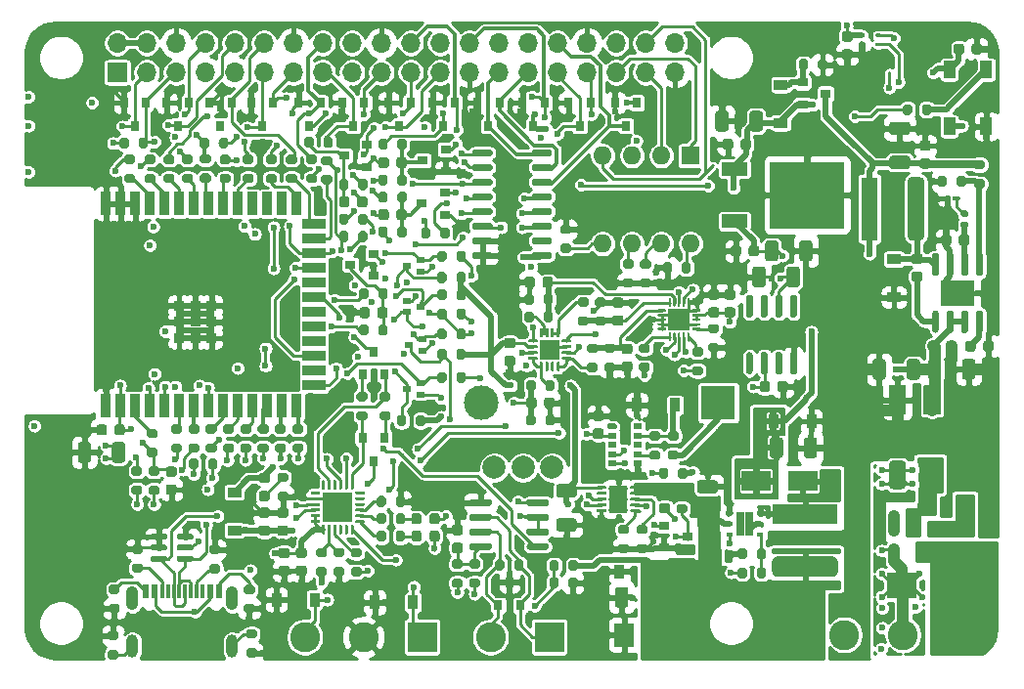
<source format=gbr>
G04 #@! TF.GenerationSoftware,KiCad,Pcbnew,(5.1.9)-1*
G04 #@! TF.CreationDate,2022-02-23T20:10:39+01:00*
G04 #@! TF.ProjectId,AnthC,416e7468-432e-46b6-9963-61645f706362,rev?*
G04 #@! TF.SameCoordinates,Original*
G04 #@! TF.FileFunction,Copper,L1,Top*
G04 #@! TF.FilePolarity,Positive*
%FSLAX46Y46*%
G04 Gerber Fmt 4.6, Leading zero omitted, Abs format (unit mm)*
G04 Created by KiCad (PCBNEW (5.1.9)-1) date 2022-02-23 20:10:39*
%MOMM*%
%LPD*%
G01*
G04 APERTURE LIST*
G04 #@! TA.AperFunction,SMDPad,CuDef*
%ADD10R,1.000000X1.500000*%
G04 #@! TD*
G04 #@! TA.AperFunction,SMDPad,CuDef*
%ADD11R,0.800000X0.900000*%
G04 #@! TD*
G04 #@! TA.AperFunction,ComponentPad*
%ADD12C,0.500000*%
G04 #@! TD*
G04 #@! TA.AperFunction,SMDPad,CuDef*
%ADD13R,1.650000X2.380000*%
G04 #@! TD*
G04 #@! TA.AperFunction,SMDPad,CuDef*
%ADD14R,0.660000X0.500000*%
G04 #@! TD*
G04 #@! TA.AperFunction,SMDPad,CuDef*
%ADD15R,1.850000X1.850000*%
G04 #@! TD*
G04 #@! TA.AperFunction,SMDPad,CuDef*
%ADD16R,0.900000X0.900000*%
G04 #@! TD*
G04 #@! TA.AperFunction,SMDPad,CuDef*
%ADD17R,2.000000X0.900000*%
G04 #@! TD*
G04 #@! TA.AperFunction,SMDPad,CuDef*
%ADD18R,0.900000X2.000000*%
G04 #@! TD*
G04 #@! TA.AperFunction,ComponentPad*
%ADD19R,3.000000X3.000000*%
G04 #@! TD*
G04 #@! TA.AperFunction,ComponentPad*
%ADD20C,3.000000*%
G04 #@! TD*
G04 #@! TA.AperFunction,SMDPad,CuDef*
%ADD21R,6.400000X5.800000*%
G04 #@! TD*
G04 #@! TA.AperFunction,SMDPad,CuDef*
%ADD22R,2.200000X1.200000*%
G04 #@! TD*
G04 #@! TA.AperFunction,SMDPad,CuDef*
%ADD23R,0.900000X0.800000*%
G04 #@! TD*
G04 #@! TA.AperFunction,ComponentPad*
%ADD24C,0.450000*%
G04 #@! TD*
G04 #@! TA.AperFunction,SMDPad,CuDef*
%ADD25R,0.800000X1.050000*%
G04 #@! TD*
G04 #@! TA.AperFunction,SMDPad,CuDef*
%ADD26R,0.630000X0.450000*%
G04 #@! TD*
G04 #@! TA.AperFunction,SMDPad,CuDef*
%ADD27R,2.500000X1.800000*%
G04 #@! TD*
G04 #@! TA.AperFunction,SMDPad,CuDef*
%ADD28R,5.700000X1.800000*%
G04 #@! TD*
G04 #@! TA.AperFunction,ComponentPad*
%ADD29O,1.700000X1.700000*%
G04 #@! TD*
G04 #@! TA.AperFunction,ComponentPad*
%ADD30R,1.700000X1.700000*%
G04 #@! TD*
G04 #@! TA.AperFunction,ComponentPad*
%ADD31C,2.000000*%
G04 #@! TD*
G04 #@! TA.AperFunction,SMDPad,CuDef*
%ADD32R,0.800000X0.500000*%
G04 #@! TD*
G04 #@! TA.AperFunction,SMDPad,CuDef*
%ADD33R,2.600000X2.600000*%
G04 #@! TD*
G04 #@! TA.AperFunction,ComponentPad*
%ADD34C,0.800000*%
G04 #@! TD*
G04 #@! TA.AperFunction,SMDPad,CuDef*
%ADD35R,3.000000X2.290000*%
G04 #@! TD*
G04 #@! TA.AperFunction,ComponentPad*
%ADD36R,2.600000X2.600000*%
G04 #@! TD*
G04 #@! TA.AperFunction,ComponentPad*
%ADD37C,2.600000*%
G04 #@! TD*
G04 #@! TA.AperFunction,ComponentPad*
%ADD38C,0.600000*%
G04 #@! TD*
G04 #@! TA.AperFunction,SMDPad,CuDef*
%ADD39R,1.700000X1.700000*%
G04 #@! TD*
G04 #@! TA.AperFunction,ComponentPad*
%ADD40O,1.600000X1.600000*%
G04 #@! TD*
G04 #@! TA.AperFunction,ComponentPad*
%ADD41R,1.600000X1.600000*%
G04 #@! TD*
G04 #@! TA.AperFunction,SMDPad,CuDef*
%ADD42R,0.900000X1.200000*%
G04 #@! TD*
G04 #@! TA.AperFunction,SMDPad,CuDef*
%ADD43R,1.450000X5.500000*%
G04 #@! TD*
G04 #@! TA.AperFunction,SMDPad,CuDef*
%ADD44R,0.300000X1.150000*%
G04 #@! TD*
G04 #@! TA.AperFunction,SMDPad,CuDef*
%ADD45R,0.600000X1.150000*%
G04 #@! TD*
G04 #@! TA.AperFunction,ComponentPad*
%ADD46O,1.050000X2.100000*%
G04 #@! TD*
G04 #@! TA.AperFunction,ComponentPad*
%ADD47O,1.000000X2.000000*%
G04 #@! TD*
G04 #@! TA.AperFunction,SMDPad,CuDef*
%ADD48R,1.200000X0.900000*%
G04 #@! TD*
G04 #@! TA.AperFunction,SMDPad,CuDef*
%ADD49R,2.500000X2.300000*%
G04 #@! TD*
G04 #@! TA.AperFunction,ComponentPad*
%ADD50R,1.700000X2.000000*%
G04 #@! TD*
G04 #@! TA.AperFunction,ComponentPad*
%ADD51O,1.700000X2.000000*%
G04 #@! TD*
G04 #@! TA.AperFunction,ViaPad*
%ADD52C,0.600000*%
G04 #@! TD*
G04 #@! TA.AperFunction,Conductor*
%ADD53C,0.300000*%
G04 #@! TD*
G04 #@! TA.AperFunction,Conductor*
%ADD54C,1.000000*%
G04 #@! TD*
G04 #@! TA.AperFunction,Conductor*
%ADD55C,0.250000*%
G04 #@! TD*
G04 #@! TA.AperFunction,Conductor*
%ADD56C,0.500000*%
G04 #@! TD*
G04 #@! TA.AperFunction,Conductor*
%ADD57C,0.254000*%
G04 #@! TD*
G04 #@! TA.AperFunction,Conductor*
%ADD58C,0.100000*%
G04 #@! TD*
G04 #@! TA.AperFunction,Conductor*
%ADD59C,0.150000*%
G04 #@! TD*
G04 #@! TA.AperFunction,NonConductor*
%ADD60C,0.254000*%
G04 #@! TD*
G04 #@! TA.AperFunction,NonConductor*
%ADD61C,0.100000*%
G04 #@! TD*
G04 APERTURE END LIST*
D10*
G04 #@! TO.P,D12,3*
G04 #@! TO.N,/RGBLED*
X263600000Y-99550000D03*
G04 #@! TO.P,D12,4*
G04 #@! TO.N,+5V*
X260400000Y-99550000D03*
G04 #@! TO.P,D12,2*
G04 #@! TO.N,GND*
X263600000Y-104450000D03*
G04 #@! TO.P,D12,1*
G04 #@! TO.N,Net-(D12-Pad1)*
X260400000Y-104450000D03*
G04 #@! TD*
D11*
G04 #@! TO.P,D21,1*
G04 #@! TO.N,/MISO*
X213750000Y-102400000D03*
G04 #@! TO.P,D21,2*
G04 #@! TO.N,GND*
X211850000Y-102400000D03*
G04 #@! TO.P,D21,3*
G04 #@! TO.N,/SCK*
X212800000Y-104400000D03*
G04 #@! TD*
G04 #@! TO.P,D32,1*
G04 #@! TO.N,/TXD*
X194550000Y-102400000D03*
G04 #@! TO.P,D32,2*
G04 #@! TO.N,GND*
X192650000Y-102400000D03*
G04 #@! TO.P,D32,3*
G04 #@! TO.N,/RXD*
X193600000Y-104400000D03*
G04 #@! TD*
G04 #@! TO.P,D33,1*
G04 #@! TO.N,/GPIO1*
X198250000Y-102400000D03*
G04 #@! TO.P,D33,2*
G04 #@! TO.N,GND*
X196350000Y-102400000D03*
G04 #@! TO.P,D33,3*
G04 #@! TO.N,Net-(D33-Pad3)*
X197300000Y-104400000D03*
G04 #@! TD*
G04 #@! TO.P,D17,1*
G04 #@! TO.N,/MOSI*
X209750000Y-102400000D03*
G04 #@! TO.P,D17,2*
G04 #@! TO.N,GND*
X207850000Y-102400000D03*
G04 #@! TO.P,D17,3*
G04 #@! TO.N,/DI3*
X208800000Y-104400000D03*
G04 #@! TD*
G04 #@! TO.P,D15,1*
G04 #@! TO.N,/GPIO0*
X201850000Y-102400000D03*
G04 #@! TO.P,D15,2*
G04 #@! TO.N,GND*
X199950000Y-102400000D03*
G04 #@! TO.P,D15,3*
G04 #@! TO.N,/RESET*
X200900000Y-104400000D03*
G04 #@! TD*
G04 #@! TO.P,D30,1*
G04 #@! TO.N,/A*
X221350000Y-145950000D03*
G04 #@! TO.P,D30,2*
G04 #@! TO.N,/B*
X223250000Y-145950000D03*
G04 #@! TO.P,D30,3*
G04 #@! TO.N,GND*
X222300000Y-143950000D03*
G04 #@! TD*
G04 #@! TO.P,D29,1*
G04 #@! TO.N,/O6*
X233350000Y-102400000D03*
G04 #@! TO.P,D29,2*
G04 #@! TO.N,GND*
X231450000Y-102400000D03*
G04 #@! TO.P,D29,3*
G04 #@! TO.N,/O3*
X232400000Y-104400000D03*
G04 #@! TD*
G04 #@! TO.P,D28,1*
G04 #@! TO.N,/CS*
X225350000Y-102400000D03*
G04 #@! TO.P,D28,2*
G04 #@! TO.N,GND*
X223450000Y-102400000D03*
G04 #@! TO.P,D28,3*
G04 #@! TO.N,/COM*
X224400000Y-104400000D03*
G04 #@! TD*
G04 #@! TO.P,D27,1*
G04 #@! TO.N,/DI1*
X217550000Y-102400000D03*
G04 #@! TO.P,D27,2*
G04 #@! TO.N,GND*
X215650000Y-102400000D03*
G04 #@! TO.P,D27,3*
G04 #@! TO.N,/DI2*
X216600000Y-104400000D03*
G04 #@! TD*
G04 #@! TO.P,D26,1*
G04 #@! TO.N,/GPIO2*
X205950000Y-102400000D03*
G04 #@! TO.P,D26,2*
G04 #@! TO.N,GND*
X204050000Y-102400000D03*
G04 #@! TO.P,D26,3*
G04 #@! TO.N,/DI4*
X205000000Y-104400000D03*
G04 #@! TD*
G04 #@! TO.P,D25,1*
G04 #@! TO.N,/O5*
X229350000Y-102400000D03*
G04 #@! TO.P,D25,2*
G04 #@! TO.N,GND*
X227450000Y-102400000D03*
G04 #@! TO.P,D25,3*
G04 #@! TO.N,/O4*
X228400000Y-104400000D03*
G04 #@! TD*
G04 #@! TO.P,D22,1*
G04 #@! TO.N,/O2*
X221450000Y-102400000D03*
G04 #@! TO.P,D22,2*
G04 #@! TO.N,GND*
X219550000Y-102400000D03*
G04 #@! TO.P,D22,3*
G04 #@! TO.N,/O1*
X220500000Y-104400000D03*
G04 #@! TD*
G04 #@! TO.P,D2,1*
G04 #@! TO.N,/SCL*
X190850000Y-102400000D03*
G04 #@! TO.P,D2,2*
G04 #@! TO.N,GND*
X188950000Y-102400000D03*
G04 #@! TO.P,D2,3*
G04 #@! TO.N,/SDA*
X189900000Y-104400000D03*
G04 #@! TD*
D12*
G04 #@! TO.P,U2,11*
G04 #@! TO.N,GND*
X232325000Y-137690000D03*
X231175000Y-137690000D03*
X232325000Y-136750000D03*
X231175000Y-136750000D03*
X232325000Y-135810000D03*
X231175000Y-135810000D03*
D13*
X231750000Y-136750000D03*
G04 #@! TO.P,U2,10*
G04 #@! TO.N,+BATT*
G04 #@! TA.AperFunction,SMDPad,CuDef*
G36*
G01*
X232775000Y-135812500D02*
X232775000Y-135687500D01*
G75*
G02*
X232837500Y-135625000I62500J0D01*
G01*
X233562500Y-135625000D01*
G75*
G02*
X233625000Y-135687500I0J-62500D01*
G01*
X233625000Y-135812500D01*
G75*
G02*
X233562500Y-135875000I-62500J0D01*
G01*
X232837500Y-135875000D01*
G75*
G02*
X232775000Y-135812500I0J62500D01*
G01*
G37*
G04 #@! TD.AperFunction*
G04 #@! TO.P,U2,9*
G04 #@! TA.AperFunction,SMDPad,CuDef*
G36*
G01*
X232775000Y-136312500D02*
X232775000Y-136187500D01*
G75*
G02*
X232837500Y-136125000I62500J0D01*
G01*
X233562500Y-136125000D01*
G75*
G02*
X233625000Y-136187500I0J-62500D01*
G01*
X233625000Y-136312500D01*
G75*
G02*
X233562500Y-136375000I-62500J0D01*
G01*
X232837500Y-136375000D01*
G75*
G02*
X232775000Y-136312500I0J62500D01*
G01*
G37*
G04 #@! TD.AperFunction*
G04 #@! TO.P,U2,8*
G04 #@! TO.N,Net-(TH1-Pad1)*
G04 #@! TA.AperFunction,SMDPad,CuDef*
G36*
G01*
X232775000Y-136812500D02*
X232775000Y-136687500D01*
G75*
G02*
X232837500Y-136625000I62500J0D01*
G01*
X233562500Y-136625000D01*
G75*
G02*
X233625000Y-136687500I0J-62500D01*
G01*
X233625000Y-136812500D01*
G75*
G02*
X233562500Y-136875000I-62500J0D01*
G01*
X232837500Y-136875000D01*
G75*
G02*
X232775000Y-136812500I0J62500D01*
G01*
G37*
G04 #@! TD.AperFunction*
G04 #@! TO.P,U2,7*
G04 #@! TO.N,Net-(TP1-Pad1)*
G04 #@! TA.AperFunction,SMDPad,CuDef*
G36*
G01*
X232775000Y-137312500D02*
X232775000Y-137187500D01*
G75*
G02*
X232837500Y-137125000I62500J0D01*
G01*
X233562500Y-137125000D01*
G75*
G02*
X233625000Y-137187500I0J-62500D01*
G01*
X233625000Y-137312500D01*
G75*
G02*
X233562500Y-137375000I-62500J0D01*
G01*
X232837500Y-137375000D01*
G75*
G02*
X232775000Y-137312500I0J62500D01*
G01*
G37*
G04 #@! TD.AperFunction*
G04 #@! TO.P,U2,6*
G04 #@! TO.N,Net-(R12-Pad1)*
G04 #@! TA.AperFunction,SMDPad,CuDef*
G36*
G01*
X232775000Y-137812500D02*
X232775000Y-137687500D01*
G75*
G02*
X232837500Y-137625000I62500J0D01*
G01*
X233562500Y-137625000D01*
G75*
G02*
X233625000Y-137687500I0J-62500D01*
G01*
X233625000Y-137812500D01*
G75*
G02*
X233562500Y-137875000I-62500J0D01*
G01*
X232837500Y-137875000D01*
G75*
G02*
X232775000Y-137812500I0J62500D01*
G01*
G37*
G04 #@! TD.AperFunction*
G04 #@! TO.P,U2,5*
G04 #@! TO.N,GND*
G04 #@! TA.AperFunction,SMDPad,CuDef*
G36*
G01*
X229875000Y-137812500D02*
X229875000Y-137687500D01*
G75*
G02*
X229937500Y-137625000I62500J0D01*
G01*
X230662500Y-137625000D01*
G75*
G02*
X230725000Y-137687500I0J-62500D01*
G01*
X230725000Y-137812500D01*
G75*
G02*
X230662500Y-137875000I-62500J0D01*
G01*
X229937500Y-137875000D01*
G75*
G02*
X229875000Y-137812500I0J62500D01*
G01*
G37*
G04 #@! TD.AperFunction*
G04 #@! TO.P,U2,4*
G04 #@! TO.N,Net-(TP2-Pad1)*
G04 #@! TA.AperFunction,SMDPad,CuDef*
G36*
G01*
X229875000Y-137312500D02*
X229875000Y-137187500D01*
G75*
G02*
X229937500Y-137125000I62500J0D01*
G01*
X230662500Y-137125000D01*
G75*
G02*
X230725000Y-137187500I0J-62500D01*
G01*
X230725000Y-137312500D01*
G75*
G02*
X230662500Y-137375000I-62500J0D01*
G01*
X229937500Y-137375000D01*
G75*
G02*
X229875000Y-137312500I0J62500D01*
G01*
G37*
G04 #@! TD.AperFunction*
G04 #@! TO.P,U2,3*
G04 #@! TO.N,Net-(TP3-Pad1)*
G04 #@! TA.AperFunction,SMDPad,CuDef*
G36*
G01*
X229875000Y-136812500D02*
X229875000Y-136687500D01*
G75*
G02*
X229937500Y-136625000I62500J0D01*
G01*
X230662500Y-136625000D01*
G75*
G02*
X230725000Y-136687500I0J-62500D01*
G01*
X230725000Y-136812500D01*
G75*
G02*
X230662500Y-136875000I-62500J0D01*
G01*
X229937500Y-136875000D01*
G75*
G02*
X229875000Y-136812500I0J62500D01*
G01*
G37*
G04 #@! TD.AperFunction*
G04 #@! TO.P,U2,2*
G04 #@! TO.N,N/C*
G04 #@! TA.AperFunction,SMDPad,CuDef*
G36*
G01*
X229875000Y-136312500D02*
X229875000Y-136187500D01*
G75*
G02*
X229937500Y-136125000I62500J0D01*
G01*
X230662500Y-136125000D01*
G75*
G02*
X230725000Y-136187500I0J-62500D01*
G01*
X230725000Y-136312500D01*
G75*
G02*
X230662500Y-136375000I-62500J0D01*
G01*
X229937500Y-136375000D01*
G75*
G02*
X229875000Y-136312500I0J62500D01*
G01*
G37*
G04 #@! TD.AperFunction*
G04 #@! TO.P,U2,1*
G04 #@! TO.N,+5V*
G04 #@! TA.AperFunction,SMDPad,CuDef*
G36*
G01*
X229875000Y-135812500D02*
X229875000Y-135687500D01*
G75*
G02*
X229937500Y-135625000I62500J0D01*
G01*
X230662500Y-135625000D01*
G75*
G02*
X230725000Y-135687500I0J-62500D01*
G01*
X230725000Y-135812500D01*
G75*
G02*
X230662500Y-135875000I-62500J0D01*
G01*
X229937500Y-135875000D01*
G75*
G02*
X229875000Y-135812500I0J62500D01*
G01*
G37*
G04 #@! TD.AperFunction*
G04 #@! TD*
D14*
G04 #@! TO.P,Q7,2*
G04 #@! TO.N,/TXD3V3*
X213480000Y-120550000D03*
G04 #@! TO.P,Q7,3*
G04 #@! TO.N,/TXD*
X214620000Y-120050000D03*
G04 #@! TO.P,Q7,1*
G04 #@! TO.N,+3V3*
X213480000Y-119550000D03*
G04 #@! TD*
G04 #@! TO.P,Q5,2*
G04 #@! TO.N,/RXD3V3*
X214620000Y-126700000D03*
G04 #@! TO.P,Q5,3*
G04 #@! TO.N,/RXD*
X213480000Y-127200000D03*
G04 #@! TO.P,Q5,1*
G04 #@! TO.N,+3V3*
X214620000Y-127700000D03*
G04 #@! TD*
G04 #@! TO.P,Q2,2*
G04 #@! TO.N,/TX2*
X214620000Y-116050000D03*
G04 #@! TO.P,Q2,3*
G04 #@! TO.N,/TX25*
X213480000Y-116550000D03*
G04 #@! TO.P,Q2,1*
G04 #@! TO.N,+3V3*
X214620000Y-117050000D03*
G04 #@! TD*
G04 #@! TO.P,Q1,2*
G04 #@! TO.N,/RX2*
X214770000Y-122900000D03*
G04 #@! TO.P,Q1,3*
G04 #@! TO.N,/RX25*
X213630000Y-123400000D03*
G04 #@! TO.P,Q1,1*
G04 #@! TO.N,+3V3*
X214770000Y-123900000D03*
G04 #@! TD*
G04 #@! TO.P,R2,2*
G04 #@! TO.N,GND*
G04 #@! TA.AperFunction,SMDPad,CuDef*
G36*
G01*
X260510000Y-110600000D02*
X260510000Y-110800000D01*
G75*
G02*
X260410000Y-110900000I-100000J0D01*
G01*
X259975000Y-110900000D01*
G75*
G02*
X259875000Y-110800000I0J100000D01*
G01*
X259875000Y-110600000D01*
G75*
G02*
X259975000Y-110500000I100000J0D01*
G01*
X260410000Y-110500000D01*
G75*
G02*
X260510000Y-110600000I0J-100000D01*
G01*
G37*
G04 #@! TD.AperFunction*
G04 #@! TO.P,R2,1*
G04 #@! TO.N,Net-(C7-Pad2)*
G04 #@! TA.AperFunction,SMDPad,CuDef*
G36*
G01*
X261325000Y-110600000D02*
X261325000Y-110800000D01*
G75*
G02*
X261225000Y-110900000I-100000J0D01*
G01*
X260790000Y-110900000D01*
G75*
G02*
X260690000Y-110800000I0J100000D01*
G01*
X260690000Y-110600000D01*
G75*
G02*
X260790000Y-110500000I100000J0D01*
G01*
X261225000Y-110500000D01*
G75*
G02*
X261325000Y-110600000I0J-100000D01*
G01*
G37*
G04 #@! TD.AperFunction*
G04 #@! TD*
D12*
G04 #@! TO.P,U10,21*
G04 #@! TO.N,GND*
X236325000Y-121875000D03*
X236325000Y-120525000D03*
X237675000Y-121875000D03*
X237675000Y-120525000D03*
D15*
X237000000Y-121200000D03*
G04 #@! TO.P,U10,20*
G04 #@! TA.AperFunction,SMDPad,CuDef*
G36*
G01*
X238175000Y-120300000D02*
X238800000Y-120300000D01*
G75*
G02*
X238850000Y-120350000I0J-50000D01*
G01*
X238850000Y-120450000D01*
G75*
G02*
X238800000Y-120500000I-50000J0D01*
G01*
X238175000Y-120500000D01*
G75*
G02*
X238125000Y-120450000I0J50000D01*
G01*
X238125000Y-120350000D01*
G75*
G02*
X238175000Y-120300000I50000J0D01*
G01*
G37*
G04 #@! TD.AperFunction*
G04 #@! TO.P,U10,19*
G04 #@! TO.N,+3V3*
G04 #@! TA.AperFunction,SMDPad,CuDef*
G36*
G01*
X238175000Y-120700000D02*
X238800000Y-120700000D01*
G75*
G02*
X238850000Y-120750000I0J-50000D01*
G01*
X238850000Y-120850000D01*
G75*
G02*
X238800000Y-120900000I-50000J0D01*
G01*
X238175000Y-120900000D01*
G75*
G02*
X238125000Y-120850000I0J50000D01*
G01*
X238125000Y-120750000D01*
G75*
G02*
X238175000Y-120700000I50000J0D01*
G01*
G37*
G04 #@! TD.AperFunction*
G04 #@! TO.P,U10,18*
G04 #@! TA.AperFunction,SMDPad,CuDef*
G36*
G01*
X238175000Y-121100000D02*
X238800000Y-121100000D01*
G75*
G02*
X238850000Y-121150000I0J-50000D01*
G01*
X238850000Y-121250000D01*
G75*
G02*
X238800000Y-121300000I-50000J0D01*
G01*
X238175000Y-121300000D01*
G75*
G02*
X238125000Y-121250000I0J50000D01*
G01*
X238125000Y-121150000D01*
G75*
G02*
X238175000Y-121100000I50000J0D01*
G01*
G37*
G04 #@! TD.AperFunction*
G04 #@! TO.P,U10,17*
G04 #@! TO.N,GND*
G04 #@! TA.AperFunction,SMDPad,CuDef*
G36*
G01*
X238175000Y-121500000D02*
X238800000Y-121500000D01*
G75*
G02*
X238850000Y-121550000I0J-50000D01*
G01*
X238850000Y-121650000D01*
G75*
G02*
X238800000Y-121700000I-50000J0D01*
G01*
X238175000Y-121700000D01*
G75*
G02*
X238125000Y-121650000I0J50000D01*
G01*
X238125000Y-121550000D01*
G75*
G02*
X238175000Y-121500000I50000J0D01*
G01*
G37*
G04 #@! TD.AperFunction*
G04 #@! TO.P,U10,16*
G04 #@! TO.N,Net-(R83-Pad2)*
G04 #@! TA.AperFunction,SMDPad,CuDef*
G36*
G01*
X238175000Y-121900000D02*
X238800000Y-121900000D01*
G75*
G02*
X238850000Y-121950000I0J-50000D01*
G01*
X238850000Y-122050000D01*
G75*
G02*
X238800000Y-122100000I-50000J0D01*
G01*
X238175000Y-122100000D01*
G75*
G02*
X238125000Y-122050000I0J50000D01*
G01*
X238125000Y-121950000D01*
G75*
G02*
X238175000Y-121900000I50000J0D01*
G01*
G37*
G04 #@! TD.AperFunction*
G04 #@! TO.P,U10,15*
G04 #@! TO.N,Net-(R82-Pad2)*
G04 #@! TA.AperFunction,SMDPad,CuDef*
G36*
G01*
X237750000Y-122325000D02*
X237850000Y-122325000D01*
G75*
G02*
X237900000Y-122375000I0J-50000D01*
G01*
X237900000Y-123000000D01*
G75*
G02*
X237850000Y-123050000I-50000J0D01*
G01*
X237750000Y-123050000D01*
G75*
G02*
X237700000Y-123000000I0J50000D01*
G01*
X237700000Y-122375000D01*
G75*
G02*
X237750000Y-122325000I50000J0D01*
G01*
G37*
G04 #@! TD.AperFunction*
G04 #@! TO.P,U10,14*
G04 #@! TO.N,/MISO*
G04 #@! TA.AperFunction,SMDPad,CuDef*
G36*
G01*
X237350000Y-122325000D02*
X237450000Y-122325000D01*
G75*
G02*
X237500000Y-122375000I0J-50000D01*
G01*
X237500000Y-123000000D01*
G75*
G02*
X237450000Y-123050000I-50000J0D01*
G01*
X237350000Y-123050000D01*
G75*
G02*
X237300000Y-123000000I0J50000D01*
G01*
X237300000Y-122375000D01*
G75*
G02*
X237350000Y-122325000I50000J0D01*
G01*
G37*
G04 #@! TD.AperFunction*
G04 #@! TO.P,U10,13*
G04 #@! TO.N,/MOSI*
G04 #@! TA.AperFunction,SMDPad,CuDef*
G36*
G01*
X236950000Y-122325000D02*
X237050000Y-122325000D01*
G75*
G02*
X237100000Y-122375000I0J-50000D01*
G01*
X237100000Y-123000000D01*
G75*
G02*
X237050000Y-123050000I-50000J0D01*
G01*
X236950000Y-123050000D01*
G75*
G02*
X236900000Y-123000000I0J50000D01*
G01*
X236900000Y-122375000D01*
G75*
G02*
X236950000Y-122325000I50000J0D01*
G01*
G37*
G04 #@! TD.AperFunction*
G04 #@! TO.P,U10,12*
G04 #@! TO.N,/SCK*
G04 #@! TA.AperFunction,SMDPad,CuDef*
G36*
G01*
X236550000Y-122325000D02*
X236650000Y-122325000D01*
G75*
G02*
X236700000Y-122375000I0J-50000D01*
G01*
X236700000Y-123000000D01*
G75*
G02*
X236650000Y-123050000I-50000J0D01*
G01*
X236550000Y-123050000D01*
G75*
G02*
X236500000Y-123000000I0J50000D01*
G01*
X236500000Y-122375000D01*
G75*
G02*
X236550000Y-122325000I50000J0D01*
G01*
G37*
G04 #@! TD.AperFunction*
G04 #@! TO.P,U10,11*
G04 #@! TO.N,/CSADC*
G04 #@! TA.AperFunction,SMDPad,CuDef*
G36*
G01*
X236150000Y-122325000D02*
X236250000Y-122325000D01*
G75*
G02*
X236300000Y-122375000I0J-50000D01*
G01*
X236300000Y-123000000D01*
G75*
G02*
X236250000Y-123050000I-50000J0D01*
G01*
X236150000Y-123050000D01*
G75*
G02*
X236100000Y-123000000I0J50000D01*
G01*
X236100000Y-122375000D01*
G75*
G02*
X236150000Y-122325000I50000J0D01*
G01*
G37*
G04 #@! TD.AperFunction*
G04 #@! TO.P,U10,10*
G04 #@! TO.N,GND*
G04 #@! TA.AperFunction,SMDPad,CuDef*
G36*
G01*
X235200000Y-121900000D02*
X235825000Y-121900000D01*
G75*
G02*
X235875000Y-121950000I0J-50000D01*
G01*
X235875000Y-122050000D01*
G75*
G02*
X235825000Y-122100000I-50000J0D01*
G01*
X235200000Y-122100000D01*
G75*
G02*
X235150000Y-122050000I0J50000D01*
G01*
X235150000Y-121950000D01*
G75*
G02*
X235200000Y-121900000I50000J0D01*
G01*
G37*
G04 #@! TD.AperFunction*
G04 #@! TO.P,U10,9*
G04 #@! TA.AperFunction,SMDPad,CuDef*
G36*
G01*
X235200000Y-121500000D02*
X235825000Y-121500000D01*
G75*
G02*
X235875000Y-121550000I0J-50000D01*
G01*
X235875000Y-121650000D01*
G75*
G02*
X235825000Y-121700000I-50000J0D01*
G01*
X235200000Y-121700000D01*
G75*
G02*
X235150000Y-121650000I0J50000D01*
G01*
X235150000Y-121550000D01*
G75*
G02*
X235200000Y-121500000I50000J0D01*
G01*
G37*
G04 #@! TD.AperFunction*
G04 #@! TO.P,U10,8*
G04 #@! TA.AperFunction,SMDPad,CuDef*
G36*
G01*
X235200000Y-121100000D02*
X235825000Y-121100000D01*
G75*
G02*
X235875000Y-121150000I0J-50000D01*
G01*
X235875000Y-121250000D01*
G75*
G02*
X235825000Y-121300000I-50000J0D01*
G01*
X235200000Y-121300000D01*
G75*
G02*
X235150000Y-121250000I0J50000D01*
G01*
X235150000Y-121150000D01*
G75*
G02*
X235200000Y-121100000I50000J0D01*
G01*
G37*
G04 #@! TD.AperFunction*
G04 #@! TO.P,U10,7*
G04 #@! TA.AperFunction,SMDPad,CuDef*
G36*
G01*
X235200000Y-120700000D02*
X235825000Y-120700000D01*
G75*
G02*
X235875000Y-120750000I0J-50000D01*
G01*
X235875000Y-120850000D01*
G75*
G02*
X235825000Y-120900000I-50000J0D01*
G01*
X235200000Y-120900000D01*
G75*
G02*
X235150000Y-120850000I0J50000D01*
G01*
X235150000Y-120750000D01*
G75*
G02*
X235200000Y-120700000I50000J0D01*
G01*
G37*
G04 #@! TD.AperFunction*
G04 #@! TO.P,U10,6*
G04 #@! TO.N,/AN4*
G04 #@! TA.AperFunction,SMDPad,CuDef*
G36*
G01*
X235200000Y-120300000D02*
X235825000Y-120300000D01*
G75*
G02*
X235875000Y-120350000I0J-50000D01*
G01*
X235875000Y-120450000D01*
G75*
G02*
X235825000Y-120500000I-50000J0D01*
G01*
X235200000Y-120500000D01*
G75*
G02*
X235150000Y-120450000I0J50000D01*
G01*
X235150000Y-120350000D01*
G75*
G02*
X235200000Y-120300000I50000J0D01*
G01*
G37*
G04 #@! TD.AperFunction*
G04 #@! TO.P,U10,5*
G04 #@! TO.N,/AN3*
G04 #@! TA.AperFunction,SMDPad,CuDef*
G36*
G01*
X236150000Y-119350000D02*
X236250000Y-119350000D01*
G75*
G02*
X236300000Y-119400000I0J-50000D01*
G01*
X236300000Y-120025000D01*
G75*
G02*
X236250000Y-120075000I-50000J0D01*
G01*
X236150000Y-120075000D01*
G75*
G02*
X236100000Y-120025000I0J50000D01*
G01*
X236100000Y-119400000D01*
G75*
G02*
X236150000Y-119350000I50000J0D01*
G01*
G37*
G04 #@! TD.AperFunction*
G04 #@! TO.P,U10,4*
G04 #@! TO.N,/AN2*
G04 #@! TA.AperFunction,SMDPad,CuDef*
G36*
G01*
X236550000Y-119350000D02*
X236650000Y-119350000D01*
G75*
G02*
X236700000Y-119400000I0J-50000D01*
G01*
X236700000Y-120025000D01*
G75*
G02*
X236650000Y-120075000I-50000J0D01*
G01*
X236550000Y-120075000D01*
G75*
G02*
X236500000Y-120025000I0J50000D01*
G01*
X236500000Y-119400000D01*
G75*
G02*
X236550000Y-119350000I50000J0D01*
G01*
G37*
G04 #@! TD.AperFunction*
G04 #@! TO.P,U10,3*
G04 #@! TO.N,/AN1*
G04 #@! TA.AperFunction,SMDPad,CuDef*
G36*
G01*
X236950000Y-119350000D02*
X237050000Y-119350000D01*
G75*
G02*
X237100000Y-119400000I0J-50000D01*
G01*
X237100000Y-120025000D01*
G75*
G02*
X237050000Y-120075000I-50000J0D01*
G01*
X236950000Y-120075000D01*
G75*
G02*
X236900000Y-120025000I0J50000D01*
G01*
X236900000Y-119400000D01*
G75*
G02*
X236950000Y-119350000I50000J0D01*
G01*
G37*
G04 #@! TD.AperFunction*
G04 #@! TO.P,U10,2*
G04 #@! TO.N,Net-(C21-Pad1)*
G04 #@! TA.AperFunction,SMDPad,CuDef*
G36*
G01*
X237350000Y-119350000D02*
X237450000Y-119350000D01*
G75*
G02*
X237500000Y-119400000I0J-50000D01*
G01*
X237500000Y-120025000D01*
G75*
G02*
X237450000Y-120075000I-50000J0D01*
G01*
X237350000Y-120075000D01*
G75*
G02*
X237300000Y-120025000I0J50000D01*
G01*
X237300000Y-119400000D01*
G75*
G02*
X237350000Y-119350000I50000J0D01*
G01*
G37*
G04 #@! TD.AperFunction*
G04 #@! TO.P,U10,1*
G04 #@! TO.N,GND*
G04 #@! TA.AperFunction,SMDPad,CuDef*
G36*
G01*
X237750000Y-119350000D02*
X237850000Y-119350000D01*
G75*
G02*
X237900000Y-119400000I0J-50000D01*
G01*
X237900000Y-120025000D01*
G75*
G02*
X237850000Y-120075000I-50000J0D01*
G01*
X237750000Y-120075000D01*
G75*
G02*
X237700000Y-120025000I0J50000D01*
G01*
X237700000Y-119400000D01*
G75*
G02*
X237750000Y-119350000I50000J0D01*
G01*
G37*
G04 #@! TD.AperFunction*
G04 #@! TD*
G04 #@! TO.P,R83,2*
G04 #@! TO.N,Net-(R83-Pad2)*
G04 #@! TA.AperFunction,SMDPad,CuDef*
G36*
G01*
X240275000Y-122375000D02*
X239725000Y-122375000D01*
G75*
G02*
X239525000Y-122175000I0J200000D01*
G01*
X239525000Y-121775000D01*
G75*
G02*
X239725000Y-121575000I200000J0D01*
G01*
X240275000Y-121575000D01*
G75*
G02*
X240475000Y-121775000I0J-200000D01*
G01*
X240475000Y-122175000D01*
G75*
G02*
X240275000Y-122375000I-200000J0D01*
G01*
G37*
G04 #@! TD.AperFunction*
G04 #@! TO.P,R83,1*
G04 #@! TO.N,GND*
G04 #@! TA.AperFunction,SMDPad,CuDef*
G36*
G01*
X240275000Y-124025000D02*
X239725000Y-124025000D01*
G75*
G02*
X239525000Y-123825000I0J200000D01*
G01*
X239525000Y-123425000D01*
G75*
G02*
X239725000Y-123225000I200000J0D01*
G01*
X240275000Y-123225000D01*
G75*
G02*
X240475000Y-123425000I0J-200000D01*
G01*
X240475000Y-123825000D01*
G75*
G02*
X240275000Y-124025000I-200000J0D01*
G01*
G37*
G04 #@! TD.AperFunction*
G04 #@! TD*
D12*
G04 #@! TO.P,U6,41*
G04 #@! TO.N,GND*
X195810000Y-120000000D03*
X195810000Y-121400000D03*
X195810000Y-122800000D03*
X194410000Y-120000000D03*
X194410000Y-121400000D03*
X194410000Y-122800000D03*
X193710000Y-120700000D03*
X195110000Y-120700000D03*
X196510000Y-120700000D03*
X196510000Y-122100000D03*
X195110000Y-122100000D03*
X193710000Y-122100000D03*
D16*
X196510000Y-122800000D03*
X196510000Y-121400000D03*
X196510000Y-120000000D03*
X193710000Y-122800000D03*
X193710000Y-121400000D03*
X193710000Y-120000000D03*
X195110000Y-122800000D03*
X195110000Y-120000000D03*
D17*
G04 #@! TO.P,U6,26*
G04 #@! TO.N,Net-(R79-Pad1)*
X205400000Y-112915000D03*
G04 #@! TO.P,U6,25*
G04 #@! TO.N,Net-(R80-Pad1)*
X205400000Y-114185000D03*
D18*
G04 #@! TO.P,U6,40*
G04 #@! TO.N,GND*
X187390000Y-111150000D03*
G04 #@! TO.P,U6,39*
X188660000Y-111150000D03*
G04 #@! TO.P,U6,38*
X189930000Y-111150000D03*
G04 #@! TO.P,U6,37*
G04 #@! TO.N,Net-(R78-Pad1)*
X191200000Y-111150000D03*
G04 #@! TO.P,U6,36*
G04 #@! TO.N,Net-(R77-Pad1)*
X192470000Y-111150000D03*
G04 #@! TO.P,U6,35*
G04 #@! TO.N,Net-(R69-Pad1)*
X193740000Y-111150000D03*
G04 #@! TO.P,U6,34*
G04 #@! TO.N,Net-(R70-Pad1)*
X195010000Y-111150000D03*
G04 #@! TO.P,U6,33*
G04 #@! TO.N,Net-(R73-Pad1)*
X196280000Y-111150000D03*
G04 #@! TO.P,U6,32*
G04 #@! TO.N,Net-(R76-Pad1)*
X197550000Y-111150000D03*
G04 #@! TO.P,U6,31*
G04 #@! TO.N,Net-(R74-Pad1)*
X198820000Y-111150000D03*
G04 #@! TO.P,U6,30*
G04 #@! TO.N,Net-(U6-Pad30)*
X200090000Y-111150000D03*
G04 #@! TO.P,U6,29*
G04 #@! TO.N,Net-(U6-Pad29)*
X201360000Y-111150000D03*
G04 #@! TO.P,U6,28*
G04 #@! TO.N,Net-(U6-Pad28)*
X202630000Y-111150000D03*
G04 #@! TO.P,U6,27*
G04 #@! TO.N,Net-(R75-Pad1)*
X203900000Y-111150000D03*
D17*
G04 #@! TO.P,U6,24*
G04 #@! TO.N,Net-(R71-Pad1)*
X205400000Y-115455000D03*
G04 #@! TO.P,U6,23*
G04 #@! TO.N,Net-(R68-Pad2)*
X205400000Y-116725000D03*
G04 #@! TO.P,U6,22*
G04 #@! TO.N,Net-(U6-Pad22)*
X205400000Y-117995000D03*
G04 #@! TO.P,U6,21*
G04 #@! TO.N,Net-(R67-Pad2)*
X205400000Y-119265000D03*
G04 #@! TO.P,U6,20*
G04 #@! TO.N,Net-(U6-Pad20)*
X205400000Y-120535000D03*
G04 #@! TO.P,U6,19*
G04 #@! TO.N,Net-(U6-Pad19)*
X205400000Y-121805000D03*
G04 #@! TO.P,U6,18*
G04 #@! TO.N,Net-(U6-Pad18)*
X205400000Y-123075000D03*
G04 #@! TO.P,U6,17*
G04 #@! TO.N,Net-(R66-Pad2)*
X205400000Y-124345000D03*
G04 #@! TO.P,U6,16*
G04 #@! TO.N,Net-(U6-Pad16)*
X205400000Y-125615000D03*
G04 #@! TO.P,U6,15*
G04 #@! TO.N,Net-(R72-Pad2)*
X205400000Y-126885000D03*
D18*
G04 #@! TO.P,U6,14*
G04 #@! TO.N,Net-(R62-Pad1)*
X203900000Y-128650000D03*
G04 #@! TO.P,U6,13*
G04 #@! TO.N,Net-(R61-Pad1)*
X202630000Y-128650000D03*
G04 #@! TO.P,U6,12*
G04 #@! TO.N,Net-(R60-Pad1)*
X201360000Y-128650000D03*
G04 #@! TO.P,U6,11*
G04 #@! TO.N,Net-(R59-Pad1)*
X200090000Y-128650000D03*
G04 #@! TO.P,U6,10*
G04 #@! TO.N,Net-(R58-Pad1)*
X198820000Y-128650000D03*
G04 #@! TO.P,U6,9*
G04 #@! TO.N,Net-(R57-Pad1)*
X197550000Y-128650000D03*
G04 #@! TO.P,U6,8*
G04 #@! TO.N,/BAT_LEVEL*
X196280000Y-128650000D03*
G04 #@! TO.P,U6,7*
G04 #@! TO.N,Net-(R56-Pad1)*
X195010000Y-128650000D03*
G04 #@! TO.P,U6,6*
G04 #@! TO.N,Net-(R55-Pad1)*
X193740000Y-128650000D03*
G04 #@! TO.P,U6,5*
G04 #@! TO.N,Net-(R54-Pad1)*
X192470000Y-128650000D03*
G04 #@! TO.P,U6,4*
G04 #@! TO.N,Net-(R53-Pad1)*
X191200000Y-128650000D03*
G04 #@! TO.P,U6,3*
G04 #@! TO.N,Net-(R48-Pad1)*
X189930000Y-128650000D03*
G04 #@! TO.P,U6,2*
G04 #@! TO.N,+3V3*
X188660000Y-128650000D03*
G04 #@! TO.P,U6,1*
G04 #@! TO.N,GND*
X187390000Y-128650000D03*
D16*
G04 #@! TO.P,U6,41*
X195110000Y-121400000D03*
G04 #@! TD*
G04 #@! TO.P,C9,2*
G04 #@! TO.N,GND*
G04 #@! TA.AperFunction,SMDPad,CuDef*
G36*
G01*
X256750001Y-105200000D02*
X255449999Y-105200000D01*
G75*
G02*
X255200000Y-104950001I0J249999D01*
G01*
X255200000Y-104299999D01*
G75*
G02*
X255449999Y-104050000I249999J0D01*
G01*
X256750001Y-104050000D01*
G75*
G02*
X257000000Y-104299999I0J-249999D01*
G01*
X257000000Y-104950001D01*
G75*
G02*
X256750001Y-105200000I-249999J0D01*
G01*
G37*
G04 #@! TD.AperFunction*
G04 #@! TO.P,C9,1*
G04 #@! TO.N,+5VD*
G04 #@! TA.AperFunction,SMDPad,CuDef*
G36*
G01*
X256750001Y-108150000D02*
X255449999Y-108150000D01*
G75*
G02*
X255200000Y-107900001I0J249999D01*
G01*
X255200000Y-107249999D01*
G75*
G02*
X255449999Y-107000000I249999J0D01*
G01*
X256750001Y-107000000D01*
G75*
G02*
X257000000Y-107249999I0J-249999D01*
G01*
X257000000Y-107900001D01*
G75*
G02*
X256750001Y-108150000I-249999J0D01*
G01*
G37*
G04 #@! TD.AperFunction*
G04 #@! TD*
G04 #@! TO.P,R30,2*
G04 #@! TO.N,Net-(Q6-Pad1)*
G04 #@! TA.AperFunction,SMDPad,CuDef*
G36*
G01*
X236075000Y-134225000D02*
X236075000Y-134775000D01*
G75*
G02*
X235875000Y-134975000I-200000J0D01*
G01*
X235475000Y-134975000D01*
G75*
G02*
X235275000Y-134775000I0J200000D01*
G01*
X235275000Y-134225000D01*
G75*
G02*
X235475000Y-134025000I200000J0D01*
G01*
X235875000Y-134025000D01*
G75*
G02*
X236075000Y-134225000I0J-200000D01*
G01*
G37*
G04 #@! TD.AperFunction*
G04 #@! TO.P,R30,1*
G04 #@! TO.N,+5VD*
G04 #@! TA.AperFunction,SMDPad,CuDef*
G36*
G01*
X237725000Y-134225000D02*
X237725000Y-134775000D01*
G75*
G02*
X237525000Y-134975000I-200000J0D01*
G01*
X237125000Y-134975000D01*
G75*
G02*
X236925000Y-134775000I0J200000D01*
G01*
X236925000Y-134225000D01*
G75*
G02*
X237125000Y-134025000I200000J0D01*
G01*
X237525000Y-134025000D01*
G75*
G02*
X237725000Y-134225000I0J-200000D01*
G01*
G37*
G04 #@! TD.AperFunction*
G04 #@! TD*
D19*
G04 #@! TO.P,BT1,1*
G04 #@! TO.N,Net-(BT1-Pad1)*
X240400000Y-128400000D03*
D20*
G04 #@! TO.P,BT1,2*
G04 #@! TO.N,GND*
X219910000Y-128400000D03*
G04 #@! TD*
G04 #@! TO.P,C20,2*
G04 #@! TO.N,GND*
G04 #@! TA.AperFunction,SMDPad,CuDef*
G36*
G01*
X241675000Y-105750000D02*
X241675000Y-106250000D01*
G75*
G02*
X241450000Y-106475000I-225000J0D01*
G01*
X241000000Y-106475000D01*
G75*
G02*
X240775000Y-106250000I0J225000D01*
G01*
X240775000Y-105750000D01*
G75*
G02*
X241000000Y-105525000I225000J0D01*
G01*
X241450000Y-105525000D01*
G75*
G02*
X241675000Y-105750000I0J-225000D01*
G01*
G37*
G04 #@! TD.AperFunction*
G04 #@! TO.P,C20,1*
G04 #@! TO.N,+5V*
G04 #@! TA.AperFunction,SMDPad,CuDef*
G36*
G01*
X243225000Y-105750000D02*
X243225000Y-106250000D01*
G75*
G02*
X243000000Y-106475000I-225000J0D01*
G01*
X242550000Y-106475000D01*
G75*
G02*
X242325000Y-106250000I0J225000D01*
G01*
X242325000Y-105750000D01*
G75*
G02*
X242550000Y-105525000I225000J0D01*
G01*
X243000000Y-105525000D01*
G75*
G02*
X243225000Y-105750000I0J-225000D01*
G01*
G37*
G04 #@! TD.AperFunction*
G04 #@! TD*
D21*
G04 #@! TO.P,U3,2*
G04 #@! TO.N,GND*
X248100000Y-110400000D03*
D22*
G04 #@! TO.P,U3,3*
G04 #@! TO.N,+3V3*
X241800000Y-112680000D03*
G04 #@! TO.P,U3,1*
G04 #@! TO.N,+5V*
X241800000Y-108120000D03*
G04 #@! TD*
D23*
G04 #@! TO.P,Q6,3*
G04 #@! TO.N,/EN_STEP_UP*
X237700000Y-140000000D03*
G04 #@! TO.P,Q6,2*
G04 #@! TO.N,GND*
X235700000Y-140950000D03*
G04 #@! TO.P,Q6,1*
G04 #@! TO.N,Net-(Q6-Pad1)*
X235700000Y-139050000D03*
G04 #@! TD*
D24*
G04 #@! TO.P,U12,7*
G04 #@! TO.N,GND*
X243100000Y-139500000D03*
X242300000Y-139500000D03*
X243100000Y-138300000D03*
X242300000Y-138300000D03*
D25*
X242300000Y-138375000D03*
X242300000Y-139425000D03*
X243100000Y-138375000D03*
X243100000Y-139425000D03*
D26*
G04 #@! TO.P,U12,6*
G04 #@! TO.N,Net-(D7-Pad2)*
X244040000Y-137950000D03*
G04 #@! TO.P,U12,5*
G04 #@! TO.N,GND*
X244040000Y-138900000D03*
G04 #@! TO.P,U12,4*
G04 #@! TO.N,Net-(R36-Pad1)*
X244040000Y-139850000D03*
G04 #@! TO.P,U12,3*
G04 #@! TO.N,/EN_STEP_UP*
X241360000Y-139850000D03*
G04 #@! TO.P,U12,2*
G04 #@! TO.N,+BATT*
X241360000Y-138900000D03*
G04 #@! TO.P,U12,1*
G04 #@! TO.N,GND*
G04 #@! TA.AperFunction,SMDPad,CuDef*
G36*
G01*
X241045000Y-138062500D02*
X241045000Y-137837500D01*
G75*
G02*
X241157500Y-137725000I112500J0D01*
G01*
X241562500Y-137725000D01*
G75*
G02*
X241675000Y-137837500I0J-112500D01*
G01*
X241675000Y-138062500D01*
G75*
G02*
X241562500Y-138175000I-112500J0D01*
G01*
X241157500Y-138175000D01*
G75*
G02*
X241045000Y-138062500I0J112500D01*
G01*
G37*
G04 #@! TD.AperFunction*
G04 #@! TD*
G04 #@! TO.P,R37,2*
G04 #@! TO.N,Net-(R36-Pad1)*
G04 #@! TA.AperFunction,SMDPad,CuDef*
G36*
G01*
X243725000Y-141775000D02*
X243725000Y-141225000D01*
G75*
G02*
X243925000Y-141025000I200000J0D01*
G01*
X244325000Y-141025000D01*
G75*
G02*
X244525000Y-141225000I0J-200000D01*
G01*
X244525000Y-141775000D01*
G75*
G02*
X244325000Y-141975000I-200000J0D01*
G01*
X243925000Y-141975000D01*
G75*
G02*
X243725000Y-141775000I0J200000D01*
G01*
G37*
G04 #@! TD.AperFunction*
G04 #@! TO.P,R37,1*
G04 #@! TO.N,GND*
G04 #@! TA.AperFunction,SMDPad,CuDef*
G36*
G01*
X242075000Y-141775000D02*
X242075000Y-141225000D01*
G75*
G02*
X242275000Y-141025000I200000J0D01*
G01*
X242675000Y-141025000D01*
G75*
G02*
X242875000Y-141225000I0J-200000D01*
G01*
X242875000Y-141775000D01*
G75*
G02*
X242675000Y-141975000I-200000J0D01*
G01*
X242275000Y-141975000D01*
G75*
G02*
X242075000Y-141775000I0J200000D01*
G01*
G37*
G04 #@! TD.AperFunction*
G04 #@! TD*
D27*
G04 #@! TO.P,D7,2*
G04 #@! TO.N,Net-(D7-Pad2)*
X247700000Y-135200000D03*
G04 #@! TO.P,D7,1*
G04 #@! TO.N,+5V*
X243700000Y-135200000D03*
G04 #@! TD*
G04 #@! TO.P,L2,1*
G04 #@! TO.N,+BATT*
G04 #@! TA.AperFunction,SMDPad,CuDef*
G36*
G01*
X250300000Y-143500000D02*
X245500000Y-143500000D01*
G75*
G02*
X245050000Y-143050000I0J450000D01*
G01*
X245050000Y-142150000D01*
G75*
G02*
X245500000Y-141700000I450000J0D01*
G01*
X250300000Y-141700000D01*
G75*
G02*
X250750000Y-142150000I0J-450000D01*
G01*
X250750000Y-143050000D01*
G75*
G02*
X250300000Y-143500000I-450000J0D01*
G01*
G37*
G04 #@! TD.AperFunction*
D28*
G04 #@! TO.P,L2,2*
G04 #@! TO.N,Net-(D7-Pad2)*
X247900000Y-138000000D03*
G04 #@! TD*
D11*
G04 #@! TO.P,Q4,3*
G04 #@! TO.N,/GPIO0*
X210550000Y-123950000D03*
G04 #@! TO.P,Q4,2*
G04 #@! TO.N,/DTR*
X211500000Y-125950000D03*
G04 #@! TO.P,Q4,1*
G04 #@! TO.N,Net-(Q4-Pad1)*
X209600000Y-125950000D03*
G04 #@! TD*
G04 #@! TO.P,Q3,3*
G04 #@! TO.N,/RESET*
X210550000Y-133450000D03*
G04 #@! TO.P,Q3,2*
G04 #@! TO.N,/RTS*
X209600000Y-131450000D03*
G04 #@! TO.P,Q3,1*
G04 #@! TO.N,Net-(Q3-Pad1)*
X211500000Y-131450000D03*
G04 #@! TD*
D29*
G04 #@! TO.P,J3,40*
G04 #@! TO.N,/AIN2*
X236632600Y-97232300D03*
G04 #@! TO.P,J3,39*
G04 #@! TO.N,GND*
X236632600Y-99772300D03*
G04 #@! TO.P,J3,38*
G04 #@! TO.N,/AIN1*
X234092600Y-97232300D03*
G04 #@! TO.P,J3,37*
G04 #@! TO.N,/AIN3*
X234092600Y-99772300D03*
G04 #@! TO.P,J3,36*
G04 #@! TO.N,/O6*
X231552600Y-97232300D03*
G04 #@! TO.P,J3,35*
G04 #@! TO.N,/AIN4*
X231552600Y-99772300D03*
G04 #@! TO.P,J3,34*
G04 #@! TO.N,GND*
X229012600Y-97232300D03*
G04 #@! TO.P,J3,33*
G04 #@! TO.N,/O5*
X229012600Y-99772300D03*
G04 #@! TO.P,J3,32*
G04 #@! TO.N,/O3*
X226472600Y-97232300D03*
G04 #@! TO.P,J3,31*
G04 #@! TO.N,/O4*
X226472600Y-99772300D03*
G04 #@! TO.P,J3,30*
G04 #@! TO.N,GND*
X223932600Y-97232300D03*
G04 #@! TO.P,J3,29*
G04 #@! TO.N,/O2*
X223932600Y-99772300D03*
G04 #@! TO.P,J3,28*
G04 #@! TO.N,/COM*
X221392600Y-97232300D03*
G04 #@! TO.P,J3,27*
G04 #@! TO.N,/O1*
X221392600Y-99772300D03*
G04 #@! TO.P,J3,26*
G04 #@! TO.N,/CS*
X218852600Y-97232300D03*
G04 #@! TO.P,J3,25*
G04 #@! TO.N,GND*
X218852600Y-99772300D03*
G04 #@! TO.P,J3,24*
G04 #@! TO.N,/DI2*
X216312600Y-97232300D03*
G04 #@! TO.P,J3,23*
G04 #@! TO.N,/SCK*
X216312600Y-99772300D03*
G04 #@! TO.P,J3,22*
G04 #@! TO.N,/DI1*
X213772600Y-97232300D03*
G04 #@! TO.P,J3,21*
G04 #@! TO.N,/MISO*
X213772600Y-99772300D03*
G04 #@! TO.P,J3,20*
G04 #@! TO.N,GND*
X211232600Y-97232300D03*
G04 #@! TO.P,J3,19*
G04 #@! TO.N,/MOSI*
X211232600Y-99772300D03*
G04 #@! TO.P,J3,18*
G04 #@! TO.N,/DI4*
X208692600Y-97232300D03*
G04 #@! TO.P,J3,17*
G04 #@! TO.N,+3V3*
X208692600Y-99772300D03*
G04 #@! TO.P,J3,16*
G04 #@! TO.N,/GPIO2*
X206152600Y-97232300D03*
G04 #@! TO.P,J3,15*
G04 #@! TO.N,/DI3*
X206152600Y-99772300D03*
G04 #@! TO.P,J3,14*
G04 #@! TO.N,GND*
X203612600Y-97232300D03*
G04 #@! TO.P,J3,13*
G04 #@! TO.N,/GPIO0*
X203612600Y-99772300D03*
G04 #@! TO.P,J3,12*
G04 #@! TO.N,/GPIO1*
X201072600Y-97232300D03*
G04 #@! TO.P,J3,11*
G04 #@! TO.N,/RESET*
X201072600Y-99772300D03*
G04 #@! TO.P,J3,10*
G04 #@! TO.N,/RXD*
X198532600Y-97232300D03*
G04 #@! TO.P,J3,9*
G04 #@! TO.N,GND*
X198532600Y-99772300D03*
G04 #@! TO.P,J3,8*
G04 #@! TO.N,/TXD*
X195992600Y-97232300D03*
G04 #@! TO.P,J3,7*
G04 #@! TO.N,GND*
X195992600Y-99772300D03*
G04 #@! TO.P,J3,6*
X193452600Y-97232300D03*
G04 #@! TO.P,J3,5*
G04 #@! TO.N,/SCL*
X193452600Y-99772300D03*
G04 #@! TO.P,J3,4*
G04 #@! TO.N,+5V*
X190912600Y-97232300D03*
G04 #@! TO.P,J3,3*
G04 #@! TO.N,/SDA*
X190912600Y-99772300D03*
G04 #@! TO.P,J3,2*
G04 #@! TO.N,+5V*
X188372600Y-97232300D03*
D30*
G04 #@! TO.P,J3,1*
G04 #@! TO.N,+3V3*
X188372600Y-99772300D03*
G04 #@! TD*
G04 #@! TO.P,C43,2*
G04 #@! TO.N,GND*
G04 #@! TA.AperFunction,SMDPad,CuDef*
G36*
G01*
X240100001Y-136250000D02*
X238799999Y-136250000D01*
G75*
G02*
X238550000Y-136000001I0J249999D01*
G01*
X238550000Y-135349999D01*
G75*
G02*
X238799999Y-135100000I249999J0D01*
G01*
X240100001Y-135100000D01*
G75*
G02*
X240350000Y-135349999I0J-249999D01*
G01*
X240350000Y-136000001D01*
G75*
G02*
X240100001Y-136250000I-249999J0D01*
G01*
G37*
G04 #@! TD.AperFunction*
G04 #@! TO.P,C43,1*
G04 #@! TO.N,+BATT*
G04 #@! TA.AperFunction,SMDPad,CuDef*
G36*
G01*
X240100001Y-139200000D02*
X238799999Y-139200000D01*
G75*
G02*
X238550000Y-138950001I0J249999D01*
G01*
X238550000Y-138299999D01*
G75*
G02*
X238799999Y-138050000I249999J0D01*
G01*
X240100001Y-138050000D01*
G75*
G02*
X240350000Y-138299999I0J-249999D01*
G01*
X240350000Y-138950001D01*
G75*
G02*
X240100001Y-139200000I-249999J0D01*
G01*
G37*
G04 #@! TD.AperFunction*
G04 #@! TD*
G04 #@! TO.P,U11,16*
G04 #@! TO.N,/O1*
G04 #@! TA.AperFunction,SMDPad,CuDef*
G36*
G01*
X224250000Y-106905000D02*
X224250000Y-106605000D01*
G75*
G02*
X224400000Y-106455000I150000J0D01*
G01*
X225850000Y-106455000D01*
G75*
G02*
X226000000Y-106605000I0J-150000D01*
G01*
X226000000Y-106905000D01*
G75*
G02*
X225850000Y-107055000I-150000J0D01*
G01*
X224400000Y-107055000D01*
G75*
G02*
X224250000Y-106905000I0J150000D01*
G01*
G37*
G04 #@! TD.AperFunction*
G04 #@! TO.P,U11,15*
G04 #@! TO.N,/O2*
G04 #@! TA.AperFunction,SMDPad,CuDef*
G36*
G01*
X224250000Y-108175000D02*
X224250000Y-107875000D01*
G75*
G02*
X224400000Y-107725000I150000J0D01*
G01*
X225850000Y-107725000D01*
G75*
G02*
X226000000Y-107875000I0J-150000D01*
G01*
X226000000Y-108175000D01*
G75*
G02*
X225850000Y-108325000I-150000J0D01*
G01*
X224400000Y-108325000D01*
G75*
G02*
X224250000Y-108175000I0J150000D01*
G01*
G37*
G04 #@! TD.AperFunction*
G04 #@! TO.P,U11,14*
G04 #@! TO.N,/O3*
G04 #@! TA.AperFunction,SMDPad,CuDef*
G36*
G01*
X224250000Y-109445000D02*
X224250000Y-109145000D01*
G75*
G02*
X224400000Y-108995000I150000J0D01*
G01*
X225850000Y-108995000D01*
G75*
G02*
X226000000Y-109145000I0J-150000D01*
G01*
X226000000Y-109445000D01*
G75*
G02*
X225850000Y-109595000I-150000J0D01*
G01*
X224400000Y-109595000D01*
G75*
G02*
X224250000Y-109445000I0J150000D01*
G01*
G37*
G04 #@! TD.AperFunction*
G04 #@! TO.P,U11,13*
G04 #@! TO.N,/O4*
G04 #@! TA.AperFunction,SMDPad,CuDef*
G36*
G01*
X224250000Y-110715000D02*
X224250000Y-110415000D01*
G75*
G02*
X224400000Y-110265000I150000J0D01*
G01*
X225850000Y-110265000D01*
G75*
G02*
X226000000Y-110415000I0J-150000D01*
G01*
X226000000Y-110715000D01*
G75*
G02*
X225850000Y-110865000I-150000J0D01*
G01*
X224400000Y-110865000D01*
G75*
G02*
X224250000Y-110715000I0J150000D01*
G01*
G37*
G04 #@! TD.AperFunction*
G04 #@! TO.P,U11,12*
G04 #@! TO.N,/O5*
G04 #@! TA.AperFunction,SMDPad,CuDef*
G36*
G01*
X224250000Y-111985000D02*
X224250000Y-111685000D01*
G75*
G02*
X224400000Y-111535000I150000J0D01*
G01*
X225850000Y-111535000D01*
G75*
G02*
X226000000Y-111685000I0J-150000D01*
G01*
X226000000Y-111985000D01*
G75*
G02*
X225850000Y-112135000I-150000J0D01*
G01*
X224400000Y-112135000D01*
G75*
G02*
X224250000Y-111985000I0J150000D01*
G01*
G37*
G04 #@! TD.AperFunction*
G04 #@! TO.P,U11,11*
G04 #@! TO.N,/O6*
G04 #@! TA.AperFunction,SMDPad,CuDef*
G36*
G01*
X224250000Y-113255000D02*
X224250000Y-112955000D01*
G75*
G02*
X224400000Y-112805000I150000J0D01*
G01*
X225850000Y-112805000D01*
G75*
G02*
X226000000Y-112955000I0J-150000D01*
G01*
X226000000Y-113255000D01*
G75*
G02*
X225850000Y-113405000I-150000J0D01*
G01*
X224400000Y-113405000D01*
G75*
G02*
X224250000Y-113255000I0J150000D01*
G01*
G37*
G04 #@! TD.AperFunction*
G04 #@! TO.P,U11,10*
G04 #@! TO.N,Net-(U11-Pad10)*
G04 #@! TA.AperFunction,SMDPad,CuDef*
G36*
G01*
X224250000Y-114525000D02*
X224250000Y-114225000D01*
G75*
G02*
X224400000Y-114075000I150000J0D01*
G01*
X225850000Y-114075000D01*
G75*
G02*
X226000000Y-114225000I0J-150000D01*
G01*
X226000000Y-114525000D01*
G75*
G02*
X225850000Y-114675000I-150000J0D01*
G01*
X224400000Y-114675000D01*
G75*
G02*
X224250000Y-114525000I0J150000D01*
G01*
G37*
G04 #@! TD.AperFunction*
G04 #@! TO.P,U11,9*
G04 #@! TO.N,/COM*
G04 #@! TA.AperFunction,SMDPad,CuDef*
G36*
G01*
X224250000Y-115795000D02*
X224250000Y-115495000D01*
G75*
G02*
X224400000Y-115345000I150000J0D01*
G01*
X225850000Y-115345000D01*
G75*
G02*
X226000000Y-115495000I0J-150000D01*
G01*
X226000000Y-115795000D01*
G75*
G02*
X225850000Y-115945000I-150000J0D01*
G01*
X224400000Y-115945000D01*
G75*
G02*
X224250000Y-115795000I0J150000D01*
G01*
G37*
G04 #@! TD.AperFunction*
G04 #@! TO.P,U11,8*
G04 #@! TO.N,GND*
G04 #@! TA.AperFunction,SMDPad,CuDef*
G36*
G01*
X219100000Y-115795000D02*
X219100000Y-115495000D01*
G75*
G02*
X219250000Y-115345000I150000J0D01*
G01*
X220700000Y-115345000D01*
G75*
G02*
X220850000Y-115495000I0J-150000D01*
G01*
X220850000Y-115795000D01*
G75*
G02*
X220700000Y-115945000I-150000J0D01*
G01*
X219250000Y-115945000D01*
G75*
G02*
X219100000Y-115795000I0J150000D01*
G01*
G37*
G04 #@! TD.AperFunction*
G04 #@! TO.P,U11,7*
G04 #@! TA.AperFunction,SMDPad,CuDef*
G36*
G01*
X219100000Y-114525000D02*
X219100000Y-114225000D01*
G75*
G02*
X219250000Y-114075000I150000J0D01*
G01*
X220700000Y-114075000D01*
G75*
G02*
X220850000Y-114225000I0J-150000D01*
G01*
X220850000Y-114525000D01*
G75*
G02*
X220700000Y-114675000I-150000J0D01*
G01*
X219250000Y-114675000D01*
G75*
G02*
X219100000Y-114525000I0J150000D01*
G01*
G37*
G04 #@! TD.AperFunction*
G04 #@! TO.P,U11,6*
G04 #@! TO.N,/OC6*
G04 #@! TA.AperFunction,SMDPad,CuDef*
G36*
G01*
X219100000Y-113255000D02*
X219100000Y-112955000D01*
G75*
G02*
X219250000Y-112805000I150000J0D01*
G01*
X220700000Y-112805000D01*
G75*
G02*
X220850000Y-112955000I0J-150000D01*
G01*
X220850000Y-113255000D01*
G75*
G02*
X220700000Y-113405000I-150000J0D01*
G01*
X219250000Y-113405000D01*
G75*
G02*
X219100000Y-113255000I0J150000D01*
G01*
G37*
G04 #@! TD.AperFunction*
G04 #@! TO.P,U11,5*
G04 #@! TO.N,/OC5*
G04 #@! TA.AperFunction,SMDPad,CuDef*
G36*
G01*
X219100000Y-111985000D02*
X219100000Y-111685000D01*
G75*
G02*
X219250000Y-111535000I150000J0D01*
G01*
X220700000Y-111535000D01*
G75*
G02*
X220850000Y-111685000I0J-150000D01*
G01*
X220850000Y-111985000D01*
G75*
G02*
X220700000Y-112135000I-150000J0D01*
G01*
X219250000Y-112135000D01*
G75*
G02*
X219100000Y-111985000I0J150000D01*
G01*
G37*
G04 #@! TD.AperFunction*
G04 #@! TO.P,U11,4*
G04 #@! TO.N,/OC4*
G04 #@! TA.AperFunction,SMDPad,CuDef*
G36*
G01*
X219100000Y-110715000D02*
X219100000Y-110415000D01*
G75*
G02*
X219250000Y-110265000I150000J0D01*
G01*
X220700000Y-110265000D01*
G75*
G02*
X220850000Y-110415000I0J-150000D01*
G01*
X220850000Y-110715000D01*
G75*
G02*
X220700000Y-110865000I-150000J0D01*
G01*
X219250000Y-110865000D01*
G75*
G02*
X219100000Y-110715000I0J150000D01*
G01*
G37*
G04 #@! TD.AperFunction*
G04 #@! TO.P,U11,3*
G04 #@! TO.N,/OC3*
G04 #@! TA.AperFunction,SMDPad,CuDef*
G36*
G01*
X219100000Y-109445000D02*
X219100000Y-109145000D01*
G75*
G02*
X219250000Y-108995000I150000J0D01*
G01*
X220700000Y-108995000D01*
G75*
G02*
X220850000Y-109145000I0J-150000D01*
G01*
X220850000Y-109445000D01*
G75*
G02*
X220700000Y-109595000I-150000J0D01*
G01*
X219250000Y-109595000D01*
G75*
G02*
X219100000Y-109445000I0J150000D01*
G01*
G37*
G04 #@! TD.AperFunction*
G04 #@! TO.P,U11,2*
G04 #@! TO.N,/OC2*
G04 #@! TA.AperFunction,SMDPad,CuDef*
G36*
G01*
X219100000Y-108175000D02*
X219100000Y-107875000D01*
G75*
G02*
X219250000Y-107725000I150000J0D01*
G01*
X220700000Y-107725000D01*
G75*
G02*
X220850000Y-107875000I0J-150000D01*
G01*
X220850000Y-108175000D01*
G75*
G02*
X220700000Y-108325000I-150000J0D01*
G01*
X219250000Y-108325000D01*
G75*
G02*
X219100000Y-108175000I0J150000D01*
G01*
G37*
G04 #@! TD.AperFunction*
G04 #@! TO.P,U11,1*
G04 #@! TO.N,/OC1*
G04 #@! TA.AperFunction,SMDPad,CuDef*
G36*
G01*
X219100000Y-106905000D02*
X219100000Y-106605000D01*
G75*
G02*
X219250000Y-106455000I150000J0D01*
G01*
X220700000Y-106455000D01*
G75*
G02*
X220850000Y-106605000I0J-150000D01*
G01*
X220850000Y-106905000D01*
G75*
G02*
X220700000Y-107055000I-150000J0D01*
G01*
X219250000Y-107055000D01*
G75*
G02*
X219100000Y-106905000I0J150000D01*
G01*
G37*
G04 #@! TD.AperFunction*
G04 #@! TD*
G04 #@! TO.P,D5,6*
G04 #@! TO.N,GND*
G04 #@! TA.AperFunction,SMDPad,CuDef*
G36*
G01*
X193525000Y-140125000D02*
X193525000Y-139875000D01*
G75*
G02*
X193650000Y-139750000I125000J0D01*
G01*
X194825000Y-139750000D01*
G75*
G02*
X194950000Y-139875000I0J-125000D01*
G01*
X194950000Y-140125000D01*
G75*
G02*
X194825000Y-140250000I-125000J0D01*
G01*
X193650000Y-140250000D01*
G75*
G02*
X193525000Y-140125000I0J125000D01*
G01*
G37*
G04 #@! TD.AperFunction*
G04 #@! TO.P,D5,5*
G04 #@! TO.N,VBUS*
G04 #@! TA.AperFunction,SMDPad,CuDef*
G36*
G01*
X193525000Y-141075000D02*
X193525000Y-140825000D01*
G75*
G02*
X193650000Y-140700000I125000J0D01*
G01*
X194825000Y-140700000D01*
G75*
G02*
X194950000Y-140825000I0J-125000D01*
G01*
X194950000Y-141075000D01*
G75*
G02*
X194825000Y-141200000I-125000J0D01*
G01*
X193650000Y-141200000D01*
G75*
G02*
X193525000Y-141075000I0J125000D01*
G01*
G37*
G04 #@! TD.AperFunction*
G04 #@! TO.P,D5,4*
G04 #@! TO.N,/DP*
G04 #@! TA.AperFunction,SMDPad,CuDef*
G36*
G01*
X193525000Y-142025000D02*
X193525000Y-141775000D01*
G75*
G02*
X193650000Y-141650000I125000J0D01*
G01*
X194825000Y-141650000D01*
G75*
G02*
X194950000Y-141775000I0J-125000D01*
G01*
X194950000Y-142025000D01*
G75*
G02*
X194825000Y-142150000I-125000J0D01*
G01*
X193650000Y-142150000D01*
G75*
G02*
X193525000Y-142025000I0J125000D01*
G01*
G37*
G04 #@! TD.AperFunction*
G04 #@! TO.P,D5,3*
G04 #@! TO.N,/DN*
G04 #@! TA.AperFunction,SMDPad,CuDef*
G36*
G01*
X191250000Y-142025000D02*
X191250000Y-141775000D01*
G75*
G02*
X191375000Y-141650000I125000J0D01*
G01*
X192550000Y-141650000D01*
G75*
G02*
X192675000Y-141775000I0J-125000D01*
G01*
X192675000Y-142025000D01*
G75*
G02*
X192550000Y-142150000I-125000J0D01*
G01*
X191375000Y-142150000D01*
G75*
G02*
X191250000Y-142025000I0J125000D01*
G01*
G37*
G04 #@! TD.AperFunction*
G04 #@! TO.P,D5,2*
G04 #@! TO.N,GND*
G04 #@! TA.AperFunction,SMDPad,CuDef*
G36*
G01*
X191250000Y-141075000D02*
X191250000Y-140825000D01*
G75*
G02*
X191375000Y-140700000I125000J0D01*
G01*
X192550000Y-140700000D01*
G75*
G02*
X192675000Y-140825000I0J-125000D01*
G01*
X192675000Y-141075000D01*
G75*
G02*
X192550000Y-141200000I-125000J0D01*
G01*
X191375000Y-141200000D01*
G75*
G02*
X191250000Y-141075000I0J125000D01*
G01*
G37*
G04 #@! TD.AperFunction*
G04 #@! TO.P,D5,1*
G04 #@! TA.AperFunction,SMDPad,CuDef*
G36*
G01*
X191250000Y-140125000D02*
X191250000Y-139875000D01*
G75*
G02*
X191375000Y-139750000I125000J0D01*
G01*
X192550000Y-139750000D01*
G75*
G02*
X192675000Y-139875000I0J-125000D01*
G01*
X192675000Y-140125000D01*
G75*
G02*
X192550000Y-140250000I-125000J0D01*
G01*
X191375000Y-140250000D01*
G75*
G02*
X191250000Y-140125000I0J125000D01*
G01*
G37*
G04 #@! TD.AperFunction*
G04 #@! TD*
G04 #@! TO.P,R33,2*
G04 #@! TO.N,/TXD3V3*
G04 #@! TA.AperFunction,SMDPad,CuDef*
G36*
G01*
X217725000Y-120975000D02*
X217725000Y-120425000D01*
G75*
G02*
X217925000Y-120225000I200000J0D01*
G01*
X218325000Y-120225000D01*
G75*
G02*
X218525000Y-120425000I0J-200000D01*
G01*
X218525000Y-120975000D01*
G75*
G02*
X218325000Y-121175000I-200000J0D01*
G01*
X217925000Y-121175000D01*
G75*
G02*
X217725000Y-120975000I0J200000D01*
G01*
G37*
G04 #@! TD.AperFunction*
G04 #@! TO.P,R33,1*
G04 #@! TO.N,+3V3*
G04 #@! TA.AperFunction,SMDPad,CuDef*
G36*
G01*
X216075000Y-120975000D02*
X216075000Y-120425000D01*
G75*
G02*
X216275000Y-120225000I200000J0D01*
G01*
X216675000Y-120225000D01*
G75*
G02*
X216875000Y-120425000I0J-200000D01*
G01*
X216875000Y-120975000D01*
G75*
G02*
X216675000Y-121175000I-200000J0D01*
G01*
X216275000Y-121175000D01*
G75*
G02*
X216075000Y-120975000I0J200000D01*
G01*
G37*
G04 #@! TD.AperFunction*
G04 #@! TD*
G04 #@! TO.P,R6,2*
G04 #@! TO.N,GND*
G04 #@! TA.AperFunction,SMDPad,CuDef*
G36*
G01*
X202425000Y-136125000D02*
X202975000Y-136125000D01*
G75*
G02*
X203175000Y-136325000I0J-200000D01*
G01*
X203175000Y-136725000D01*
G75*
G02*
X202975000Y-136925000I-200000J0D01*
G01*
X202425000Y-136925000D01*
G75*
G02*
X202225000Y-136725000I0J200000D01*
G01*
X202225000Y-136325000D01*
G75*
G02*
X202425000Y-136125000I200000J0D01*
G01*
G37*
G04 #@! TD.AperFunction*
G04 #@! TO.P,R6,1*
G04 #@! TO.N,Net-(D34-Pad2)*
G04 #@! TA.AperFunction,SMDPad,CuDef*
G36*
G01*
X202425000Y-134475000D02*
X202975000Y-134475000D01*
G75*
G02*
X203175000Y-134675000I0J-200000D01*
G01*
X203175000Y-135075000D01*
G75*
G02*
X202975000Y-135275000I-200000J0D01*
G01*
X202425000Y-135275000D01*
G75*
G02*
X202225000Y-135075000I0J200000D01*
G01*
X202225000Y-134675000D01*
G75*
G02*
X202425000Y-134475000I200000J0D01*
G01*
G37*
G04 #@! TD.AperFunction*
G04 #@! TD*
D31*
G04 #@! TO.P,TP3,1*
G04 #@! TO.N,Net-(TP3-Pad1)*
X223500000Y-134000000D03*
G04 #@! TD*
G04 #@! TO.P,TP2,1*
G04 #@! TO.N,Net-(TP2-Pad1)*
X221000000Y-134000000D03*
G04 #@! TD*
G04 #@! TO.P,TP1,1*
G04 #@! TO.N,Net-(TP1-Pad1)*
X226000000Y-134000000D03*
G04 #@! TD*
G04 #@! TO.P,TH1,2*
G04 #@! TO.N,GND*
G04 #@! TA.AperFunction,SMDPad,CuDef*
G36*
G01*
X233525000Y-140625000D02*
X234075000Y-140625000D01*
G75*
G02*
X234275000Y-140825000I0J-200000D01*
G01*
X234275000Y-141225000D01*
G75*
G02*
X234075000Y-141425000I-200000J0D01*
G01*
X233525000Y-141425000D01*
G75*
G02*
X233325000Y-141225000I0J200000D01*
G01*
X233325000Y-140825000D01*
G75*
G02*
X233525000Y-140625000I200000J0D01*
G01*
G37*
G04 #@! TD.AperFunction*
G04 #@! TO.P,TH1,1*
G04 #@! TO.N,Net-(TH1-Pad1)*
G04 #@! TA.AperFunction,SMDPad,CuDef*
G36*
G01*
X233525000Y-138975000D02*
X234075000Y-138975000D01*
G75*
G02*
X234275000Y-139175000I0J-200000D01*
G01*
X234275000Y-139575000D01*
G75*
G02*
X234075000Y-139775000I-200000J0D01*
G01*
X233525000Y-139775000D01*
G75*
G02*
X233325000Y-139575000I0J200000D01*
G01*
X233325000Y-139175000D01*
G75*
G02*
X233525000Y-138975000I200000J0D01*
G01*
G37*
G04 #@! TD.AperFunction*
G04 #@! TD*
G04 #@! TO.P,R12,2*
G04 #@! TO.N,GND*
G04 #@! TA.AperFunction,SMDPad,CuDef*
G36*
G01*
X231925000Y-140625000D02*
X232475000Y-140625000D01*
G75*
G02*
X232675000Y-140825000I0J-200000D01*
G01*
X232675000Y-141225000D01*
G75*
G02*
X232475000Y-141425000I-200000J0D01*
G01*
X231925000Y-141425000D01*
G75*
G02*
X231725000Y-141225000I0J200000D01*
G01*
X231725000Y-140825000D01*
G75*
G02*
X231925000Y-140625000I200000J0D01*
G01*
G37*
G04 #@! TD.AperFunction*
G04 #@! TO.P,R12,1*
G04 #@! TO.N,Net-(R12-Pad1)*
G04 #@! TA.AperFunction,SMDPad,CuDef*
G36*
G01*
X231925000Y-138975000D02*
X232475000Y-138975000D01*
G75*
G02*
X232675000Y-139175000I0J-200000D01*
G01*
X232675000Y-139575000D01*
G75*
G02*
X232475000Y-139775000I-200000J0D01*
G01*
X231925000Y-139775000D01*
G75*
G02*
X231725000Y-139575000I0J200000D01*
G01*
X231725000Y-139175000D01*
G75*
G02*
X231925000Y-138975000I200000J0D01*
G01*
G37*
G04 #@! TD.AperFunction*
G04 #@! TD*
G04 #@! TO.P,C42,2*
G04 #@! TO.N,GND*
G04 #@! TA.AperFunction,SMDPad,CuDef*
G36*
G01*
X241650000Y-119475000D02*
X241150000Y-119475000D01*
G75*
G02*
X240925000Y-119250000I0J225000D01*
G01*
X240925000Y-118800000D01*
G75*
G02*
X241150000Y-118575000I225000J0D01*
G01*
X241650000Y-118575000D01*
G75*
G02*
X241875000Y-118800000I0J-225000D01*
G01*
X241875000Y-119250000D01*
G75*
G02*
X241650000Y-119475000I-225000J0D01*
G01*
G37*
G04 #@! TD.AperFunction*
G04 #@! TO.P,C42,1*
G04 #@! TO.N,+3V3*
G04 #@! TA.AperFunction,SMDPad,CuDef*
G36*
G01*
X241650000Y-121025000D02*
X241150000Y-121025000D01*
G75*
G02*
X240925000Y-120800000I0J225000D01*
G01*
X240925000Y-120350000D01*
G75*
G02*
X241150000Y-120125000I225000J0D01*
G01*
X241650000Y-120125000D01*
G75*
G02*
X241875000Y-120350000I0J-225000D01*
G01*
X241875000Y-120800000D01*
G75*
G02*
X241650000Y-121025000I-225000J0D01*
G01*
G37*
G04 #@! TD.AperFunction*
G04 #@! TD*
G04 #@! TO.P,C39,2*
G04 #@! TO.N,GND*
G04 #@! TA.AperFunction,SMDPad,CuDef*
G36*
G01*
X204050000Y-142500000D02*
X204550000Y-142500000D01*
G75*
G02*
X204775000Y-142725000I0J-225000D01*
G01*
X204775000Y-143175000D01*
G75*
G02*
X204550000Y-143400000I-225000J0D01*
G01*
X204050000Y-143400000D01*
G75*
G02*
X203825000Y-143175000I0J225000D01*
G01*
X203825000Y-142725000D01*
G75*
G02*
X204050000Y-142500000I225000J0D01*
G01*
G37*
G04 #@! TD.AperFunction*
G04 #@! TO.P,C39,1*
G04 #@! TO.N,+3V3*
G04 #@! TA.AperFunction,SMDPad,CuDef*
G36*
G01*
X204050000Y-140950000D02*
X204550000Y-140950000D01*
G75*
G02*
X204775000Y-141175000I0J-225000D01*
G01*
X204775000Y-141625000D01*
G75*
G02*
X204550000Y-141850000I-225000J0D01*
G01*
X204050000Y-141850000D01*
G75*
G02*
X203825000Y-141625000I0J225000D01*
G01*
X203825000Y-141175000D01*
G75*
G02*
X204050000Y-140950000I225000J0D01*
G01*
G37*
G04 #@! TD.AperFunction*
G04 #@! TD*
G04 #@! TO.P,C19,2*
G04 #@! TO.N,GND*
G04 #@! TA.AperFunction,SMDPad,CuDef*
G36*
G01*
X201350000Y-138375000D02*
X200850000Y-138375000D01*
G75*
G02*
X200625000Y-138150000I0J225000D01*
G01*
X200625000Y-137700000D01*
G75*
G02*
X200850000Y-137475000I225000J0D01*
G01*
X201350000Y-137475000D01*
G75*
G02*
X201575000Y-137700000I0J-225000D01*
G01*
X201575000Y-138150000D01*
G75*
G02*
X201350000Y-138375000I-225000J0D01*
G01*
G37*
G04 #@! TD.AperFunction*
G04 #@! TO.P,C19,1*
G04 #@! TO.N,VBUS*
G04 #@! TA.AperFunction,SMDPad,CuDef*
G36*
G01*
X201350000Y-139925000D02*
X200850000Y-139925000D01*
G75*
G02*
X200625000Y-139700000I0J225000D01*
G01*
X200625000Y-139250000D01*
G75*
G02*
X200850000Y-139025000I225000J0D01*
G01*
X201350000Y-139025000D01*
G75*
G02*
X201575000Y-139250000I0J-225000D01*
G01*
X201575000Y-139700000D01*
G75*
G02*
X201350000Y-139925000I-225000J0D01*
G01*
G37*
G04 #@! TD.AperFunction*
G04 #@! TD*
G04 #@! TO.P,U8,4*
G04 #@! TO.N,GND*
G04 #@! TA.AperFunction,SMDPad,CuDef*
G36*
G01*
X253100000Y-97275000D02*
X253100000Y-97425000D01*
G75*
G02*
X253025000Y-97500000I-75000J0D01*
G01*
X252675000Y-97500000D01*
G75*
G02*
X252600000Y-97425000I0J75000D01*
G01*
X252600000Y-97275000D01*
G75*
G02*
X252675000Y-97200000I75000J0D01*
G01*
X253025000Y-97200000D01*
G75*
G02*
X253100000Y-97275000I0J-75000D01*
G01*
G37*
G04 #@! TD.AperFunction*
G04 #@! TO.P,U8,3*
G04 #@! TO.N,+3V3*
G04 #@! TA.AperFunction,SMDPad,CuDef*
G36*
G01*
X253100000Y-96475000D02*
X253100000Y-96625000D01*
G75*
G02*
X253025000Y-96700000I-75000J0D01*
G01*
X252675000Y-96700000D01*
G75*
G02*
X252600000Y-96625000I0J75000D01*
G01*
X252600000Y-96475000D01*
G75*
G02*
X252675000Y-96400000I75000J0D01*
G01*
X253025000Y-96400000D01*
G75*
G02*
X253100000Y-96475000I0J-75000D01*
G01*
G37*
G04 #@! TD.AperFunction*
G04 #@! TO.P,U8,2*
G04 #@! TO.N,/SDA*
G04 #@! TA.AperFunction,SMDPad,CuDef*
G36*
G01*
X254500000Y-96475000D02*
X254500000Y-96625000D01*
G75*
G02*
X254425000Y-96700000I-75000J0D01*
G01*
X254075000Y-96700000D01*
G75*
G02*
X254000000Y-96625000I0J75000D01*
G01*
X254000000Y-96475000D01*
G75*
G02*
X254075000Y-96400000I75000J0D01*
G01*
X254425000Y-96400000D01*
G75*
G02*
X254500000Y-96475000I0J-75000D01*
G01*
G37*
G04 #@! TD.AperFunction*
G04 #@! TO.P,U8,1*
G04 #@! TO.N,/SCL*
G04 #@! TA.AperFunction,SMDPad,CuDef*
G36*
G01*
X254500000Y-97275000D02*
X254500000Y-97425000D01*
G75*
G02*
X254425000Y-97500000I-75000J0D01*
G01*
X254075000Y-97500000D01*
G75*
G02*
X254000000Y-97425000I0J75000D01*
G01*
X254000000Y-97275000D01*
G75*
G02*
X254075000Y-97200000I75000J0D01*
G01*
X254425000Y-97200000D01*
G75*
G02*
X254500000Y-97275000I0J-75000D01*
G01*
G37*
G04 #@! TD.AperFunction*
G04 #@! TD*
D32*
G04 #@! TO.P,U7,6*
G04 #@! TO.N,GND*
X233400000Y-133650000D03*
G04 #@! TO.P,U7,5*
G04 #@! TO.N,/SCL*
X231200000Y-133650000D03*
G04 #@! TO.P,U7,10*
G04 #@! TO.N,Net-(U7-Pad10)*
X233400000Y-130450000D03*
G04 #@! TO.P,U7,9*
G04 #@! TO.N,Net-(D20-Pad1)*
X233400000Y-131250000D03*
G04 #@! TO.P,U7,8*
G04 #@! TO.N,Net-(U7-Pad8)*
X233400000Y-132050000D03*
G04 #@! TO.P,U7,7*
G04 #@! TO.N,Net-(R90-Pad2)*
X233400000Y-132850000D03*
G04 #@! TO.P,U7,4*
G04 #@! TO.N,/SDA*
X231200000Y-132850000D03*
G04 #@! TO.P,U7,3*
G04 #@! TO.N,Net-(U7-Pad3)*
X231200000Y-132050000D03*
G04 #@! TO.P,U7,2*
G04 #@! TO.N,+3V3*
X231200000Y-131250000D03*
G04 #@! TO.P,U7,1*
G04 #@! TO.N,Net-(U7-Pad1)*
G04 #@! TA.AperFunction,SMDPad,CuDef*
G36*
G01*
X230925000Y-130200000D02*
X231475000Y-130200000D01*
G75*
G02*
X231600000Y-130325000I0J-125000D01*
G01*
X231600000Y-130575000D01*
G75*
G02*
X231475000Y-130700000I-125000J0D01*
G01*
X230925000Y-130700000D01*
G75*
G02*
X230800000Y-130575000I0J125000D01*
G01*
X230800000Y-130325000D01*
G75*
G02*
X230925000Y-130200000I125000J0D01*
G01*
G37*
G04 #@! TD.AperFunction*
G04 #@! TD*
D33*
G04 #@! TO.P,U5,25*
G04 #@! TO.N,GND*
X207450000Y-137450000D03*
G04 #@! TO.P,U5,24*
G04 #@! TO.N,Net-(U5-Pad24)*
G04 #@! TA.AperFunction,SMDPad,CuDef*
G36*
G01*
X206075000Y-135862500D02*
X206075000Y-135162500D01*
G75*
G02*
X206137500Y-135100000I62500J0D01*
G01*
X206262500Y-135100000D01*
G75*
G02*
X206325000Y-135162500I0J-62500D01*
G01*
X206325000Y-135862500D01*
G75*
G02*
X206262500Y-135925000I-62500J0D01*
G01*
X206137500Y-135925000D01*
G75*
G02*
X206075000Y-135862500I0J62500D01*
G01*
G37*
G04 #@! TD.AperFunction*
G04 #@! TO.P,U5,23*
G04 #@! TO.N,/DTR*
G04 #@! TA.AperFunction,SMDPad,CuDef*
G36*
G01*
X206575000Y-135862500D02*
X206575000Y-135162500D01*
G75*
G02*
X206637500Y-135100000I62500J0D01*
G01*
X206762500Y-135100000D01*
G75*
G02*
X206825000Y-135162500I0J-62500D01*
G01*
X206825000Y-135862500D01*
G75*
G02*
X206762500Y-135925000I-62500J0D01*
G01*
X206637500Y-135925000D01*
G75*
G02*
X206575000Y-135862500I0J62500D01*
G01*
G37*
G04 #@! TD.AperFunction*
G04 #@! TO.P,U5,22*
G04 #@! TO.N,Net-(U5-Pad22)*
G04 #@! TA.AperFunction,SMDPad,CuDef*
G36*
G01*
X207075000Y-135862500D02*
X207075000Y-135162500D01*
G75*
G02*
X207137500Y-135100000I62500J0D01*
G01*
X207262500Y-135100000D01*
G75*
G02*
X207325000Y-135162500I0J-62500D01*
G01*
X207325000Y-135862500D01*
G75*
G02*
X207262500Y-135925000I-62500J0D01*
G01*
X207137500Y-135925000D01*
G75*
G02*
X207075000Y-135862500I0J62500D01*
G01*
G37*
G04 #@! TD.AperFunction*
G04 #@! TO.P,U5,21*
G04 #@! TO.N,/RXD3V3*
G04 #@! TA.AperFunction,SMDPad,CuDef*
G36*
G01*
X207575000Y-135862500D02*
X207575000Y-135162500D01*
G75*
G02*
X207637500Y-135100000I62500J0D01*
G01*
X207762500Y-135100000D01*
G75*
G02*
X207825000Y-135162500I0J-62500D01*
G01*
X207825000Y-135862500D01*
G75*
G02*
X207762500Y-135925000I-62500J0D01*
G01*
X207637500Y-135925000D01*
G75*
G02*
X207575000Y-135862500I0J62500D01*
G01*
G37*
G04 #@! TD.AperFunction*
G04 #@! TO.P,U5,20*
G04 #@! TO.N,/TXD3V3*
G04 #@! TA.AperFunction,SMDPad,CuDef*
G36*
G01*
X208075000Y-135862500D02*
X208075000Y-135162500D01*
G75*
G02*
X208137500Y-135100000I62500J0D01*
G01*
X208262500Y-135100000D01*
G75*
G02*
X208325000Y-135162500I0J-62500D01*
G01*
X208325000Y-135862500D01*
G75*
G02*
X208262500Y-135925000I-62500J0D01*
G01*
X208137500Y-135925000D01*
G75*
G02*
X208075000Y-135862500I0J62500D01*
G01*
G37*
G04 #@! TD.AperFunction*
G04 #@! TO.P,U5,19*
G04 #@! TO.N,/RTS*
G04 #@! TA.AperFunction,SMDPad,CuDef*
G36*
G01*
X208575000Y-135862500D02*
X208575000Y-135162500D01*
G75*
G02*
X208637500Y-135100000I62500J0D01*
G01*
X208762500Y-135100000D01*
G75*
G02*
X208825000Y-135162500I0J-62500D01*
G01*
X208825000Y-135862500D01*
G75*
G02*
X208762500Y-135925000I-62500J0D01*
G01*
X208637500Y-135925000D01*
G75*
G02*
X208575000Y-135862500I0J62500D01*
G01*
G37*
G04 #@! TD.AperFunction*
G04 #@! TO.P,U5,18*
G04 #@! TO.N,Net-(U5-Pad18)*
G04 #@! TA.AperFunction,SMDPad,CuDef*
G36*
G01*
X208975000Y-136262500D02*
X208975000Y-136137500D01*
G75*
G02*
X209037500Y-136075000I62500J0D01*
G01*
X209737500Y-136075000D01*
G75*
G02*
X209800000Y-136137500I0J-62500D01*
G01*
X209800000Y-136262500D01*
G75*
G02*
X209737500Y-136325000I-62500J0D01*
G01*
X209037500Y-136325000D01*
G75*
G02*
X208975000Y-136262500I0J62500D01*
G01*
G37*
G04 #@! TD.AperFunction*
G04 #@! TO.P,U5,17*
G04 #@! TO.N,Net-(U5-Pad17)*
G04 #@! TA.AperFunction,SMDPad,CuDef*
G36*
G01*
X208975000Y-136762500D02*
X208975000Y-136637500D01*
G75*
G02*
X209037500Y-136575000I62500J0D01*
G01*
X209737500Y-136575000D01*
G75*
G02*
X209800000Y-136637500I0J-62500D01*
G01*
X209800000Y-136762500D01*
G75*
G02*
X209737500Y-136825000I-62500J0D01*
G01*
X209037500Y-136825000D01*
G75*
G02*
X208975000Y-136762500I0J62500D01*
G01*
G37*
G04 #@! TD.AperFunction*
G04 #@! TO.P,U5,16*
G04 #@! TO.N,Net-(U5-Pad16)*
G04 #@! TA.AperFunction,SMDPad,CuDef*
G36*
G01*
X208975000Y-137262500D02*
X208975000Y-137137500D01*
G75*
G02*
X209037500Y-137075000I62500J0D01*
G01*
X209737500Y-137075000D01*
G75*
G02*
X209800000Y-137137500I0J-62500D01*
G01*
X209800000Y-137262500D01*
G75*
G02*
X209737500Y-137325000I-62500J0D01*
G01*
X209037500Y-137325000D01*
G75*
G02*
X208975000Y-137262500I0J62500D01*
G01*
G37*
G04 #@! TD.AperFunction*
G04 #@! TO.P,U5,15*
G04 #@! TO.N,Net-(R92-Pad1)*
G04 #@! TA.AperFunction,SMDPad,CuDef*
G36*
G01*
X208975000Y-137762500D02*
X208975000Y-137637500D01*
G75*
G02*
X209037500Y-137575000I62500J0D01*
G01*
X209737500Y-137575000D01*
G75*
G02*
X209800000Y-137637500I0J-62500D01*
G01*
X209800000Y-137762500D01*
G75*
G02*
X209737500Y-137825000I-62500J0D01*
G01*
X209037500Y-137825000D01*
G75*
G02*
X208975000Y-137762500I0J62500D01*
G01*
G37*
G04 #@! TD.AperFunction*
G04 #@! TO.P,U5,14*
G04 #@! TO.N,Net-(R85-Pad1)*
G04 #@! TA.AperFunction,SMDPad,CuDef*
G36*
G01*
X208975000Y-138262500D02*
X208975000Y-138137500D01*
G75*
G02*
X209037500Y-138075000I62500J0D01*
G01*
X209737500Y-138075000D01*
G75*
G02*
X209800000Y-138137500I0J-62500D01*
G01*
X209800000Y-138262500D01*
G75*
G02*
X209737500Y-138325000I-62500J0D01*
G01*
X209037500Y-138325000D01*
G75*
G02*
X208975000Y-138262500I0J62500D01*
G01*
G37*
G04 #@! TD.AperFunction*
G04 #@! TO.P,U5,13*
G04 #@! TO.N,Net-(R84-Pad1)*
G04 #@! TA.AperFunction,SMDPad,CuDef*
G36*
G01*
X208975000Y-138762500D02*
X208975000Y-138637500D01*
G75*
G02*
X209037500Y-138575000I62500J0D01*
G01*
X209737500Y-138575000D01*
G75*
G02*
X209800000Y-138637500I0J-62500D01*
G01*
X209800000Y-138762500D01*
G75*
G02*
X209737500Y-138825000I-62500J0D01*
G01*
X209037500Y-138825000D01*
G75*
G02*
X208975000Y-138762500I0J62500D01*
G01*
G37*
G04 #@! TD.AperFunction*
G04 #@! TO.P,U5,12*
G04 #@! TO.N,/RS485*
G04 #@! TA.AperFunction,SMDPad,CuDef*
G36*
G01*
X208575000Y-139737500D02*
X208575000Y-139037500D01*
G75*
G02*
X208637500Y-138975000I62500J0D01*
G01*
X208762500Y-138975000D01*
G75*
G02*
X208825000Y-139037500I0J-62500D01*
G01*
X208825000Y-139737500D01*
G75*
G02*
X208762500Y-139800000I-62500J0D01*
G01*
X208637500Y-139800000D01*
G75*
G02*
X208575000Y-139737500I0J62500D01*
G01*
G37*
G04 #@! TD.AperFunction*
G04 #@! TO.P,U5,11*
G04 #@! TO.N,Net-(U5-Pad11)*
G04 #@! TA.AperFunction,SMDPad,CuDef*
G36*
G01*
X208075000Y-139737500D02*
X208075000Y-139037500D01*
G75*
G02*
X208137500Y-138975000I62500J0D01*
G01*
X208262500Y-138975000D01*
G75*
G02*
X208325000Y-139037500I0J-62500D01*
G01*
X208325000Y-139737500D01*
G75*
G02*
X208262500Y-139800000I-62500J0D01*
G01*
X208137500Y-139800000D01*
G75*
G02*
X208075000Y-139737500I0J62500D01*
G01*
G37*
G04 #@! TD.AperFunction*
G04 #@! TO.P,U5,10*
G04 #@! TO.N,Net-(U5-Pad10)*
G04 #@! TA.AperFunction,SMDPad,CuDef*
G36*
G01*
X207575000Y-139737500D02*
X207575000Y-139037500D01*
G75*
G02*
X207637500Y-138975000I62500J0D01*
G01*
X207762500Y-138975000D01*
G75*
G02*
X207825000Y-139037500I0J-62500D01*
G01*
X207825000Y-139737500D01*
G75*
G02*
X207762500Y-139800000I-62500J0D01*
G01*
X207637500Y-139800000D01*
G75*
G02*
X207575000Y-139737500I0J62500D01*
G01*
G37*
G04 #@! TD.AperFunction*
G04 #@! TO.P,U5,9*
G04 #@! TO.N,Net-(R43-Pad2)*
G04 #@! TA.AperFunction,SMDPad,CuDef*
G36*
G01*
X207075000Y-139737500D02*
X207075000Y-139037500D01*
G75*
G02*
X207137500Y-138975000I62500J0D01*
G01*
X207262500Y-138975000D01*
G75*
G02*
X207325000Y-139037500I0J-62500D01*
G01*
X207325000Y-139737500D01*
G75*
G02*
X207262500Y-139800000I-62500J0D01*
G01*
X207137500Y-139800000D01*
G75*
G02*
X207075000Y-139737500I0J62500D01*
G01*
G37*
G04 #@! TD.AperFunction*
G04 #@! TO.P,U5,8*
G04 #@! TO.N,Net-(R47-Pad2)*
G04 #@! TA.AperFunction,SMDPad,CuDef*
G36*
G01*
X206575000Y-139737500D02*
X206575000Y-139037500D01*
G75*
G02*
X206637500Y-138975000I62500J0D01*
G01*
X206762500Y-138975000D01*
G75*
G02*
X206825000Y-139037500I0J-62500D01*
G01*
X206825000Y-139737500D01*
G75*
G02*
X206762500Y-139800000I-62500J0D01*
G01*
X206637500Y-139800000D01*
G75*
G02*
X206575000Y-139737500I0J62500D01*
G01*
G37*
G04 #@! TD.AperFunction*
G04 #@! TO.P,U5,7*
G04 #@! TO.N,+3V3*
G04 #@! TA.AperFunction,SMDPad,CuDef*
G36*
G01*
X206075000Y-139737500D02*
X206075000Y-139037500D01*
G75*
G02*
X206137500Y-138975000I62500J0D01*
G01*
X206262500Y-138975000D01*
G75*
G02*
X206325000Y-139037500I0J-62500D01*
G01*
X206325000Y-139737500D01*
G75*
G02*
X206262500Y-139800000I-62500J0D01*
G01*
X206137500Y-139800000D01*
G75*
G02*
X206075000Y-139737500I0J62500D01*
G01*
G37*
G04 #@! TD.AperFunction*
G04 #@! TO.P,U5,6*
G04 #@! TA.AperFunction,SMDPad,CuDef*
G36*
G01*
X205100000Y-138762500D02*
X205100000Y-138637500D01*
G75*
G02*
X205162500Y-138575000I62500J0D01*
G01*
X205862500Y-138575000D01*
G75*
G02*
X205925000Y-138637500I0J-62500D01*
G01*
X205925000Y-138762500D01*
G75*
G02*
X205862500Y-138825000I-62500J0D01*
G01*
X205162500Y-138825000D01*
G75*
G02*
X205100000Y-138762500I0J62500D01*
G01*
G37*
G04 #@! TD.AperFunction*
G04 #@! TO.P,U5,5*
G04 #@! TA.AperFunction,SMDPad,CuDef*
G36*
G01*
X205100000Y-138262500D02*
X205100000Y-138137500D01*
G75*
G02*
X205162500Y-138075000I62500J0D01*
G01*
X205862500Y-138075000D01*
G75*
G02*
X205925000Y-138137500I0J-62500D01*
G01*
X205925000Y-138262500D01*
G75*
G02*
X205862500Y-138325000I-62500J0D01*
G01*
X205162500Y-138325000D01*
G75*
G02*
X205100000Y-138262500I0J62500D01*
G01*
G37*
G04 #@! TD.AperFunction*
G04 #@! TO.P,U5,4*
G04 #@! TO.N,/DN*
G04 #@! TA.AperFunction,SMDPad,CuDef*
G36*
G01*
X205100000Y-137762500D02*
X205100000Y-137637500D01*
G75*
G02*
X205162500Y-137575000I62500J0D01*
G01*
X205862500Y-137575000D01*
G75*
G02*
X205925000Y-137637500I0J-62500D01*
G01*
X205925000Y-137762500D01*
G75*
G02*
X205862500Y-137825000I-62500J0D01*
G01*
X205162500Y-137825000D01*
G75*
G02*
X205100000Y-137762500I0J62500D01*
G01*
G37*
G04 #@! TD.AperFunction*
G04 #@! TO.P,U5,3*
G04 #@! TO.N,/DP*
G04 #@! TA.AperFunction,SMDPad,CuDef*
G36*
G01*
X205100000Y-137262500D02*
X205100000Y-137137500D01*
G75*
G02*
X205162500Y-137075000I62500J0D01*
G01*
X205862500Y-137075000D01*
G75*
G02*
X205925000Y-137137500I0J-62500D01*
G01*
X205925000Y-137262500D01*
G75*
G02*
X205862500Y-137325000I-62500J0D01*
G01*
X205162500Y-137325000D01*
G75*
G02*
X205100000Y-137262500I0J62500D01*
G01*
G37*
G04 #@! TD.AperFunction*
G04 #@! TO.P,U5,2*
G04 #@! TO.N,GND*
G04 #@! TA.AperFunction,SMDPad,CuDef*
G36*
G01*
X205100000Y-136762500D02*
X205100000Y-136637500D01*
G75*
G02*
X205162500Y-136575000I62500J0D01*
G01*
X205862500Y-136575000D01*
G75*
G02*
X205925000Y-136637500I0J-62500D01*
G01*
X205925000Y-136762500D01*
G75*
G02*
X205862500Y-136825000I-62500J0D01*
G01*
X205162500Y-136825000D01*
G75*
G02*
X205100000Y-136762500I0J62500D01*
G01*
G37*
G04 #@! TD.AperFunction*
G04 #@! TO.P,U5,1*
G04 #@! TO.N,Net-(U5-Pad1)*
G04 #@! TA.AperFunction,SMDPad,CuDef*
G36*
G01*
X205100000Y-136262500D02*
X205100000Y-136137500D01*
G75*
G02*
X205162500Y-136075000I62500J0D01*
G01*
X205862500Y-136075000D01*
G75*
G02*
X205925000Y-136137500I0J-62500D01*
G01*
X205925000Y-136262500D01*
G75*
G02*
X205862500Y-136325000I-62500J0D01*
G01*
X205162500Y-136325000D01*
G75*
G02*
X205100000Y-136262500I0J62500D01*
G01*
G37*
G04 #@! TD.AperFunction*
G04 #@! TD*
G04 #@! TO.P,R92,2*
G04 #@! TO.N,GND*
G04 #@! TA.AperFunction,SMDPad,CuDef*
G36*
G01*
X212475000Y-137225000D02*
X212475000Y-136675000D01*
G75*
G02*
X212675000Y-136475000I200000J0D01*
G01*
X213075000Y-136475000D01*
G75*
G02*
X213275000Y-136675000I0J-200000D01*
G01*
X213275000Y-137225000D01*
G75*
G02*
X213075000Y-137425000I-200000J0D01*
G01*
X212675000Y-137425000D01*
G75*
G02*
X212475000Y-137225000I0J200000D01*
G01*
G37*
G04 #@! TD.AperFunction*
G04 #@! TO.P,R92,1*
G04 #@! TO.N,Net-(R92-Pad1)*
G04 #@! TA.AperFunction,SMDPad,CuDef*
G36*
G01*
X210825000Y-137225000D02*
X210825000Y-136675000D01*
G75*
G02*
X211025000Y-136475000I200000J0D01*
G01*
X211425000Y-136475000D01*
G75*
G02*
X211625000Y-136675000I0J-200000D01*
G01*
X211625000Y-137225000D01*
G75*
G02*
X211425000Y-137425000I-200000J0D01*
G01*
X211025000Y-137425000D01*
G75*
G02*
X210825000Y-137225000I0J200000D01*
G01*
G37*
G04 #@! TD.AperFunction*
G04 #@! TD*
G04 #@! TO.P,R91,2*
G04 #@! TO.N,Net-(BT1-Pad1)*
G04 #@! TA.AperFunction,SMDPad,CuDef*
G36*
G01*
X236225000Y-132525000D02*
X236775000Y-132525000D01*
G75*
G02*
X236975000Y-132725000I0J-200000D01*
G01*
X236975000Y-133125000D01*
G75*
G02*
X236775000Y-133325000I-200000J0D01*
G01*
X236225000Y-133325000D01*
G75*
G02*
X236025000Y-133125000I0J200000D01*
G01*
X236025000Y-132725000D01*
G75*
G02*
X236225000Y-132525000I200000J0D01*
G01*
G37*
G04 #@! TD.AperFunction*
G04 #@! TO.P,R91,1*
G04 #@! TO.N,Net-(D20-Pad1)*
G04 #@! TA.AperFunction,SMDPad,CuDef*
G36*
G01*
X236225000Y-130875000D02*
X236775000Y-130875000D01*
G75*
G02*
X236975000Y-131075000I0J-200000D01*
G01*
X236975000Y-131475000D01*
G75*
G02*
X236775000Y-131675000I-200000J0D01*
G01*
X236225000Y-131675000D01*
G75*
G02*
X236025000Y-131475000I0J200000D01*
G01*
X236025000Y-131075000D01*
G75*
G02*
X236225000Y-130875000I200000J0D01*
G01*
G37*
G04 #@! TD.AperFunction*
G04 #@! TD*
G04 #@! TO.P,R90,2*
G04 #@! TO.N,Net-(R90-Pad2)*
G04 #@! TA.AperFunction,SMDPad,CuDef*
G36*
G01*
X234625000Y-132525000D02*
X235175000Y-132525000D01*
G75*
G02*
X235375000Y-132725000I0J-200000D01*
G01*
X235375000Y-133125000D01*
G75*
G02*
X235175000Y-133325000I-200000J0D01*
G01*
X234625000Y-133325000D01*
G75*
G02*
X234425000Y-133125000I0J200000D01*
G01*
X234425000Y-132725000D01*
G75*
G02*
X234625000Y-132525000I200000J0D01*
G01*
G37*
G04 #@! TD.AperFunction*
G04 #@! TO.P,R90,1*
G04 #@! TO.N,Net-(D20-Pad1)*
G04 #@! TA.AperFunction,SMDPad,CuDef*
G36*
G01*
X234625000Y-130875000D02*
X235175000Y-130875000D01*
G75*
G02*
X235375000Y-131075000I0J-200000D01*
G01*
X235375000Y-131475000D01*
G75*
G02*
X235175000Y-131675000I-200000J0D01*
G01*
X234625000Y-131675000D01*
G75*
G02*
X234425000Y-131475000I0J200000D01*
G01*
X234425000Y-131075000D01*
G75*
G02*
X234625000Y-130875000I200000J0D01*
G01*
G37*
G04 #@! TD.AperFunction*
G04 #@! TD*
G04 #@! TO.P,R65,2*
G04 #@! TO.N,+5V*
G04 #@! TA.AperFunction,SMDPad,CuDef*
G36*
G01*
X217525000Y-143625000D02*
X218075000Y-143625000D01*
G75*
G02*
X218275000Y-143825000I0J-200000D01*
G01*
X218275000Y-144225000D01*
G75*
G02*
X218075000Y-144425000I-200000J0D01*
G01*
X217525000Y-144425000D01*
G75*
G02*
X217325000Y-144225000I0J200000D01*
G01*
X217325000Y-143825000D01*
G75*
G02*
X217525000Y-143625000I200000J0D01*
G01*
G37*
G04 #@! TD.AperFunction*
G04 #@! TO.P,R65,1*
G04 #@! TO.N,Net-(C13-Pad1)*
G04 #@! TA.AperFunction,SMDPad,CuDef*
G36*
G01*
X217525000Y-141975000D02*
X218075000Y-141975000D01*
G75*
G02*
X218275000Y-142175000I0J-200000D01*
G01*
X218275000Y-142575000D01*
G75*
G02*
X218075000Y-142775000I-200000J0D01*
G01*
X217525000Y-142775000D01*
G75*
G02*
X217325000Y-142575000I0J200000D01*
G01*
X217325000Y-142175000D01*
G75*
G02*
X217525000Y-141975000I200000J0D01*
G01*
G37*
G04 #@! TD.AperFunction*
G04 #@! TD*
G04 #@! TO.P,R64,2*
G04 #@! TO.N,+3V3*
G04 #@! TA.AperFunction,SMDPad,CuDef*
G36*
G01*
X219025000Y-143625000D02*
X219575000Y-143625000D01*
G75*
G02*
X219775000Y-143825000I0J-200000D01*
G01*
X219775000Y-144225000D01*
G75*
G02*
X219575000Y-144425000I-200000J0D01*
G01*
X219025000Y-144425000D01*
G75*
G02*
X218825000Y-144225000I0J200000D01*
G01*
X218825000Y-143825000D01*
G75*
G02*
X219025000Y-143625000I200000J0D01*
G01*
G37*
G04 #@! TD.AperFunction*
G04 #@! TO.P,R64,1*
G04 #@! TO.N,Net-(C13-Pad1)*
G04 #@! TA.AperFunction,SMDPad,CuDef*
G36*
G01*
X219025000Y-141975000D02*
X219575000Y-141975000D01*
G75*
G02*
X219775000Y-142175000I0J-200000D01*
G01*
X219775000Y-142575000D01*
G75*
G02*
X219575000Y-142775000I-200000J0D01*
G01*
X219025000Y-142775000D01*
G75*
G02*
X218825000Y-142575000I0J200000D01*
G01*
X218825000Y-142175000D01*
G75*
G02*
X219025000Y-141975000I200000J0D01*
G01*
G37*
G04 #@! TD.AperFunction*
G04 #@! TD*
G04 #@! TO.P,R7,2*
G04 #@! TO.N,/RESET*
G04 #@! TA.AperFunction,SMDPad,CuDef*
G36*
G01*
X191825000Y-134725000D02*
X191275000Y-134725000D01*
G75*
G02*
X191075000Y-134525000I0J200000D01*
G01*
X191075000Y-134125000D01*
G75*
G02*
X191275000Y-133925000I200000J0D01*
G01*
X191825000Y-133925000D01*
G75*
G02*
X192025000Y-134125000I0J-200000D01*
G01*
X192025000Y-134525000D01*
G75*
G02*
X191825000Y-134725000I-200000J0D01*
G01*
G37*
G04 #@! TD.AperFunction*
G04 #@! TO.P,R7,1*
G04 #@! TO.N,+3V3*
G04 #@! TA.AperFunction,SMDPad,CuDef*
G36*
G01*
X191825000Y-136375000D02*
X191275000Y-136375000D01*
G75*
G02*
X191075000Y-136175000I0J200000D01*
G01*
X191075000Y-135775000D01*
G75*
G02*
X191275000Y-135575000I200000J0D01*
G01*
X191825000Y-135575000D01*
G75*
G02*
X192025000Y-135775000I0J-200000D01*
G01*
X192025000Y-136175000D01*
G75*
G02*
X191825000Y-136375000I-200000J0D01*
G01*
G37*
G04 #@! TD.AperFunction*
G04 #@! TD*
G04 #@! TO.P,D34,2*
G04 #@! TO.N,Net-(D34-Pad2)*
G04 #@! TA.AperFunction,SMDPad,CuDef*
G36*
G01*
X200843750Y-136050000D02*
X201356250Y-136050000D01*
G75*
G02*
X201575000Y-136268750I0J-218750D01*
G01*
X201575000Y-136706250D01*
G75*
G02*
X201356250Y-136925000I-218750J0D01*
G01*
X200843750Y-136925000D01*
G75*
G02*
X200625000Y-136706250I0J218750D01*
G01*
X200625000Y-136268750D01*
G75*
G02*
X200843750Y-136050000I218750J0D01*
G01*
G37*
G04 #@! TD.AperFunction*
G04 #@! TO.P,D34,1*
G04 #@! TO.N,+5V*
G04 #@! TA.AperFunction,SMDPad,CuDef*
G36*
G01*
X200843750Y-134475000D02*
X201356250Y-134475000D01*
G75*
G02*
X201575000Y-134693750I0J-218750D01*
G01*
X201575000Y-135131250D01*
G75*
G02*
X201356250Y-135350000I-218750J0D01*
G01*
X200843750Y-135350000D01*
G75*
G02*
X200625000Y-135131250I0J218750D01*
G01*
X200625000Y-134693750D01*
G75*
G02*
X200843750Y-134475000I218750J0D01*
G01*
G37*
G04 #@! TD.AperFunction*
G04 #@! TD*
G04 #@! TO.P,C40,2*
G04 #@! TO.N,GND*
G04 #@! TA.AperFunction,SMDPad,CuDef*
G36*
G01*
X192800000Y-135475000D02*
X193300000Y-135475000D01*
G75*
G02*
X193525000Y-135700000I0J-225000D01*
G01*
X193525000Y-136150000D01*
G75*
G02*
X193300000Y-136375000I-225000J0D01*
G01*
X192800000Y-136375000D01*
G75*
G02*
X192575000Y-136150000I0J225000D01*
G01*
X192575000Y-135700000D01*
G75*
G02*
X192800000Y-135475000I225000J0D01*
G01*
G37*
G04 #@! TD.AperFunction*
G04 #@! TO.P,C40,1*
G04 #@! TO.N,/RESET*
G04 #@! TA.AperFunction,SMDPad,CuDef*
G36*
G01*
X192800000Y-133925000D02*
X193300000Y-133925000D01*
G75*
G02*
X193525000Y-134150000I0J-225000D01*
G01*
X193525000Y-134600000D01*
G75*
G02*
X193300000Y-134825000I-225000J0D01*
G01*
X192800000Y-134825000D01*
G75*
G02*
X192575000Y-134600000I0J225000D01*
G01*
X192575000Y-134150000D01*
G75*
G02*
X192800000Y-133925000I225000J0D01*
G01*
G37*
G04 #@! TD.AperFunction*
G04 #@! TD*
G04 #@! TO.P,C31,2*
G04 #@! TO.N,GND*
G04 #@! TA.AperFunction,SMDPad,CuDef*
G36*
G01*
X202550000Y-142525000D02*
X203050000Y-142525000D01*
G75*
G02*
X203275000Y-142750000I0J-225000D01*
G01*
X203275000Y-143200000D01*
G75*
G02*
X203050000Y-143425000I-225000J0D01*
G01*
X202550000Y-143425000D01*
G75*
G02*
X202325000Y-143200000I0J225000D01*
G01*
X202325000Y-142750000D01*
G75*
G02*
X202550000Y-142525000I225000J0D01*
G01*
G37*
G04 #@! TD.AperFunction*
G04 #@! TO.P,C31,1*
G04 #@! TO.N,+3V3*
G04 #@! TA.AperFunction,SMDPad,CuDef*
G36*
G01*
X202550000Y-140975000D02*
X203050000Y-140975000D01*
G75*
G02*
X203275000Y-141200000I0J-225000D01*
G01*
X203275000Y-141650000D01*
G75*
G02*
X203050000Y-141875000I-225000J0D01*
G01*
X202550000Y-141875000D01*
G75*
G02*
X202325000Y-141650000I0J225000D01*
G01*
X202325000Y-141200000D01*
G75*
G02*
X202550000Y-140975000I225000J0D01*
G01*
G37*
G04 #@! TD.AperFunction*
G04 #@! TD*
G04 #@! TO.P,C16,2*
G04 #@! TO.N,GND*
G04 #@! TA.AperFunction,SMDPad,CuDef*
G36*
G01*
X226599999Y-138400000D02*
X227900001Y-138400000D01*
G75*
G02*
X228150000Y-138649999I0J-249999D01*
G01*
X228150000Y-139300001D01*
G75*
G02*
X227900001Y-139550000I-249999J0D01*
G01*
X226599999Y-139550000D01*
G75*
G02*
X226350000Y-139300001I0J249999D01*
G01*
X226350000Y-138649999D01*
G75*
G02*
X226599999Y-138400000I249999J0D01*
G01*
G37*
G04 #@! TD.AperFunction*
G04 #@! TO.P,C16,1*
G04 #@! TO.N,+5V*
G04 #@! TA.AperFunction,SMDPad,CuDef*
G36*
G01*
X226599999Y-135450000D02*
X227900001Y-135450000D01*
G75*
G02*
X228150000Y-135699999I0J-249999D01*
G01*
X228150000Y-136350001D01*
G75*
G02*
X227900001Y-136600000I-249999J0D01*
G01*
X226599999Y-136600000D01*
G75*
G02*
X226350000Y-136350001I0J249999D01*
G01*
X226350000Y-135699999D01*
G75*
G02*
X226599999Y-135450000I249999J0D01*
G01*
G37*
G04 #@! TD.AperFunction*
G04 #@! TD*
D34*
G04 #@! TO.P,U1,9*
G04 #@! TO.N,GND*
X262100000Y-118250000D03*
X262100000Y-119550000D03*
X261100000Y-118250000D03*
X261100000Y-119550000D03*
X260100000Y-118250000D03*
X260100000Y-119550000D03*
D35*
X261100000Y-118900000D03*
G04 #@! TO.P,U1,8*
G04 #@! TO.N,Net-(C8-Pad2)*
G04 #@! TA.AperFunction,SMDPad,CuDef*
G36*
G01*
X259345000Y-117400000D02*
X259045000Y-117400000D01*
G75*
G02*
X258895000Y-117250000I0J150000D01*
G01*
X258895000Y-115600000D01*
G75*
G02*
X259045000Y-115450000I150000J0D01*
G01*
X259345000Y-115450000D01*
G75*
G02*
X259495000Y-115600000I0J-150000D01*
G01*
X259495000Y-117250000D01*
G75*
G02*
X259345000Y-117400000I-150000J0D01*
G01*
G37*
G04 #@! TD.AperFunction*
G04 #@! TO.P,U1,7*
G04 #@! TO.N,GND*
G04 #@! TA.AperFunction,SMDPad,CuDef*
G36*
G01*
X260615000Y-117400000D02*
X260315000Y-117400000D01*
G75*
G02*
X260165000Y-117250000I0J150000D01*
G01*
X260165000Y-115600000D01*
G75*
G02*
X260315000Y-115450000I150000J0D01*
G01*
X260615000Y-115450000D01*
G75*
G02*
X260765000Y-115600000I0J-150000D01*
G01*
X260765000Y-117250000D01*
G75*
G02*
X260615000Y-117400000I-150000J0D01*
G01*
G37*
G04 #@! TD.AperFunction*
G04 #@! TO.P,U1,6*
G04 #@! TO.N,Net-(C5-Pad1)*
G04 #@! TA.AperFunction,SMDPad,CuDef*
G36*
G01*
X261885000Y-117400000D02*
X261585000Y-117400000D01*
G75*
G02*
X261435000Y-117250000I0J150000D01*
G01*
X261435000Y-115600000D01*
G75*
G02*
X261585000Y-115450000I150000J0D01*
G01*
X261885000Y-115450000D01*
G75*
G02*
X262035000Y-115600000I0J-150000D01*
G01*
X262035000Y-117250000D01*
G75*
G02*
X261885000Y-117400000I-150000J0D01*
G01*
G37*
G04 #@! TD.AperFunction*
G04 #@! TO.P,U1,5*
G04 #@! TO.N,Net-(R8-Pad1)*
G04 #@! TA.AperFunction,SMDPad,CuDef*
G36*
G01*
X263155000Y-117400000D02*
X262855000Y-117400000D01*
G75*
G02*
X262705000Y-117250000I0J150000D01*
G01*
X262705000Y-115600000D01*
G75*
G02*
X262855000Y-115450000I150000J0D01*
G01*
X263155000Y-115450000D01*
G75*
G02*
X263305000Y-115600000I0J-150000D01*
G01*
X263305000Y-117250000D01*
G75*
G02*
X263155000Y-117400000I-150000J0D01*
G01*
G37*
G04 #@! TD.AperFunction*
G04 #@! TO.P,U1,4*
G04 #@! TO.N,Net-(C3-Pad1)*
G04 #@! TA.AperFunction,SMDPad,CuDef*
G36*
G01*
X263155000Y-122350000D02*
X262855000Y-122350000D01*
G75*
G02*
X262705000Y-122200000I0J150000D01*
G01*
X262705000Y-120550000D01*
G75*
G02*
X262855000Y-120400000I150000J0D01*
G01*
X263155000Y-120400000D01*
G75*
G02*
X263305000Y-120550000I0J-150000D01*
G01*
X263305000Y-122200000D01*
G75*
G02*
X263155000Y-122350000I-150000J0D01*
G01*
G37*
G04 #@! TD.AperFunction*
G04 #@! TO.P,U1,3*
G04 #@! TO.N,/VDD_F*
G04 #@! TA.AperFunction,SMDPad,CuDef*
G36*
G01*
X261885000Y-122350000D02*
X261585000Y-122350000D01*
G75*
G02*
X261435000Y-122200000I0J150000D01*
G01*
X261435000Y-120550000D01*
G75*
G02*
X261585000Y-120400000I150000J0D01*
G01*
X261885000Y-120400000D01*
G75*
G02*
X262035000Y-120550000I0J-150000D01*
G01*
X262035000Y-122200000D01*
G75*
G02*
X261885000Y-122350000I-150000J0D01*
G01*
G37*
G04 #@! TD.AperFunction*
G04 #@! TO.P,U1,2*
G04 #@! TA.AperFunction,SMDPad,CuDef*
G36*
G01*
X260615000Y-122350000D02*
X260315000Y-122350000D01*
G75*
G02*
X260165000Y-122200000I0J150000D01*
G01*
X260165000Y-120550000D01*
G75*
G02*
X260315000Y-120400000I150000J0D01*
G01*
X260615000Y-120400000D01*
G75*
G02*
X260765000Y-120550000I0J-150000D01*
G01*
X260765000Y-122200000D01*
G75*
G02*
X260615000Y-122350000I-150000J0D01*
G01*
G37*
G04 #@! TD.AperFunction*
G04 #@! TO.P,U1,1*
G04 #@! TO.N,Net-(C8-Pad1)*
G04 #@! TA.AperFunction,SMDPad,CuDef*
G36*
G01*
X259195000Y-122350000D02*
X259195000Y-122350000D01*
G75*
G02*
X258895000Y-122050000I0J300000D01*
G01*
X258895000Y-120700000D01*
G75*
G02*
X259195000Y-120400000I300000J0D01*
G01*
X259195000Y-120400000D01*
G75*
G02*
X259495000Y-120700000I0J-300000D01*
G01*
X259495000Y-122050000D01*
G75*
G02*
X259195000Y-122350000I-300000J0D01*
G01*
G37*
G04 #@! TD.AperFunction*
G04 #@! TD*
G04 #@! TO.P,R20,2*
G04 #@! TO.N,GND*
G04 #@! TA.AperFunction,SMDPad,CuDef*
G36*
G01*
X190375000Y-141475000D02*
X189825000Y-141475000D01*
G75*
G02*
X189625000Y-141275000I0J200000D01*
G01*
X189625000Y-140875000D01*
G75*
G02*
X189825000Y-140675000I200000J0D01*
G01*
X190375000Y-140675000D01*
G75*
G02*
X190575000Y-140875000I0J-200000D01*
G01*
X190575000Y-141275000D01*
G75*
G02*
X190375000Y-141475000I-200000J0D01*
G01*
G37*
G04 #@! TD.AperFunction*
G04 #@! TO.P,R20,1*
G04 #@! TO.N,Net-(J1-PadB8)*
G04 #@! TA.AperFunction,SMDPad,CuDef*
G36*
G01*
X190375000Y-143125000D02*
X189825000Y-143125000D01*
G75*
G02*
X189625000Y-142925000I0J200000D01*
G01*
X189625000Y-142525000D01*
G75*
G02*
X189825000Y-142325000I200000J0D01*
G01*
X190375000Y-142325000D01*
G75*
G02*
X190575000Y-142525000I0J-200000D01*
G01*
X190575000Y-142925000D01*
G75*
G02*
X190375000Y-143125000I-200000J0D01*
G01*
G37*
G04 #@! TD.AperFunction*
G04 #@! TD*
D36*
G04 #@! TO.P,J4,1*
G04 #@! TO.N,/RX25*
X214760000Y-148700000D03*
D37*
G04 #@! TO.P,J4,2*
G04 #@! TO.N,GND*
X209680000Y-148700000D03*
G04 #@! TO.P,J4,3*
G04 #@! TO.N,/TX25*
X204600000Y-148700000D03*
G04 #@! TD*
G04 #@! TO.P,U4,8*
G04 #@! TO.N,Net-(C13-Pad1)*
G04 #@! TA.AperFunction,SMDPad,CuDef*
G36*
G01*
X220800000Y-140705000D02*
X220800000Y-141005000D01*
G75*
G02*
X220650000Y-141155000I-150000J0D01*
G01*
X219000000Y-141155000D01*
G75*
G02*
X218850000Y-141005000I0J150000D01*
G01*
X218850000Y-140705000D01*
G75*
G02*
X219000000Y-140555000I150000J0D01*
G01*
X220650000Y-140555000D01*
G75*
G02*
X220800000Y-140705000I0J-150000D01*
G01*
G37*
G04 #@! TD.AperFunction*
G04 #@! TO.P,U4,7*
G04 #@! TO.N,/A*
G04 #@! TA.AperFunction,SMDPad,CuDef*
G36*
G01*
X220800000Y-139435000D02*
X220800000Y-139735000D01*
G75*
G02*
X220650000Y-139885000I-150000J0D01*
G01*
X219000000Y-139885000D01*
G75*
G02*
X218850000Y-139735000I0J150000D01*
G01*
X218850000Y-139435000D01*
G75*
G02*
X219000000Y-139285000I150000J0D01*
G01*
X220650000Y-139285000D01*
G75*
G02*
X220800000Y-139435000I0J-150000D01*
G01*
G37*
G04 #@! TD.AperFunction*
G04 #@! TO.P,U4,6*
G04 #@! TO.N,/B*
G04 #@! TA.AperFunction,SMDPad,CuDef*
G36*
G01*
X220800000Y-138165000D02*
X220800000Y-138465000D01*
G75*
G02*
X220650000Y-138615000I-150000J0D01*
G01*
X219000000Y-138615000D01*
G75*
G02*
X218850000Y-138465000I0J150000D01*
G01*
X218850000Y-138165000D01*
G75*
G02*
X219000000Y-138015000I150000J0D01*
G01*
X220650000Y-138015000D01*
G75*
G02*
X220800000Y-138165000I0J-150000D01*
G01*
G37*
G04 #@! TD.AperFunction*
G04 #@! TO.P,U4,5*
G04 #@! TO.N,GND*
G04 #@! TA.AperFunction,SMDPad,CuDef*
G36*
G01*
X220800000Y-136895000D02*
X220800000Y-137195000D01*
G75*
G02*
X220650000Y-137345000I-150000J0D01*
G01*
X219000000Y-137345000D01*
G75*
G02*
X218850000Y-137195000I0J150000D01*
G01*
X218850000Y-136895000D01*
G75*
G02*
X219000000Y-136745000I150000J0D01*
G01*
X220650000Y-136745000D01*
G75*
G02*
X220800000Y-136895000I0J-150000D01*
G01*
G37*
G04 #@! TD.AperFunction*
G04 #@! TO.P,U4,4*
G04 #@! TO.N,/TXD3V3*
G04 #@! TA.AperFunction,SMDPad,CuDef*
G36*
G01*
X225750000Y-136895000D02*
X225750000Y-137195000D01*
G75*
G02*
X225600000Y-137345000I-150000J0D01*
G01*
X223950000Y-137345000D01*
G75*
G02*
X223800000Y-137195000I0J150000D01*
G01*
X223800000Y-136895000D01*
G75*
G02*
X223950000Y-136745000I150000J0D01*
G01*
X225600000Y-136745000D01*
G75*
G02*
X225750000Y-136895000I0J-150000D01*
G01*
G37*
G04 #@! TD.AperFunction*
G04 #@! TO.P,U4,3*
G04 #@! TO.N,/RS485*
G04 #@! TA.AperFunction,SMDPad,CuDef*
G36*
G01*
X225750000Y-138165000D02*
X225750000Y-138465000D01*
G75*
G02*
X225600000Y-138615000I-150000J0D01*
G01*
X223950000Y-138615000D01*
G75*
G02*
X223800000Y-138465000I0J150000D01*
G01*
X223800000Y-138165000D01*
G75*
G02*
X223950000Y-138015000I150000J0D01*
G01*
X225600000Y-138015000D01*
G75*
G02*
X225750000Y-138165000I0J-150000D01*
G01*
G37*
G04 #@! TD.AperFunction*
G04 #@! TO.P,U4,2*
G04 #@! TA.AperFunction,SMDPad,CuDef*
G36*
G01*
X225750000Y-139435000D02*
X225750000Y-139735000D01*
G75*
G02*
X225600000Y-139885000I-150000J0D01*
G01*
X223950000Y-139885000D01*
G75*
G02*
X223800000Y-139735000I0J150000D01*
G01*
X223800000Y-139435000D01*
G75*
G02*
X223950000Y-139285000I150000J0D01*
G01*
X225600000Y-139285000D01*
G75*
G02*
X225750000Y-139435000I0J-150000D01*
G01*
G37*
G04 #@! TD.AperFunction*
G04 #@! TO.P,U4,1*
G04 #@! TO.N,/RXD3V3*
G04 #@! TA.AperFunction,SMDPad,CuDef*
G36*
G01*
X225750000Y-140855000D02*
X225750000Y-140855000D01*
G75*
G02*
X225450000Y-141155000I-300000J0D01*
G01*
X224100000Y-141155000D01*
G75*
G02*
X223800000Y-140855000I0J300000D01*
G01*
X223800000Y-140855000D01*
G75*
G02*
X224100000Y-140555000I300000J0D01*
G01*
X225450000Y-140555000D01*
G75*
G02*
X225750000Y-140855000I0J-300000D01*
G01*
G37*
G04 #@! TD.AperFunction*
G04 #@! TD*
G04 #@! TO.P,U13,8*
G04 #@! TO.N,Net-(U13-Pad8)*
G04 #@! TA.AperFunction,SMDPad,CuDef*
G36*
G01*
X243245000Y-121000000D02*
X242945000Y-121000000D01*
G75*
G02*
X242795000Y-120850000I0J150000D01*
G01*
X242795000Y-119200000D01*
G75*
G02*
X242945000Y-119050000I150000J0D01*
G01*
X243245000Y-119050000D01*
G75*
G02*
X243395000Y-119200000I0J-150000D01*
G01*
X243395000Y-120850000D01*
G75*
G02*
X243245000Y-121000000I-150000J0D01*
G01*
G37*
G04 #@! TD.AperFunction*
G04 #@! TO.P,U13,7*
G04 #@! TO.N,Net-(U13-Pad7)*
G04 #@! TA.AperFunction,SMDPad,CuDef*
G36*
G01*
X244515000Y-121000000D02*
X244215000Y-121000000D01*
G75*
G02*
X244065000Y-120850000I0J150000D01*
G01*
X244065000Y-119200000D01*
G75*
G02*
X244215000Y-119050000I150000J0D01*
G01*
X244515000Y-119050000D01*
G75*
G02*
X244665000Y-119200000I0J-150000D01*
G01*
X244665000Y-120850000D01*
G75*
G02*
X244515000Y-121000000I-150000J0D01*
G01*
G37*
G04 #@! TD.AperFunction*
G04 #@! TO.P,U13,6*
G04 #@! TO.N,Net-(C21-Pad1)*
G04 #@! TA.AperFunction,SMDPad,CuDef*
G36*
G01*
X245785000Y-121000000D02*
X245485000Y-121000000D01*
G75*
G02*
X245335000Y-120850000I0J150000D01*
G01*
X245335000Y-119200000D01*
G75*
G02*
X245485000Y-119050000I150000J0D01*
G01*
X245785000Y-119050000D01*
G75*
G02*
X245935000Y-119200000I0J-150000D01*
G01*
X245935000Y-120850000D01*
G75*
G02*
X245785000Y-121000000I-150000J0D01*
G01*
G37*
G04 #@! TD.AperFunction*
G04 #@! TO.P,U13,5*
G04 #@! TO.N,Net-(U13-Pad5)*
G04 #@! TA.AperFunction,SMDPad,CuDef*
G36*
G01*
X247055000Y-121000000D02*
X246755000Y-121000000D01*
G75*
G02*
X246605000Y-120850000I0J150000D01*
G01*
X246605000Y-119200000D01*
G75*
G02*
X246755000Y-119050000I150000J0D01*
G01*
X247055000Y-119050000D01*
G75*
G02*
X247205000Y-119200000I0J-150000D01*
G01*
X247205000Y-120850000D01*
G75*
G02*
X247055000Y-121000000I-150000J0D01*
G01*
G37*
G04 #@! TD.AperFunction*
G04 #@! TO.P,U13,4*
G04 #@! TO.N,GND*
G04 #@! TA.AperFunction,SMDPad,CuDef*
G36*
G01*
X247055000Y-125950000D02*
X246755000Y-125950000D01*
G75*
G02*
X246605000Y-125800000I0J150000D01*
G01*
X246605000Y-124150000D01*
G75*
G02*
X246755000Y-124000000I150000J0D01*
G01*
X247055000Y-124000000D01*
G75*
G02*
X247205000Y-124150000I0J-150000D01*
G01*
X247205000Y-125800000D01*
G75*
G02*
X247055000Y-125950000I-150000J0D01*
G01*
G37*
G04 #@! TD.AperFunction*
G04 #@! TO.P,U13,3*
G04 #@! TO.N,Net-(U13-Pad3)*
G04 #@! TA.AperFunction,SMDPad,CuDef*
G36*
G01*
X245785000Y-125950000D02*
X245485000Y-125950000D01*
G75*
G02*
X245335000Y-125800000I0J150000D01*
G01*
X245335000Y-124150000D01*
G75*
G02*
X245485000Y-124000000I150000J0D01*
G01*
X245785000Y-124000000D01*
G75*
G02*
X245935000Y-124150000I0J-150000D01*
G01*
X245935000Y-125800000D01*
G75*
G02*
X245785000Y-125950000I-150000J0D01*
G01*
G37*
G04 #@! TD.AperFunction*
G04 #@! TO.P,U13,2*
G04 #@! TO.N,+3V3*
G04 #@! TA.AperFunction,SMDPad,CuDef*
G36*
G01*
X244515000Y-125950000D02*
X244215000Y-125950000D01*
G75*
G02*
X244065000Y-125800000I0J150000D01*
G01*
X244065000Y-124150000D01*
G75*
G02*
X244215000Y-124000000I150000J0D01*
G01*
X244515000Y-124000000D01*
G75*
G02*
X244665000Y-124150000I0J-150000D01*
G01*
X244665000Y-125800000D01*
G75*
G02*
X244515000Y-125950000I-150000J0D01*
G01*
G37*
G04 #@! TD.AperFunction*
G04 #@! TO.P,U13,1*
G04 #@! TO.N,Net-(U13-Pad1)*
G04 #@! TA.AperFunction,SMDPad,CuDef*
G36*
G01*
X243095000Y-125950000D02*
X243095000Y-125950000D01*
G75*
G02*
X242795000Y-125650000I0J300000D01*
G01*
X242795000Y-124300000D01*
G75*
G02*
X243095000Y-124000000I300000J0D01*
G01*
X243095000Y-124000000D01*
G75*
G02*
X243395000Y-124300000I0J-300000D01*
G01*
X243395000Y-125650000D01*
G75*
G02*
X243095000Y-125950000I-300000J0D01*
G01*
G37*
G04 #@! TD.AperFunction*
G04 #@! TD*
D38*
G04 #@! TO.P,U9,17*
G04 #@! TO.N,GND*
X225800000Y-123800000D03*
X226300000Y-124300000D03*
X225300000Y-124300000D03*
X226300000Y-123300000D03*
X225300000Y-123300000D03*
D39*
X225800000Y-123800000D03*
G04 #@! TO.P,U9,16*
G04 #@! TO.N,Net-(R13-Pad1)*
G04 #@! TA.AperFunction,SMDPad,CuDef*
G36*
G01*
X224925000Y-122687500D02*
X224925000Y-121987500D01*
G75*
G02*
X224987500Y-121925000I62500J0D01*
G01*
X225112500Y-121925000D01*
G75*
G02*
X225175000Y-121987500I0J-62500D01*
G01*
X225175000Y-122687500D01*
G75*
G02*
X225112500Y-122750000I-62500J0D01*
G01*
X224987500Y-122750000D01*
G75*
G02*
X224925000Y-122687500I0J62500D01*
G01*
G37*
G04 #@! TD.AperFunction*
G04 #@! TO.P,U9,15*
G04 #@! TA.AperFunction,SMDPad,CuDef*
G36*
G01*
X225425000Y-122687500D02*
X225425000Y-121987500D01*
G75*
G02*
X225487500Y-121925000I62500J0D01*
G01*
X225612500Y-121925000D01*
G75*
G02*
X225675000Y-121987500I0J-62500D01*
G01*
X225675000Y-122687500D01*
G75*
G02*
X225612500Y-122750000I-62500J0D01*
G01*
X225487500Y-122750000D01*
G75*
G02*
X225425000Y-122687500I0J62500D01*
G01*
G37*
G04 #@! TD.AperFunction*
G04 #@! TO.P,U9,14*
G04 #@! TO.N,Net-(R23-Pad2)*
G04 #@! TA.AperFunction,SMDPad,CuDef*
G36*
G01*
X225925000Y-122687500D02*
X225925000Y-121987500D01*
G75*
G02*
X225987500Y-121925000I62500J0D01*
G01*
X226112500Y-121925000D01*
G75*
G02*
X226175000Y-121987500I0J-62500D01*
G01*
X226175000Y-122687500D01*
G75*
G02*
X226112500Y-122750000I-62500J0D01*
G01*
X225987500Y-122750000D01*
G75*
G02*
X225925000Y-122687500I0J62500D01*
G01*
G37*
G04 #@! TD.AperFunction*
G04 #@! TO.P,U9,13*
G04 #@! TA.AperFunction,SMDPad,CuDef*
G36*
G01*
X226425000Y-122687500D02*
X226425000Y-121987500D01*
G75*
G02*
X226487500Y-121925000I62500J0D01*
G01*
X226612500Y-121925000D01*
G75*
G02*
X226675000Y-121987500I0J-62500D01*
G01*
X226675000Y-122687500D01*
G75*
G02*
X226612500Y-122750000I-62500J0D01*
G01*
X226487500Y-122750000D01*
G75*
G02*
X226425000Y-122687500I0J62500D01*
G01*
G37*
G04 #@! TD.AperFunction*
G04 #@! TO.P,U9,12*
G04 #@! TO.N,/AIN3*
G04 #@! TA.AperFunction,SMDPad,CuDef*
G36*
G01*
X226850000Y-123112500D02*
X226850000Y-122987500D01*
G75*
G02*
X226912500Y-122925000I62500J0D01*
G01*
X227612500Y-122925000D01*
G75*
G02*
X227675000Y-122987500I0J-62500D01*
G01*
X227675000Y-123112500D01*
G75*
G02*
X227612500Y-123175000I-62500J0D01*
G01*
X226912500Y-123175000D01*
G75*
G02*
X226850000Y-123112500I0J62500D01*
G01*
G37*
G04 #@! TD.AperFunction*
G04 #@! TO.P,U9,11*
G04 #@! TO.N,GND*
G04 #@! TA.AperFunction,SMDPad,CuDef*
G36*
G01*
X226850000Y-123612500D02*
X226850000Y-123487500D01*
G75*
G02*
X226912500Y-123425000I62500J0D01*
G01*
X227612500Y-123425000D01*
G75*
G02*
X227675000Y-123487500I0J-62500D01*
G01*
X227675000Y-123612500D01*
G75*
G02*
X227612500Y-123675000I-62500J0D01*
G01*
X226912500Y-123675000D01*
G75*
G02*
X226850000Y-123612500I0J62500D01*
G01*
G37*
G04 #@! TD.AperFunction*
G04 #@! TO.P,U9,10*
G04 #@! TO.N,/AIN4*
G04 #@! TA.AperFunction,SMDPad,CuDef*
G36*
G01*
X226850000Y-124112500D02*
X226850000Y-123987500D01*
G75*
G02*
X226912500Y-123925000I62500J0D01*
G01*
X227612500Y-123925000D01*
G75*
G02*
X227675000Y-123987500I0J-62500D01*
G01*
X227675000Y-124112500D01*
G75*
G02*
X227612500Y-124175000I-62500J0D01*
G01*
X226912500Y-124175000D01*
G75*
G02*
X226850000Y-124112500I0J62500D01*
G01*
G37*
G04 #@! TD.AperFunction*
G04 #@! TO.P,U9,9*
G04 #@! TO.N,Net-(R22-Pad1)*
G04 #@! TA.AperFunction,SMDPad,CuDef*
G36*
G01*
X226850000Y-124612500D02*
X226850000Y-124487500D01*
G75*
G02*
X226912500Y-124425000I62500J0D01*
G01*
X227612500Y-124425000D01*
G75*
G02*
X227675000Y-124487500I0J-62500D01*
G01*
X227675000Y-124612500D01*
G75*
G02*
X227612500Y-124675000I-62500J0D01*
G01*
X226912500Y-124675000D01*
G75*
G02*
X226850000Y-124612500I0J62500D01*
G01*
G37*
G04 #@! TD.AperFunction*
G04 #@! TO.P,U9,8*
G04 #@! TA.AperFunction,SMDPad,CuDef*
G36*
G01*
X226425000Y-125612500D02*
X226425000Y-124912500D01*
G75*
G02*
X226487500Y-124850000I62500J0D01*
G01*
X226612500Y-124850000D01*
G75*
G02*
X226675000Y-124912500I0J-62500D01*
G01*
X226675000Y-125612500D01*
G75*
G02*
X226612500Y-125675000I-62500J0D01*
G01*
X226487500Y-125675000D01*
G75*
G02*
X226425000Y-125612500I0J62500D01*
G01*
G37*
G04 #@! TD.AperFunction*
G04 #@! TO.P,U9,7*
G04 #@! TO.N,N/C*
G04 #@! TA.AperFunction,SMDPad,CuDef*
G36*
G01*
X225925000Y-125612500D02*
X225925000Y-124912500D01*
G75*
G02*
X225987500Y-124850000I62500J0D01*
G01*
X226112500Y-124850000D01*
G75*
G02*
X226175000Y-124912500I0J-62500D01*
G01*
X226175000Y-125612500D01*
G75*
G02*
X226112500Y-125675000I-62500J0D01*
G01*
X225987500Y-125675000D01*
G75*
G02*
X225925000Y-125612500I0J62500D01*
G01*
G37*
G04 #@! TD.AperFunction*
G04 #@! TO.P,U9,6*
G04 #@! TA.AperFunction,SMDPad,CuDef*
G36*
G01*
X225425000Y-125612500D02*
X225425000Y-124912500D01*
G75*
G02*
X225487500Y-124850000I62500J0D01*
G01*
X225612500Y-124850000D01*
G75*
G02*
X225675000Y-124912500I0J-62500D01*
G01*
X225675000Y-125612500D01*
G75*
G02*
X225612500Y-125675000I-62500J0D01*
G01*
X225487500Y-125675000D01*
G75*
G02*
X225425000Y-125612500I0J62500D01*
G01*
G37*
G04 #@! TD.AperFunction*
G04 #@! TO.P,U9,5*
G04 #@! TO.N,Net-(R10-Pad1)*
G04 #@! TA.AperFunction,SMDPad,CuDef*
G36*
G01*
X224925000Y-125612500D02*
X224925000Y-124912500D01*
G75*
G02*
X224987500Y-124850000I62500J0D01*
G01*
X225112500Y-124850000D01*
G75*
G02*
X225175000Y-124912500I0J-62500D01*
G01*
X225175000Y-125612500D01*
G75*
G02*
X225112500Y-125675000I-62500J0D01*
G01*
X224987500Y-125675000D01*
G75*
G02*
X224925000Y-125612500I0J62500D01*
G01*
G37*
G04 #@! TD.AperFunction*
G04 #@! TO.P,U9,4*
G04 #@! TA.AperFunction,SMDPad,CuDef*
G36*
G01*
X223925000Y-124612500D02*
X223925000Y-124487500D01*
G75*
G02*
X223987500Y-124425000I62500J0D01*
G01*
X224687500Y-124425000D01*
G75*
G02*
X224750000Y-124487500I0J-62500D01*
G01*
X224750000Y-124612500D01*
G75*
G02*
X224687500Y-124675000I-62500J0D01*
G01*
X223987500Y-124675000D01*
G75*
G02*
X223925000Y-124612500I0J62500D01*
G01*
G37*
G04 #@! TD.AperFunction*
G04 #@! TO.P,U9,3*
G04 #@! TO.N,/AIN1*
G04 #@! TA.AperFunction,SMDPad,CuDef*
G36*
G01*
X223925000Y-124112500D02*
X223925000Y-123987500D01*
G75*
G02*
X223987500Y-123925000I62500J0D01*
G01*
X224687500Y-123925000D01*
G75*
G02*
X224750000Y-123987500I0J-62500D01*
G01*
X224750000Y-124112500D01*
G75*
G02*
X224687500Y-124175000I-62500J0D01*
G01*
X223987500Y-124175000D01*
G75*
G02*
X223925000Y-124112500I0J62500D01*
G01*
G37*
G04 #@! TD.AperFunction*
G04 #@! TO.P,U9,2*
G04 #@! TO.N,+5V*
G04 #@! TA.AperFunction,SMDPad,CuDef*
G36*
G01*
X223925000Y-123612500D02*
X223925000Y-123487500D01*
G75*
G02*
X223987500Y-123425000I62500J0D01*
G01*
X224687500Y-123425000D01*
G75*
G02*
X224750000Y-123487500I0J-62500D01*
G01*
X224750000Y-123612500D01*
G75*
G02*
X224687500Y-123675000I-62500J0D01*
G01*
X223987500Y-123675000D01*
G75*
G02*
X223925000Y-123612500I0J62500D01*
G01*
G37*
G04 #@! TD.AperFunction*
G04 #@! TO.P,U9,1*
G04 #@! TO.N,/AIN2*
G04 #@! TA.AperFunction,SMDPad,CuDef*
G36*
G01*
X223925000Y-123112500D02*
X223925000Y-122987500D01*
G75*
G02*
X223987500Y-122925000I62500J0D01*
G01*
X224687500Y-122925000D01*
G75*
G02*
X224750000Y-122987500I0J-62500D01*
G01*
X224750000Y-123112500D01*
G75*
G02*
X224687500Y-123175000I-62500J0D01*
G01*
X223987500Y-123175000D01*
G75*
G02*
X223925000Y-123112500I0J62500D01*
G01*
G37*
G04 #@! TD.AperFunction*
G04 #@! TD*
D40*
G04 #@! TO.P,SW1,8*
G04 #@! TO.N,Net-(R34-Pad1)*
X238000000Y-114620000D03*
G04 #@! TO.P,SW1,4*
G04 #@! TO.N,/AIN1*
X230380000Y-107000000D03*
G04 #@! TO.P,SW1,7*
G04 #@! TO.N,Net-(R26-Pad1)*
X235460000Y-114620000D03*
G04 #@! TO.P,SW1,3*
G04 #@! TO.N,/AIN2*
X232920000Y-107000000D03*
G04 #@! TO.P,SW1,6*
G04 #@! TO.N,Net-(R25-Pad1)*
X232920000Y-114620000D03*
G04 #@! TO.P,SW1,2*
G04 #@! TO.N,/AIN3*
X235460000Y-107000000D03*
G04 #@! TO.P,SW1,5*
G04 #@! TO.N,Net-(R28-Pad1)*
X230380000Y-114620000D03*
D41*
G04 #@! TO.P,SW1,1*
G04 #@! TO.N,/AIN4*
X238000000Y-107000000D03*
G04 #@! TD*
G04 #@! TO.P,R27,2*
G04 #@! TO.N,/AN2*
G04 #@! TA.AperFunction,SMDPad,CuDef*
G36*
G01*
X225275000Y-119725000D02*
X225275000Y-119175000D01*
G75*
G02*
X225475000Y-118975000I200000J0D01*
G01*
X225875000Y-118975000D01*
G75*
G02*
X226075000Y-119175000I0J-200000D01*
G01*
X226075000Y-119725000D01*
G75*
G02*
X225875000Y-119925000I-200000J0D01*
G01*
X225475000Y-119925000D01*
G75*
G02*
X225275000Y-119725000I0J200000D01*
G01*
G37*
G04 #@! TD.AperFunction*
G04 #@! TO.P,R27,1*
G04 #@! TO.N,GND*
G04 #@! TA.AperFunction,SMDPad,CuDef*
G36*
G01*
X223625000Y-119725000D02*
X223625000Y-119175000D01*
G75*
G02*
X223825000Y-118975000I200000J0D01*
G01*
X224225000Y-118975000D01*
G75*
G02*
X224425000Y-119175000I0J-200000D01*
G01*
X224425000Y-119725000D01*
G75*
G02*
X224225000Y-119925000I-200000J0D01*
G01*
X223825000Y-119925000D01*
G75*
G02*
X223625000Y-119725000I0J200000D01*
G01*
G37*
G04 #@! TD.AperFunction*
G04 #@! TD*
G04 #@! TO.P,C41,2*
G04 #@! TO.N,GND*
G04 #@! TA.AperFunction,SMDPad,CuDef*
G36*
G01*
X247800000Y-132950001D02*
X247800000Y-131649999D01*
G75*
G02*
X248049999Y-131400000I249999J0D01*
G01*
X248700001Y-131400000D01*
G75*
G02*
X248950000Y-131649999I0J-249999D01*
G01*
X248950000Y-132950001D01*
G75*
G02*
X248700001Y-133200000I-249999J0D01*
G01*
X248049999Y-133200000D01*
G75*
G02*
X247800000Y-132950001I0J249999D01*
G01*
G37*
G04 #@! TD.AperFunction*
G04 #@! TO.P,C41,1*
G04 #@! TO.N,+5V*
G04 #@! TA.AperFunction,SMDPad,CuDef*
G36*
G01*
X244850000Y-132950001D02*
X244850000Y-131649999D01*
G75*
G02*
X245099999Y-131400000I249999J0D01*
G01*
X245750001Y-131400000D01*
G75*
G02*
X246000000Y-131649999I0J-249999D01*
G01*
X246000000Y-132950001D01*
G75*
G02*
X245750001Y-133200000I-249999J0D01*
G01*
X245099999Y-133200000D01*
G75*
G02*
X244850000Y-132950001I0J249999D01*
G01*
G37*
G04 #@! TD.AperFunction*
G04 #@! TD*
G04 #@! TO.P,R66,2*
G04 #@! TO.N,Net-(R66-Pad2)*
G04 #@! TA.AperFunction,SMDPad,CuDef*
G36*
G01*
X209225000Y-112775000D02*
X209225000Y-112225000D01*
G75*
G02*
X209425000Y-112025000I200000J0D01*
G01*
X209825000Y-112025000D01*
G75*
G02*
X210025000Y-112225000I0J-200000D01*
G01*
X210025000Y-112775000D01*
G75*
G02*
X209825000Y-112975000I-200000J0D01*
G01*
X209425000Y-112975000D01*
G75*
G02*
X209225000Y-112775000I0J200000D01*
G01*
G37*
G04 #@! TD.AperFunction*
G04 #@! TO.P,R66,1*
G04 #@! TO.N,/OC3*
G04 #@! TA.AperFunction,SMDPad,CuDef*
G36*
G01*
X207575000Y-112775000D02*
X207575000Y-112225000D01*
G75*
G02*
X207775000Y-112025000I200000J0D01*
G01*
X208175000Y-112025000D01*
G75*
G02*
X208375000Y-112225000I0J-200000D01*
G01*
X208375000Y-112775000D01*
G75*
G02*
X208175000Y-112975000I-200000J0D01*
G01*
X207775000Y-112975000D01*
G75*
G02*
X207575000Y-112775000I0J200000D01*
G01*
G37*
G04 #@! TD.AperFunction*
G04 #@! TD*
D23*
G04 #@! TO.P,D16,1*
G04 #@! TO.N,GND*
X216800000Y-108350000D03*
G04 #@! TO.P,D16,2*
G04 #@! TO.N,+3V3*
X216800000Y-106450000D03*
G04 #@! TO.P,D16,3*
G04 #@! TO.N,Net-(C37-Pad1)*
X214800000Y-107400000D03*
G04 #@! TD*
D42*
G04 #@! TO.P,D31,2*
G04 #@! TO.N,GND*
X231850000Y-143000000D03*
G04 #@! TO.P,D31,1*
G04 #@! TO.N,+BATT*
X235150000Y-143000000D03*
G04 #@! TD*
G04 #@! TO.P,L1,1*
G04 #@! TO.N,Net-(C8-Pad2)*
G04 #@! TA.AperFunction,SMDPad,CuDef*
G36*
G01*
X258225000Y-109212500D02*
X258225000Y-113987500D01*
G75*
G02*
X257862500Y-114350000I-362500J0D01*
G01*
X257137500Y-114350000D01*
G75*
G02*
X256775000Y-113987500I0J362500D01*
G01*
X256775000Y-109212500D01*
G75*
G02*
X257137500Y-108850000I362500J0D01*
G01*
X257862500Y-108850000D01*
G75*
G02*
X258225000Y-109212500I0J-362500D01*
G01*
G37*
G04 #@! TD.AperFunction*
D43*
G04 #@! TO.P,L1,2*
G04 #@! TO.N,+5VD*
X253500000Y-111600000D03*
G04 #@! TD*
G04 #@! TO.P,C1,2*
G04 #@! TO.N,GND*
G04 #@! TA.AperFunction,SMDPad,CuDef*
G36*
G01*
X254900000Y-124849999D02*
X254900000Y-126150001D01*
G75*
G02*
X254650001Y-126400000I-249999J0D01*
G01*
X253999999Y-126400000D01*
G75*
G02*
X253750000Y-126150001I0J249999D01*
G01*
X253750000Y-124849999D01*
G75*
G02*
X253999999Y-124600000I249999J0D01*
G01*
X254650001Y-124600000D01*
G75*
G02*
X254900000Y-124849999I0J-249999D01*
G01*
G37*
G04 #@! TD.AperFunction*
G04 #@! TO.P,C1,1*
G04 #@! TO.N,/VDD_F*
G04 #@! TA.AperFunction,SMDPad,CuDef*
G36*
G01*
X257850000Y-124849999D02*
X257850000Y-126150001D01*
G75*
G02*
X257600001Y-126400000I-249999J0D01*
G01*
X256949999Y-126400000D01*
G75*
G02*
X256700000Y-126150001I0J249999D01*
G01*
X256700000Y-124849999D01*
G75*
G02*
X256949999Y-124600000I249999J0D01*
G01*
X257600001Y-124600000D01*
G75*
G02*
X257850000Y-124849999I0J-249999D01*
G01*
G37*
G04 #@! TD.AperFunction*
G04 #@! TD*
G04 #@! TO.P,C29,2*
G04 #@! TO.N,GND*
G04 #@! TA.AperFunction,SMDPad,CuDef*
G36*
G01*
X245525000Y-127250000D02*
X245525000Y-126750000D01*
G75*
G02*
X245750000Y-126525000I225000J0D01*
G01*
X246200000Y-126525000D01*
G75*
G02*
X246425000Y-126750000I0J-225000D01*
G01*
X246425000Y-127250000D01*
G75*
G02*
X246200000Y-127475000I-225000J0D01*
G01*
X245750000Y-127475000D01*
G75*
G02*
X245525000Y-127250000I0J225000D01*
G01*
G37*
G04 #@! TD.AperFunction*
G04 #@! TO.P,C29,1*
G04 #@! TO.N,+3V3*
G04 #@! TA.AperFunction,SMDPad,CuDef*
G36*
G01*
X243975000Y-127250000D02*
X243975000Y-126750000D01*
G75*
G02*
X244200000Y-126525000I225000J0D01*
G01*
X244650000Y-126525000D01*
G75*
G02*
X244875000Y-126750000I0J-225000D01*
G01*
X244875000Y-127250000D01*
G75*
G02*
X244650000Y-127475000I-225000J0D01*
G01*
X244200000Y-127475000D01*
G75*
G02*
X243975000Y-127250000I0J225000D01*
G01*
G37*
G04 #@! TD.AperFunction*
G04 #@! TD*
G04 #@! TO.P,R19,2*
G04 #@! TO.N,/RXD3V3*
G04 #@! TA.AperFunction,SMDPad,CuDef*
G36*
G01*
X216875000Y-125925000D02*
X216875000Y-126475000D01*
G75*
G02*
X216675000Y-126675000I-200000J0D01*
G01*
X216275000Y-126675000D01*
G75*
G02*
X216075000Y-126475000I0J200000D01*
G01*
X216075000Y-125925000D01*
G75*
G02*
X216275000Y-125725000I200000J0D01*
G01*
X216675000Y-125725000D01*
G75*
G02*
X216875000Y-125925000I0J-200000D01*
G01*
G37*
G04 #@! TD.AperFunction*
G04 #@! TO.P,R19,1*
G04 #@! TO.N,+3V3*
G04 #@! TA.AperFunction,SMDPad,CuDef*
G36*
G01*
X218525000Y-125925000D02*
X218525000Y-126475000D01*
G75*
G02*
X218325000Y-126675000I-200000J0D01*
G01*
X217925000Y-126675000D01*
G75*
G02*
X217725000Y-126475000I0J200000D01*
G01*
X217725000Y-125925000D01*
G75*
G02*
X217925000Y-125725000I200000J0D01*
G01*
X218325000Y-125725000D01*
G75*
G02*
X218525000Y-125925000I0J-200000D01*
G01*
G37*
G04 #@! TD.AperFunction*
G04 #@! TD*
G04 #@! TO.P,R63,2*
G04 #@! TO.N,GND*
G04 #@! TA.AperFunction,SMDPad,CuDef*
G36*
G01*
X207275000Y-142625000D02*
X207825000Y-142625000D01*
G75*
G02*
X208025000Y-142825000I0J-200000D01*
G01*
X208025000Y-143225000D01*
G75*
G02*
X207825000Y-143425000I-200000J0D01*
G01*
X207275000Y-143425000D01*
G75*
G02*
X207075000Y-143225000I0J200000D01*
G01*
X207075000Y-142825000D01*
G75*
G02*
X207275000Y-142625000I200000J0D01*
G01*
G37*
G04 #@! TD.AperFunction*
G04 #@! TO.P,R63,1*
G04 #@! TO.N,Net-(R47-Pad2)*
G04 #@! TA.AperFunction,SMDPad,CuDef*
G36*
G01*
X207275000Y-140975000D02*
X207825000Y-140975000D01*
G75*
G02*
X208025000Y-141175000I0J-200000D01*
G01*
X208025000Y-141575000D01*
G75*
G02*
X207825000Y-141775000I-200000J0D01*
G01*
X207275000Y-141775000D01*
G75*
G02*
X207075000Y-141575000I0J200000D01*
G01*
X207075000Y-141175000D01*
G75*
G02*
X207275000Y-140975000I200000J0D01*
G01*
G37*
G04 #@! TD.AperFunction*
G04 #@! TD*
G04 #@! TO.P,R52,2*
G04 #@! TO.N,/I1*
G04 #@! TA.AperFunction,SMDPad,CuDef*
G36*
G01*
X211775000Y-113325000D02*
X211775000Y-113875000D01*
G75*
G02*
X211575000Y-114075000I-200000J0D01*
G01*
X211175000Y-114075000D01*
G75*
G02*
X210975000Y-113875000I0J200000D01*
G01*
X210975000Y-113325000D01*
G75*
G02*
X211175000Y-113125000I200000J0D01*
G01*
X211575000Y-113125000D01*
G75*
G02*
X211775000Y-113325000I0J-200000D01*
G01*
G37*
G04 #@! TD.AperFunction*
G04 #@! TO.P,R52,1*
G04 #@! TO.N,Net-(C38-Pad1)*
G04 #@! TA.AperFunction,SMDPad,CuDef*
G36*
G01*
X213425000Y-113325000D02*
X213425000Y-113875000D01*
G75*
G02*
X213225000Y-114075000I-200000J0D01*
G01*
X212825000Y-114075000D01*
G75*
G02*
X212625000Y-113875000I0J200000D01*
G01*
X212625000Y-113325000D01*
G75*
G02*
X212825000Y-113125000I200000J0D01*
G01*
X213225000Y-113125000D01*
G75*
G02*
X213425000Y-113325000I0J-200000D01*
G01*
G37*
G04 #@! TD.AperFunction*
G04 #@! TD*
G04 #@! TO.P,R51,1*
G04 #@! TO.N,Net-(C37-Pad1)*
G04 #@! TA.AperFunction,SMDPad,CuDef*
G36*
G01*
X213425000Y-108825000D02*
X213425000Y-109375000D01*
G75*
G02*
X213225000Y-109575000I-200000J0D01*
G01*
X212825000Y-109575000D01*
G75*
G02*
X212625000Y-109375000I0J200000D01*
G01*
X212625000Y-108825000D01*
G75*
G02*
X212825000Y-108625000I200000J0D01*
G01*
X213225000Y-108625000D01*
G75*
G02*
X213425000Y-108825000I0J-200000D01*
G01*
G37*
G04 #@! TD.AperFunction*
G04 #@! TO.P,R51,2*
G04 #@! TO.N,/I2*
G04 #@! TA.AperFunction,SMDPad,CuDef*
G36*
G01*
X211775000Y-108825000D02*
X211775000Y-109375000D01*
G75*
G02*
X211575000Y-109575000I-200000J0D01*
G01*
X211175000Y-109575000D01*
G75*
G02*
X210975000Y-109375000I0J200000D01*
G01*
X210975000Y-108825000D01*
G75*
G02*
X211175000Y-108625000I200000J0D01*
G01*
X211575000Y-108625000D01*
G75*
G02*
X211775000Y-108825000I0J-200000D01*
G01*
G37*
G04 #@! TD.AperFunction*
G04 #@! TD*
G04 #@! TO.P,R50,2*
G04 #@! TO.N,/I4*
G04 #@! TA.AperFunction,SMDPad,CuDef*
G36*
G01*
X210125000Y-118675000D02*
X210125000Y-119225000D01*
G75*
G02*
X209925000Y-119425000I-200000J0D01*
G01*
X209525000Y-119425000D01*
G75*
G02*
X209325000Y-119225000I0J200000D01*
G01*
X209325000Y-118675000D01*
G75*
G02*
X209525000Y-118475000I200000J0D01*
G01*
X209925000Y-118475000D01*
G75*
G02*
X210125000Y-118675000I0J-200000D01*
G01*
G37*
G04 #@! TD.AperFunction*
G04 #@! TO.P,R50,1*
G04 #@! TO.N,Net-(C36-Pad1)*
G04 #@! TA.AperFunction,SMDPad,CuDef*
G36*
G01*
X211775000Y-118675000D02*
X211775000Y-119225000D01*
G75*
G02*
X211575000Y-119425000I-200000J0D01*
G01*
X211175000Y-119425000D01*
G75*
G02*
X210975000Y-119225000I0J200000D01*
G01*
X210975000Y-118675000D01*
G75*
G02*
X211175000Y-118475000I200000J0D01*
G01*
X211575000Y-118475000D01*
G75*
G02*
X211775000Y-118675000I0J-200000D01*
G01*
G37*
G04 #@! TD.AperFunction*
G04 #@! TD*
G04 #@! TO.P,R49,2*
G04 #@! TO.N,/I3*
G04 #@! TA.AperFunction,SMDPad,CuDef*
G36*
G01*
X209225000Y-109775000D02*
X209225000Y-109225000D01*
G75*
G02*
X209425000Y-109025000I200000J0D01*
G01*
X209825000Y-109025000D01*
G75*
G02*
X210025000Y-109225000I0J-200000D01*
G01*
X210025000Y-109775000D01*
G75*
G02*
X209825000Y-109975000I-200000J0D01*
G01*
X209425000Y-109975000D01*
G75*
G02*
X209225000Y-109775000I0J200000D01*
G01*
G37*
G04 #@! TD.AperFunction*
G04 #@! TO.P,R49,1*
G04 #@! TO.N,Net-(C35-Pad1)*
G04 #@! TA.AperFunction,SMDPad,CuDef*
G36*
G01*
X207575000Y-109775000D02*
X207575000Y-109225000D01*
G75*
G02*
X207775000Y-109025000I200000J0D01*
G01*
X208175000Y-109025000D01*
G75*
G02*
X208375000Y-109225000I0J-200000D01*
G01*
X208375000Y-109775000D01*
G75*
G02*
X208175000Y-109975000I-200000J0D01*
G01*
X207775000Y-109975000D01*
G75*
G02*
X207575000Y-109775000I0J200000D01*
G01*
G37*
G04 #@! TD.AperFunction*
G04 #@! TD*
G04 #@! TO.P,R47,2*
G04 #@! TO.N,Net-(R47-Pad2)*
G04 #@! TA.AperFunction,SMDPad,CuDef*
G36*
G01*
X206325000Y-141775000D02*
X205775000Y-141775000D01*
G75*
G02*
X205575000Y-141575000I0J200000D01*
G01*
X205575000Y-141175000D01*
G75*
G02*
X205775000Y-140975000I200000J0D01*
G01*
X206325000Y-140975000D01*
G75*
G02*
X206525000Y-141175000I0J-200000D01*
G01*
X206525000Y-141575000D01*
G75*
G02*
X206325000Y-141775000I-200000J0D01*
G01*
G37*
G04 #@! TD.AperFunction*
G04 #@! TO.P,R47,1*
G04 #@! TO.N,VBUS*
G04 #@! TA.AperFunction,SMDPad,CuDef*
G36*
G01*
X206325000Y-143425000D02*
X205775000Y-143425000D01*
G75*
G02*
X205575000Y-143225000I0J200000D01*
G01*
X205575000Y-142825000D01*
G75*
G02*
X205775000Y-142625000I200000J0D01*
G01*
X206325000Y-142625000D01*
G75*
G02*
X206525000Y-142825000I0J-200000D01*
G01*
X206525000Y-143225000D01*
G75*
G02*
X206325000Y-143425000I-200000J0D01*
G01*
G37*
G04 #@! TD.AperFunction*
G04 #@! TD*
G04 #@! TO.P,R46,1*
G04 #@! TO.N,/DI2*
G04 #@! TA.AperFunction,SMDPad,CuDef*
G36*
G01*
X210975000Y-106275000D02*
X210975000Y-105725000D01*
G75*
G02*
X211175000Y-105525000I200000J0D01*
G01*
X211575000Y-105525000D01*
G75*
G02*
X211775000Y-105725000I0J-200000D01*
G01*
X211775000Y-106275000D01*
G75*
G02*
X211575000Y-106475000I-200000J0D01*
G01*
X211175000Y-106475000D01*
G75*
G02*
X210975000Y-106275000I0J200000D01*
G01*
G37*
G04 #@! TD.AperFunction*
G04 #@! TO.P,R46,2*
G04 #@! TO.N,Net-(C37-Pad1)*
G04 #@! TA.AperFunction,SMDPad,CuDef*
G36*
G01*
X212625000Y-106275000D02*
X212625000Y-105725000D01*
G75*
G02*
X212825000Y-105525000I200000J0D01*
G01*
X213225000Y-105525000D01*
G75*
G02*
X213425000Y-105725000I0J-200000D01*
G01*
X213425000Y-106275000D01*
G75*
G02*
X213225000Y-106475000I-200000J0D01*
G01*
X212825000Y-106475000D01*
G75*
G02*
X212625000Y-106275000I0J200000D01*
G01*
G37*
G04 #@! TD.AperFunction*
G04 #@! TD*
G04 #@! TO.P,R45,2*
G04 #@! TO.N,Net-(C38-Pad1)*
G04 #@! TA.AperFunction,SMDPad,CuDef*
G36*
G01*
X212625000Y-110875000D02*
X212625000Y-110325000D01*
G75*
G02*
X212825000Y-110125000I200000J0D01*
G01*
X213225000Y-110125000D01*
G75*
G02*
X213425000Y-110325000I0J-200000D01*
G01*
X213425000Y-110875000D01*
G75*
G02*
X213225000Y-111075000I-200000J0D01*
G01*
X212825000Y-111075000D01*
G75*
G02*
X212625000Y-110875000I0J200000D01*
G01*
G37*
G04 #@! TD.AperFunction*
G04 #@! TO.P,R45,1*
G04 #@! TO.N,/DI1*
G04 #@! TA.AperFunction,SMDPad,CuDef*
G36*
G01*
X210975000Y-110875000D02*
X210975000Y-110325000D01*
G75*
G02*
X211175000Y-110125000I200000J0D01*
G01*
X211575000Y-110125000D01*
G75*
G02*
X211775000Y-110325000I0J-200000D01*
G01*
X211775000Y-110875000D01*
G75*
G02*
X211575000Y-111075000I-200000J0D01*
G01*
X211175000Y-111075000D01*
G75*
G02*
X210975000Y-110875000I0J200000D01*
G01*
G37*
G04 #@! TD.AperFunction*
G04 #@! TD*
G04 #@! TO.P,R44,2*
G04 #@! TO.N,Net-(C36-Pad1)*
G04 #@! TA.AperFunction,SMDPad,CuDef*
G36*
G01*
X210975000Y-122375000D02*
X210975000Y-121825000D01*
G75*
G02*
X211175000Y-121625000I200000J0D01*
G01*
X211575000Y-121625000D01*
G75*
G02*
X211775000Y-121825000I0J-200000D01*
G01*
X211775000Y-122375000D01*
G75*
G02*
X211575000Y-122575000I-200000J0D01*
G01*
X211175000Y-122575000D01*
G75*
G02*
X210975000Y-122375000I0J200000D01*
G01*
G37*
G04 #@! TD.AperFunction*
G04 #@! TO.P,R44,1*
G04 #@! TO.N,/DI4*
G04 #@! TA.AperFunction,SMDPad,CuDef*
G36*
G01*
X209325000Y-122375000D02*
X209325000Y-121825000D01*
G75*
G02*
X209525000Y-121625000I200000J0D01*
G01*
X209925000Y-121625000D01*
G75*
G02*
X210125000Y-121825000I0J-200000D01*
G01*
X210125000Y-122375000D01*
G75*
G02*
X209925000Y-122575000I-200000J0D01*
G01*
X209525000Y-122575000D01*
G75*
G02*
X209325000Y-122375000I0J200000D01*
G01*
G37*
G04 #@! TD.AperFunction*
G04 #@! TD*
G04 #@! TO.P,R43,2*
G04 #@! TO.N,Net-(R43-Pad2)*
G04 #@! TA.AperFunction,SMDPad,CuDef*
G36*
G01*
X209325000Y-141775000D02*
X208775000Y-141775000D01*
G75*
G02*
X208575000Y-141575000I0J200000D01*
G01*
X208575000Y-141175000D01*
G75*
G02*
X208775000Y-140975000I200000J0D01*
G01*
X209325000Y-140975000D01*
G75*
G02*
X209525000Y-141175000I0J-200000D01*
G01*
X209525000Y-141575000D01*
G75*
G02*
X209325000Y-141775000I-200000J0D01*
G01*
G37*
G04 #@! TD.AperFunction*
G04 #@! TO.P,R43,1*
G04 #@! TO.N,+3V3*
G04 #@! TA.AperFunction,SMDPad,CuDef*
G36*
G01*
X209325000Y-143425000D02*
X208775000Y-143425000D01*
G75*
G02*
X208575000Y-143225000I0J200000D01*
G01*
X208575000Y-142825000D01*
G75*
G02*
X208775000Y-142625000I200000J0D01*
G01*
X209325000Y-142625000D01*
G75*
G02*
X209525000Y-142825000I0J-200000D01*
G01*
X209525000Y-143225000D01*
G75*
G02*
X209325000Y-143425000I-200000J0D01*
G01*
G37*
G04 #@! TD.AperFunction*
G04 #@! TD*
G04 #@! TO.P,R40,2*
G04 #@! TO.N,Net-(C35-Pad1)*
G04 #@! TA.AperFunction,SMDPad,CuDef*
G36*
G01*
X205375000Y-105575000D02*
X205375000Y-106125000D01*
G75*
G02*
X205175000Y-106325000I-200000J0D01*
G01*
X204775000Y-106325000D01*
G75*
G02*
X204575000Y-106125000I0J200000D01*
G01*
X204575000Y-105575000D01*
G75*
G02*
X204775000Y-105375000I200000J0D01*
G01*
X205175000Y-105375000D01*
G75*
G02*
X205375000Y-105575000I0J-200000D01*
G01*
G37*
G04 #@! TD.AperFunction*
G04 #@! TO.P,R40,1*
G04 #@! TO.N,/DI3*
G04 #@! TA.AperFunction,SMDPad,CuDef*
G36*
G01*
X207025000Y-105575000D02*
X207025000Y-106125000D01*
G75*
G02*
X206825000Y-106325000I-200000J0D01*
G01*
X206425000Y-106325000D01*
G75*
G02*
X206225000Y-106125000I0J200000D01*
G01*
X206225000Y-105575000D01*
G75*
G02*
X206425000Y-105375000I200000J0D01*
G01*
X206825000Y-105375000D01*
G75*
G02*
X207025000Y-105575000I0J-200000D01*
G01*
G37*
G04 #@! TD.AperFunction*
G04 #@! TD*
G04 #@! TO.P,R39,2*
G04 #@! TO.N,/BAT_LEVEL*
G04 #@! TA.AperFunction,SMDPad,CuDef*
G36*
G01*
X226575000Y-143725000D02*
X226575000Y-144275000D01*
G75*
G02*
X226375000Y-144475000I-200000J0D01*
G01*
X225975000Y-144475000D01*
G75*
G02*
X225775000Y-144275000I0J200000D01*
G01*
X225775000Y-143725000D01*
G75*
G02*
X225975000Y-143525000I200000J0D01*
G01*
X226375000Y-143525000D01*
G75*
G02*
X226575000Y-143725000I0J-200000D01*
G01*
G37*
G04 #@! TD.AperFunction*
G04 #@! TO.P,R39,1*
G04 #@! TO.N,GND*
G04 #@! TA.AperFunction,SMDPad,CuDef*
G36*
G01*
X228225000Y-143725000D02*
X228225000Y-144275000D01*
G75*
G02*
X228025000Y-144475000I-200000J0D01*
G01*
X227625000Y-144475000D01*
G75*
G02*
X227425000Y-144275000I0J200000D01*
G01*
X227425000Y-143725000D01*
G75*
G02*
X227625000Y-143525000I200000J0D01*
G01*
X228025000Y-143525000D01*
G75*
G02*
X228225000Y-143725000I0J-200000D01*
G01*
G37*
G04 #@! TD.AperFunction*
G04 #@! TD*
G04 #@! TO.P,R38,2*
G04 #@! TO.N,+BATT*
G04 #@! TA.AperFunction,SMDPad,CuDef*
G36*
G01*
X227425000Y-142775000D02*
X227425000Y-142225000D01*
G75*
G02*
X227625000Y-142025000I200000J0D01*
G01*
X228025000Y-142025000D01*
G75*
G02*
X228225000Y-142225000I0J-200000D01*
G01*
X228225000Y-142775000D01*
G75*
G02*
X228025000Y-142975000I-200000J0D01*
G01*
X227625000Y-142975000D01*
G75*
G02*
X227425000Y-142775000I0J200000D01*
G01*
G37*
G04 #@! TD.AperFunction*
G04 #@! TO.P,R38,1*
G04 #@! TO.N,/BAT_LEVEL*
G04 #@! TA.AperFunction,SMDPad,CuDef*
G36*
G01*
X225775000Y-142775000D02*
X225775000Y-142225000D01*
G75*
G02*
X225975000Y-142025000I200000J0D01*
G01*
X226375000Y-142025000D01*
G75*
G02*
X226575000Y-142225000I0J-200000D01*
G01*
X226575000Y-142775000D01*
G75*
G02*
X226375000Y-142975000I-200000J0D01*
G01*
X225975000Y-142975000D01*
G75*
G02*
X225775000Y-142775000I0J200000D01*
G01*
G37*
G04 #@! TD.AperFunction*
G04 #@! TD*
G04 #@! TO.P,R36,2*
G04 #@! TO.N,+5V*
G04 #@! TA.AperFunction,SMDPad,CuDef*
G36*
G01*
X242875000Y-142875000D02*
X242875000Y-143425000D01*
G75*
G02*
X242675000Y-143625000I-200000J0D01*
G01*
X242275000Y-143625000D01*
G75*
G02*
X242075000Y-143425000I0J200000D01*
G01*
X242075000Y-142875000D01*
G75*
G02*
X242275000Y-142675000I200000J0D01*
G01*
X242675000Y-142675000D01*
G75*
G02*
X242875000Y-142875000I0J-200000D01*
G01*
G37*
G04 #@! TD.AperFunction*
G04 #@! TO.P,R36,1*
G04 #@! TO.N,Net-(R36-Pad1)*
G04 #@! TA.AperFunction,SMDPad,CuDef*
G36*
G01*
X244525000Y-142875000D02*
X244525000Y-143425000D01*
G75*
G02*
X244325000Y-143625000I-200000J0D01*
G01*
X243925000Y-143625000D01*
G75*
G02*
X243725000Y-143425000I0J200000D01*
G01*
X243725000Y-142875000D01*
G75*
G02*
X243925000Y-142675000I200000J0D01*
G01*
X244325000Y-142675000D01*
G75*
G02*
X244525000Y-142875000I0J-200000D01*
G01*
G37*
G04 #@! TD.AperFunction*
G04 #@! TD*
G04 #@! TO.P,R35,2*
G04 #@! TO.N,/RX25*
G04 #@! TA.AperFunction,SMDPad,CuDef*
G36*
G01*
X216875000Y-123925000D02*
X216875000Y-124475000D01*
G75*
G02*
X216675000Y-124675000I-200000J0D01*
G01*
X216275000Y-124675000D01*
G75*
G02*
X216075000Y-124475000I0J200000D01*
G01*
X216075000Y-123925000D01*
G75*
G02*
X216275000Y-123725000I200000J0D01*
G01*
X216675000Y-123725000D01*
G75*
G02*
X216875000Y-123925000I0J-200000D01*
G01*
G37*
G04 #@! TD.AperFunction*
G04 #@! TO.P,R35,1*
G04 #@! TO.N,+5V*
G04 #@! TA.AperFunction,SMDPad,CuDef*
G36*
G01*
X218525000Y-123925000D02*
X218525000Y-124475000D01*
G75*
G02*
X218325000Y-124675000I-200000J0D01*
G01*
X217925000Y-124675000D01*
G75*
G02*
X217725000Y-124475000I0J200000D01*
G01*
X217725000Y-123925000D01*
G75*
G02*
X217925000Y-123725000I200000J0D01*
G01*
X218325000Y-123725000D01*
G75*
G02*
X218525000Y-123925000I0J-200000D01*
G01*
G37*
G04 #@! TD.AperFunction*
G04 #@! TD*
G04 #@! TO.P,R32,2*
G04 #@! TO.N,/AN1*
G04 #@! TA.AperFunction,SMDPad,CuDef*
G36*
G01*
X224575000Y-129625000D02*
X224575000Y-130175000D01*
G75*
G02*
X224375000Y-130375000I-200000J0D01*
G01*
X223975000Y-130375000D01*
G75*
G02*
X223775000Y-130175000I0J200000D01*
G01*
X223775000Y-129625000D01*
G75*
G02*
X223975000Y-129425000I200000J0D01*
G01*
X224375000Y-129425000D01*
G75*
G02*
X224575000Y-129625000I0J-200000D01*
G01*
G37*
G04 #@! TD.AperFunction*
G04 #@! TO.P,R32,1*
G04 #@! TO.N,GND*
G04 #@! TA.AperFunction,SMDPad,CuDef*
G36*
G01*
X226225000Y-129625000D02*
X226225000Y-130175000D01*
G75*
G02*
X226025000Y-130375000I-200000J0D01*
G01*
X225625000Y-130375000D01*
G75*
G02*
X225425000Y-130175000I0J200000D01*
G01*
X225425000Y-129625000D01*
G75*
G02*
X225625000Y-129425000I200000J0D01*
G01*
X226025000Y-129425000D01*
G75*
G02*
X226225000Y-129625000I0J-200000D01*
G01*
G37*
G04 #@! TD.AperFunction*
G04 #@! TD*
G04 #@! TO.P,R29,2*
G04 #@! TO.N,/AN3*
G04 #@! TA.AperFunction,SMDPad,CuDef*
G36*
G01*
X229925000Y-120925000D02*
X230475000Y-120925000D01*
G75*
G02*
X230675000Y-121125000I0J-200000D01*
G01*
X230675000Y-121525000D01*
G75*
G02*
X230475000Y-121725000I-200000J0D01*
G01*
X229925000Y-121725000D01*
G75*
G02*
X229725000Y-121525000I0J200000D01*
G01*
X229725000Y-121125000D01*
G75*
G02*
X229925000Y-120925000I200000J0D01*
G01*
G37*
G04 #@! TD.AperFunction*
G04 #@! TO.P,R29,1*
G04 #@! TO.N,GND*
G04 #@! TA.AperFunction,SMDPad,CuDef*
G36*
G01*
X229925000Y-119275000D02*
X230475000Y-119275000D01*
G75*
G02*
X230675000Y-119475000I0J-200000D01*
G01*
X230675000Y-119875000D01*
G75*
G02*
X230475000Y-120075000I-200000J0D01*
G01*
X229925000Y-120075000D01*
G75*
G02*
X229725000Y-119875000I0J200000D01*
G01*
X229725000Y-119475000D01*
G75*
G02*
X229925000Y-119275000I200000J0D01*
G01*
G37*
G04 #@! TD.AperFunction*
G04 #@! TD*
G04 #@! TO.P,R24,2*
G04 #@! TO.N,/AN4*
G04 #@! TA.AperFunction,SMDPad,CuDef*
G36*
G01*
X231275000Y-124075000D02*
X230725000Y-124075000D01*
G75*
G02*
X230525000Y-123875000I0J200000D01*
G01*
X230525000Y-123475000D01*
G75*
G02*
X230725000Y-123275000I200000J0D01*
G01*
X231275000Y-123275000D01*
G75*
G02*
X231475000Y-123475000I0J-200000D01*
G01*
X231475000Y-123875000D01*
G75*
G02*
X231275000Y-124075000I-200000J0D01*
G01*
G37*
G04 #@! TD.AperFunction*
G04 #@! TO.P,R24,1*
G04 #@! TO.N,GND*
G04 #@! TA.AperFunction,SMDPad,CuDef*
G36*
G01*
X231275000Y-125725000D02*
X230725000Y-125725000D01*
G75*
G02*
X230525000Y-125525000I0J200000D01*
G01*
X230525000Y-125125000D01*
G75*
G02*
X230725000Y-124925000I200000J0D01*
G01*
X231275000Y-124925000D01*
G75*
G02*
X231475000Y-125125000I0J-200000D01*
G01*
X231475000Y-125525000D01*
G75*
G02*
X231275000Y-125725000I-200000J0D01*
G01*
G37*
G04 #@! TD.AperFunction*
G04 #@! TD*
G04 #@! TO.P,R23,2*
G04 #@! TO.N,Net-(R23-Pad2)*
G04 #@! TA.AperFunction,SMDPad,CuDef*
G36*
G01*
X228975000Y-120075000D02*
X228425000Y-120075000D01*
G75*
G02*
X228225000Y-119875000I0J200000D01*
G01*
X228225000Y-119475000D01*
G75*
G02*
X228425000Y-119275000I200000J0D01*
G01*
X228975000Y-119275000D01*
G75*
G02*
X229175000Y-119475000I0J-200000D01*
G01*
X229175000Y-119875000D01*
G75*
G02*
X228975000Y-120075000I-200000J0D01*
G01*
G37*
G04 #@! TD.AperFunction*
G04 #@! TO.P,R23,1*
G04 #@! TO.N,/AN3*
G04 #@! TA.AperFunction,SMDPad,CuDef*
G36*
G01*
X228975000Y-121725000D02*
X228425000Y-121725000D01*
G75*
G02*
X228225000Y-121525000I0J200000D01*
G01*
X228225000Y-121125000D01*
G75*
G02*
X228425000Y-120925000I200000J0D01*
G01*
X228975000Y-120925000D01*
G75*
G02*
X229175000Y-121125000I0J-200000D01*
G01*
X229175000Y-121525000D01*
G75*
G02*
X228975000Y-121725000I-200000J0D01*
G01*
G37*
G04 #@! TD.AperFunction*
G04 #@! TD*
G04 #@! TO.P,R22,2*
G04 #@! TO.N,/AN4*
G04 #@! TA.AperFunction,SMDPad,CuDef*
G36*
G01*
X229775000Y-124075000D02*
X229225000Y-124075000D01*
G75*
G02*
X229025000Y-123875000I0J200000D01*
G01*
X229025000Y-123475000D01*
G75*
G02*
X229225000Y-123275000I200000J0D01*
G01*
X229775000Y-123275000D01*
G75*
G02*
X229975000Y-123475000I0J-200000D01*
G01*
X229975000Y-123875000D01*
G75*
G02*
X229775000Y-124075000I-200000J0D01*
G01*
G37*
G04 #@! TD.AperFunction*
G04 #@! TO.P,R22,1*
G04 #@! TO.N,Net-(R22-Pad1)*
G04 #@! TA.AperFunction,SMDPad,CuDef*
G36*
G01*
X229775000Y-125725000D02*
X229225000Y-125725000D01*
G75*
G02*
X229025000Y-125525000I0J200000D01*
G01*
X229025000Y-125125000D01*
G75*
G02*
X229225000Y-124925000I200000J0D01*
G01*
X229775000Y-124925000D01*
G75*
G02*
X229975000Y-125125000I0J-200000D01*
G01*
X229975000Y-125525000D01*
G75*
G02*
X229775000Y-125725000I-200000J0D01*
G01*
G37*
G04 #@! TD.AperFunction*
G04 #@! TD*
G04 #@! TO.P,R21,2*
G04 #@! TO.N,Net-(Q4-Pad1)*
G04 #@! TA.AperFunction,SMDPad,CuDef*
G36*
G01*
X209825000Y-128275000D02*
X209275000Y-128275000D01*
G75*
G02*
X209075000Y-128075000I0J200000D01*
G01*
X209075000Y-127675000D01*
G75*
G02*
X209275000Y-127475000I200000J0D01*
G01*
X209825000Y-127475000D01*
G75*
G02*
X210025000Y-127675000I0J-200000D01*
G01*
X210025000Y-128075000D01*
G75*
G02*
X209825000Y-128275000I-200000J0D01*
G01*
G37*
G04 #@! TD.AperFunction*
G04 #@! TO.P,R21,1*
G04 #@! TO.N,/RTS*
G04 #@! TA.AperFunction,SMDPad,CuDef*
G36*
G01*
X209825000Y-129925000D02*
X209275000Y-129925000D01*
G75*
G02*
X209075000Y-129725000I0J200000D01*
G01*
X209075000Y-129325000D01*
G75*
G02*
X209275000Y-129125000I200000J0D01*
G01*
X209825000Y-129125000D01*
G75*
G02*
X210025000Y-129325000I0J-200000D01*
G01*
X210025000Y-129725000D01*
G75*
G02*
X209825000Y-129925000I-200000J0D01*
G01*
G37*
G04 #@! TD.AperFunction*
G04 #@! TD*
G04 #@! TO.P,R18,2*
G04 #@! TO.N,Net-(Q3-Pad1)*
G04 #@! TA.AperFunction,SMDPad,CuDef*
G36*
G01*
X211275000Y-129125000D02*
X211825000Y-129125000D01*
G75*
G02*
X212025000Y-129325000I0J-200000D01*
G01*
X212025000Y-129725000D01*
G75*
G02*
X211825000Y-129925000I-200000J0D01*
G01*
X211275000Y-129925000D01*
G75*
G02*
X211075000Y-129725000I0J200000D01*
G01*
X211075000Y-129325000D01*
G75*
G02*
X211275000Y-129125000I200000J0D01*
G01*
G37*
G04 #@! TD.AperFunction*
G04 #@! TO.P,R18,1*
G04 #@! TO.N,/DTR*
G04 #@! TA.AperFunction,SMDPad,CuDef*
G36*
G01*
X211275000Y-127475000D02*
X211825000Y-127475000D01*
G75*
G02*
X212025000Y-127675000I0J-200000D01*
G01*
X212025000Y-128075000D01*
G75*
G02*
X211825000Y-128275000I-200000J0D01*
G01*
X211275000Y-128275000D01*
G75*
G02*
X211075000Y-128075000I0J200000D01*
G01*
X211075000Y-127675000D01*
G75*
G02*
X211275000Y-127475000I200000J0D01*
G01*
G37*
G04 #@! TD.AperFunction*
G04 #@! TD*
G04 #@! TO.P,R16,2*
G04 #@! TO.N,/SCL*
G04 #@! TA.AperFunction,SMDPad,CuDef*
G36*
G01*
X190225000Y-106175000D02*
X190225000Y-105625000D01*
G75*
G02*
X190425000Y-105425000I200000J0D01*
G01*
X190825000Y-105425000D01*
G75*
G02*
X191025000Y-105625000I0J-200000D01*
G01*
X191025000Y-106175000D01*
G75*
G02*
X190825000Y-106375000I-200000J0D01*
G01*
X190425000Y-106375000D01*
G75*
G02*
X190225000Y-106175000I0J200000D01*
G01*
G37*
G04 #@! TD.AperFunction*
G04 #@! TO.P,R16,1*
G04 #@! TO.N,+3V3*
G04 #@! TA.AperFunction,SMDPad,CuDef*
G36*
G01*
X188575000Y-106175000D02*
X188575000Y-105625000D01*
G75*
G02*
X188775000Y-105425000I200000J0D01*
G01*
X189175000Y-105425000D01*
G75*
G02*
X189375000Y-105625000I0J-200000D01*
G01*
X189375000Y-106175000D01*
G75*
G02*
X189175000Y-106375000I-200000J0D01*
G01*
X188775000Y-106375000D01*
G75*
G02*
X188575000Y-106175000I0J200000D01*
G01*
G37*
G04 #@! TD.AperFunction*
G04 #@! TD*
G04 #@! TO.P,R14,2*
G04 #@! TO.N,/SDA*
G04 #@! TA.AperFunction,SMDPad,CuDef*
G36*
G01*
X196325000Y-105625000D02*
X196325000Y-106175000D01*
G75*
G02*
X196125000Y-106375000I-200000J0D01*
G01*
X195725000Y-106375000D01*
G75*
G02*
X195525000Y-106175000I0J200000D01*
G01*
X195525000Y-105625000D01*
G75*
G02*
X195725000Y-105425000I200000J0D01*
G01*
X196125000Y-105425000D01*
G75*
G02*
X196325000Y-105625000I0J-200000D01*
G01*
G37*
G04 #@! TD.AperFunction*
G04 #@! TO.P,R14,1*
G04 #@! TO.N,+3V3*
G04 #@! TA.AperFunction,SMDPad,CuDef*
G36*
G01*
X197975000Y-105625000D02*
X197975000Y-106175000D01*
G75*
G02*
X197775000Y-106375000I-200000J0D01*
G01*
X197375000Y-106375000D01*
G75*
G02*
X197175000Y-106175000I0J200000D01*
G01*
X197175000Y-105625000D01*
G75*
G02*
X197375000Y-105425000I200000J0D01*
G01*
X197775000Y-105425000D01*
G75*
G02*
X197975000Y-105625000I0J-200000D01*
G01*
G37*
G04 #@! TD.AperFunction*
G04 #@! TD*
G04 #@! TO.P,R13,2*
G04 #@! TO.N,/AN2*
G04 #@! TA.AperFunction,SMDPad,CuDef*
G36*
G01*
X225275000Y-121225000D02*
X225275000Y-120675000D01*
G75*
G02*
X225475000Y-120475000I200000J0D01*
G01*
X225875000Y-120475000D01*
G75*
G02*
X226075000Y-120675000I0J-200000D01*
G01*
X226075000Y-121225000D01*
G75*
G02*
X225875000Y-121425000I-200000J0D01*
G01*
X225475000Y-121425000D01*
G75*
G02*
X225275000Y-121225000I0J200000D01*
G01*
G37*
G04 #@! TD.AperFunction*
G04 #@! TO.P,R13,1*
G04 #@! TO.N,Net-(R13-Pad1)*
G04 #@! TA.AperFunction,SMDPad,CuDef*
G36*
G01*
X223625000Y-121225000D02*
X223625000Y-120675000D01*
G75*
G02*
X223825000Y-120475000I200000J0D01*
G01*
X224225000Y-120475000D01*
G75*
G02*
X224425000Y-120675000I0J-200000D01*
G01*
X224425000Y-121225000D01*
G75*
G02*
X224225000Y-121425000I-200000J0D01*
G01*
X223825000Y-121425000D01*
G75*
G02*
X223625000Y-121225000I0J200000D01*
G01*
G37*
G04 #@! TD.AperFunction*
G04 #@! TD*
G04 #@! TO.P,R11,2*
G04 #@! TO.N,+BATT*
G04 #@! TA.AperFunction,SMDPad,CuDef*
G36*
G01*
X237525000Y-136325000D02*
X236975000Y-136325000D01*
G75*
G02*
X236775000Y-136125000I0J200000D01*
G01*
X236775000Y-135725000D01*
G75*
G02*
X236975000Y-135525000I200000J0D01*
G01*
X237525000Y-135525000D01*
G75*
G02*
X237725000Y-135725000I0J-200000D01*
G01*
X237725000Y-136125000D01*
G75*
G02*
X237525000Y-136325000I-200000J0D01*
G01*
G37*
G04 #@! TD.AperFunction*
G04 #@! TO.P,R11,1*
G04 #@! TO.N,/EN_STEP_UP*
G04 #@! TA.AperFunction,SMDPad,CuDef*
G36*
G01*
X237525000Y-137975000D02*
X236975000Y-137975000D01*
G75*
G02*
X236775000Y-137775000I0J200000D01*
G01*
X236775000Y-137375000D01*
G75*
G02*
X236975000Y-137175000I200000J0D01*
G01*
X237525000Y-137175000D01*
G75*
G02*
X237725000Y-137375000I0J-200000D01*
G01*
X237725000Y-137775000D01*
G75*
G02*
X237525000Y-137975000I-200000J0D01*
G01*
G37*
G04 #@! TD.AperFunction*
G04 #@! TD*
G04 #@! TO.P,R10,2*
G04 #@! TO.N,/AN1*
G04 #@! TA.AperFunction,SMDPad,CuDef*
G36*
G01*
X224575000Y-126625000D02*
X224575000Y-127175000D01*
G75*
G02*
X224375000Y-127375000I-200000J0D01*
G01*
X223975000Y-127375000D01*
G75*
G02*
X223775000Y-127175000I0J200000D01*
G01*
X223775000Y-126625000D01*
G75*
G02*
X223975000Y-126425000I200000J0D01*
G01*
X224375000Y-126425000D01*
G75*
G02*
X224575000Y-126625000I0J-200000D01*
G01*
G37*
G04 #@! TD.AperFunction*
G04 #@! TO.P,R10,1*
G04 #@! TO.N,Net-(R10-Pad1)*
G04 #@! TA.AperFunction,SMDPad,CuDef*
G36*
G01*
X226225000Y-126625000D02*
X226225000Y-127175000D01*
G75*
G02*
X226025000Y-127375000I-200000J0D01*
G01*
X225625000Y-127375000D01*
G75*
G02*
X225425000Y-127175000I0J200000D01*
G01*
X225425000Y-126625000D01*
G75*
G02*
X225625000Y-126425000I200000J0D01*
G01*
X226025000Y-126425000D01*
G75*
G02*
X226225000Y-126625000I0J-200000D01*
G01*
G37*
G04 #@! TD.AperFunction*
G04 #@! TD*
G04 #@! TO.P,R9,2*
G04 #@! TO.N,/RX2*
G04 #@! TA.AperFunction,SMDPad,CuDef*
G36*
G01*
X216875000Y-122175000D02*
X216875000Y-122725000D01*
G75*
G02*
X216675000Y-122925000I-200000J0D01*
G01*
X216275000Y-122925000D01*
G75*
G02*
X216075000Y-122725000I0J200000D01*
G01*
X216075000Y-122175000D01*
G75*
G02*
X216275000Y-121975000I200000J0D01*
G01*
X216675000Y-121975000D01*
G75*
G02*
X216875000Y-122175000I0J-200000D01*
G01*
G37*
G04 #@! TD.AperFunction*
G04 #@! TO.P,R9,1*
G04 #@! TO.N,+3V3*
G04 #@! TA.AperFunction,SMDPad,CuDef*
G36*
G01*
X218525000Y-122175000D02*
X218525000Y-122725000D01*
G75*
G02*
X218325000Y-122925000I-200000J0D01*
G01*
X217925000Y-122925000D01*
G75*
G02*
X217725000Y-122725000I0J200000D01*
G01*
X217725000Y-122175000D01*
G75*
G02*
X217925000Y-121975000I200000J0D01*
G01*
X218325000Y-121975000D01*
G75*
G02*
X218525000Y-122175000I0J-200000D01*
G01*
G37*
G04 #@! TD.AperFunction*
G04 #@! TD*
G04 #@! TO.P,R5,2*
G04 #@! TO.N,/A*
G04 #@! TA.AperFunction,SMDPad,CuDef*
G36*
G01*
X221875000Y-142175000D02*
X221875000Y-142725000D01*
G75*
G02*
X221675000Y-142925000I-200000J0D01*
G01*
X221275000Y-142925000D01*
G75*
G02*
X221075000Y-142725000I0J200000D01*
G01*
X221075000Y-142175000D01*
G75*
G02*
X221275000Y-141975000I200000J0D01*
G01*
X221675000Y-141975000D01*
G75*
G02*
X221875000Y-142175000I0J-200000D01*
G01*
G37*
G04 #@! TD.AperFunction*
G04 #@! TO.P,R5,1*
G04 #@! TO.N,/B*
G04 #@! TA.AperFunction,SMDPad,CuDef*
G36*
G01*
X223525000Y-142175000D02*
X223525000Y-142725000D01*
G75*
G02*
X223325000Y-142925000I-200000J0D01*
G01*
X222925000Y-142925000D01*
G75*
G02*
X222725000Y-142725000I0J200000D01*
G01*
X222725000Y-142175000D01*
G75*
G02*
X222925000Y-141975000I200000J0D01*
G01*
X223325000Y-141975000D01*
G75*
G02*
X223525000Y-142175000I0J-200000D01*
G01*
G37*
G04 #@! TD.AperFunction*
G04 #@! TD*
D36*
G04 #@! TO.P,J5,1*
G04 #@! TO.N,VDD*
X261460000Y-148500000D03*
D37*
G04 #@! TO.P,J5,2*
G04 #@! TO.N,/GND_IN*
X256380000Y-148500000D03*
G04 #@! TO.P,J5,3*
G04 #@! TO.N,+5VD*
X251300000Y-148500000D03*
G04 #@! TD*
D36*
G04 #@! TO.P,J2,1*
G04 #@! TO.N,/B*
X225760000Y-148700000D03*
D37*
G04 #@! TO.P,J2,2*
G04 #@! TO.N,/A*
X220680000Y-148700000D03*
G04 #@! TD*
G04 #@! TO.P,C38,2*
G04 #@! TO.N,GND*
G04 #@! TA.AperFunction,SMDPad,CuDef*
G36*
G01*
X211875000Y-111850000D02*
X211875000Y-112350000D01*
G75*
G02*
X211650000Y-112575000I-225000J0D01*
G01*
X211200000Y-112575000D01*
G75*
G02*
X210975000Y-112350000I0J225000D01*
G01*
X210975000Y-111850000D01*
G75*
G02*
X211200000Y-111625000I225000J0D01*
G01*
X211650000Y-111625000D01*
G75*
G02*
X211875000Y-111850000I0J-225000D01*
G01*
G37*
G04 #@! TD.AperFunction*
G04 #@! TO.P,C38,1*
G04 #@! TO.N,Net-(C38-Pad1)*
G04 #@! TA.AperFunction,SMDPad,CuDef*
G36*
G01*
X213425000Y-111850000D02*
X213425000Y-112350000D01*
G75*
G02*
X213200000Y-112575000I-225000J0D01*
G01*
X212750000Y-112575000D01*
G75*
G02*
X212525000Y-112350000I0J225000D01*
G01*
X212525000Y-111850000D01*
G75*
G02*
X212750000Y-111625000I225000J0D01*
G01*
X213200000Y-111625000D01*
G75*
G02*
X213425000Y-111850000I0J-225000D01*
G01*
G37*
G04 #@! TD.AperFunction*
G04 #@! TD*
G04 #@! TO.P,C37,1*
G04 #@! TO.N,Net-(C37-Pad1)*
G04 #@! TA.AperFunction,SMDPad,CuDef*
G36*
G01*
X213425000Y-107350000D02*
X213425000Y-107850000D01*
G75*
G02*
X213200000Y-108075000I-225000J0D01*
G01*
X212750000Y-108075000D01*
G75*
G02*
X212525000Y-107850000I0J225000D01*
G01*
X212525000Y-107350000D01*
G75*
G02*
X212750000Y-107125000I225000J0D01*
G01*
X213200000Y-107125000D01*
G75*
G02*
X213425000Y-107350000I0J-225000D01*
G01*
G37*
G04 #@! TD.AperFunction*
G04 #@! TO.P,C37,2*
G04 #@! TO.N,GND*
G04 #@! TA.AperFunction,SMDPad,CuDef*
G36*
G01*
X211875000Y-107350000D02*
X211875000Y-107850000D01*
G75*
G02*
X211650000Y-108075000I-225000J0D01*
G01*
X211200000Y-108075000D01*
G75*
G02*
X210975000Y-107850000I0J225000D01*
G01*
X210975000Y-107350000D01*
G75*
G02*
X211200000Y-107125000I225000J0D01*
G01*
X211650000Y-107125000D01*
G75*
G02*
X211875000Y-107350000I0J-225000D01*
G01*
G37*
G04 #@! TD.AperFunction*
G04 #@! TD*
G04 #@! TO.P,C36,2*
G04 #@! TO.N,GND*
G04 #@! TA.AperFunction,SMDPad,CuDef*
G36*
G01*
X210225000Y-120350000D02*
X210225000Y-120850000D01*
G75*
G02*
X210000000Y-121075000I-225000J0D01*
G01*
X209550000Y-121075000D01*
G75*
G02*
X209325000Y-120850000I0J225000D01*
G01*
X209325000Y-120350000D01*
G75*
G02*
X209550000Y-120125000I225000J0D01*
G01*
X210000000Y-120125000D01*
G75*
G02*
X210225000Y-120350000I0J-225000D01*
G01*
G37*
G04 #@! TD.AperFunction*
G04 #@! TO.P,C36,1*
G04 #@! TO.N,Net-(C36-Pad1)*
G04 #@! TA.AperFunction,SMDPad,CuDef*
G36*
G01*
X211775000Y-120350000D02*
X211775000Y-120850000D01*
G75*
G02*
X211550000Y-121075000I-225000J0D01*
G01*
X211100000Y-121075000D01*
G75*
G02*
X210875000Y-120850000I0J225000D01*
G01*
X210875000Y-120350000D01*
G75*
G02*
X211100000Y-120125000I225000J0D01*
G01*
X211550000Y-120125000D01*
G75*
G02*
X211775000Y-120350000I0J-225000D01*
G01*
G37*
G04 #@! TD.AperFunction*
G04 #@! TD*
G04 #@! TO.P,C35,2*
G04 #@! TO.N,GND*
G04 #@! TA.AperFunction,SMDPad,CuDef*
G36*
G01*
X209125000Y-111250000D02*
X209125000Y-110750000D01*
G75*
G02*
X209350000Y-110525000I225000J0D01*
G01*
X209800000Y-110525000D01*
G75*
G02*
X210025000Y-110750000I0J-225000D01*
G01*
X210025000Y-111250000D01*
G75*
G02*
X209800000Y-111475000I-225000J0D01*
G01*
X209350000Y-111475000D01*
G75*
G02*
X209125000Y-111250000I0J225000D01*
G01*
G37*
G04 #@! TD.AperFunction*
G04 #@! TO.P,C35,1*
G04 #@! TO.N,Net-(C35-Pad1)*
G04 #@! TA.AperFunction,SMDPad,CuDef*
G36*
G01*
X207575000Y-111250000D02*
X207575000Y-110750000D01*
G75*
G02*
X207800000Y-110525000I225000J0D01*
G01*
X208250000Y-110525000D01*
G75*
G02*
X208475000Y-110750000I0J-225000D01*
G01*
X208475000Y-111250000D01*
G75*
G02*
X208250000Y-111475000I-225000J0D01*
G01*
X207800000Y-111475000D01*
G75*
G02*
X207575000Y-111250000I0J225000D01*
G01*
G37*
G04 #@! TD.AperFunction*
G04 #@! TD*
G04 #@! TO.P,C34,2*
G04 #@! TO.N,GND*
G04 #@! TA.AperFunction,SMDPad,CuDef*
G36*
G01*
X230250000Y-129975000D02*
X229750000Y-129975000D01*
G75*
G02*
X229525000Y-129750000I0J225000D01*
G01*
X229525000Y-129300000D01*
G75*
G02*
X229750000Y-129075000I225000J0D01*
G01*
X230250000Y-129075000D01*
G75*
G02*
X230475000Y-129300000I0J-225000D01*
G01*
X230475000Y-129750000D01*
G75*
G02*
X230250000Y-129975000I-225000J0D01*
G01*
G37*
G04 #@! TD.AperFunction*
G04 #@! TO.P,C34,1*
G04 #@! TO.N,+3V3*
G04 #@! TA.AperFunction,SMDPad,CuDef*
G36*
G01*
X230250000Y-131525000D02*
X229750000Y-131525000D01*
G75*
G02*
X229525000Y-131300000I0J225000D01*
G01*
X229525000Y-130850000D01*
G75*
G02*
X229750000Y-130625000I225000J0D01*
G01*
X230250000Y-130625000D01*
G75*
G02*
X230475000Y-130850000I0J-225000D01*
G01*
X230475000Y-131300000D01*
G75*
G02*
X230250000Y-131525000I-225000J0D01*
G01*
G37*
G04 #@! TD.AperFunction*
G04 #@! TD*
G04 #@! TO.P,C33,2*
G04 #@! TO.N,GND*
G04 #@! TA.AperFunction,SMDPad,CuDef*
G36*
G01*
X262325000Y-98000000D02*
X262325000Y-97500000D01*
G75*
G02*
X262550000Y-97275000I225000J0D01*
G01*
X263000000Y-97275000D01*
G75*
G02*
X263225000Y-97500000I0J-225000D01*
G01*
X263225000Y-98000000D01*
G75*
G02*
X263000000Y-98225000I-225000J0D01*
G01*
X262550000Y-98225000D01*
G75*
G02*
X262325000Y-98000000I0J225000D01*
G01*
G37*
G04 #@! TD.AperFunction*
G04 #@! TO.P,C33,1*
G04 #@! TO.N,+5V*
G04 #@! TA.AperFunction,SMDPad,CuDef*
G36*
G01*
X260775000Y-98000000D02*
X260775000Y-97500000D01*
G75*
G02*
X261000000Y-97275000I225000J0D01*
G01*
X261450000Y-97275000D01*
G75*
G02*
X261675000Y-97500000I0J-225000D01*
G01*
X261675000Y-98000000D01*
G75*
G02*
X261450000Y-98225000I-225000J0D01*
G01*
X261000000Y-98225000D01*
G75*
G02*
X260775000Y-98000000I0J225000D01*
G01*
G37*
G04 #@! TD.AperFunction*
G04 #@! TD*
G04 #@! TO.P,C32,2*
G04 #@! TO.N,GND*
G04 #@! TA.AperFunction,SMDPad,CuDef*
G36*
G01*
X251300000Y-97775000D02*
X251800000Y-97775000D01*
G75*
G02*
X252025000Y-98000000I0J-225000D01*
G01*
X252025000Y-98450000D01*
G75*
G02*
X251800000Y-98675000I-225000J0D01*
G01*
X251300000Y-98675000D01*
G75*
G02*
X251075000Y-98450000I0J225000D01*
G01*
X251075000Y-98000000D01*
G75*
G02*
X251300000Y-97775000I225000J0D01*
G01*
G37*
G04 #@! TD.AperFunction*
G04 #@! TO.P,C32,1*
G04 #@! TO.N,+3V3*
G04 #@! TA.AperFunction,SMDPad,CuDef*
G36*
G01*
X251300000Y-96225000D02*
X251800000Y-96225000D01*
G75*
G02*
X252025000Y-96450000I0J-225000D01*
G01*
X252025000Y-96900000D01*
G75*
G02*
X251800000Y-97125000I-225000J0D01*
G01*
X251300000Y-97125000D01*
G75*
G02*
X251075000Y-96900000I0J225000D01*
G01*
X251075000Y-96450000D01*
G75*
G02*
X251300000Y-96225000I225000J0D01*
G01*
G37*
G04 #@! TD.AperFunction*
G04 #@! TD*
G04 #@! TO.P,C30,2*
G04 #@! TO.N,GND*
G04 #@! TA.AperFunction,SMDPad,CuDef*
G36*
G01*
X186100000Y-132049999D02*
X186100000Y-133350001D01*
G75*
G02*
X185850001Y-133600000I-249999J0D01*
G01*
X185199999Y-133600000D01*
G75*
G02*
X184950000Y-133350001I0J249999D01*
G01*
X184950000Y-132049999D01*
G75*
G02*
X185199999Y-131800000I249999J0D01*
G01*
X185850001Y-131800000D01*
G75*
G02*
X186100000Y-132049999I0J-249999D01*
G01*
G37*
G04 #@! TD.AperFunction*
G04 #@! TO.P,C30,1*
G04 #@! TO.N,+3V3*
G04 #@! TA.AperFunction,SMDPad,CuDef*
G36*
G01*
X189050000Y-132049999D02*
X189050000Y-133350001D01*
G75*
G02*
X188800001Y-133600000I-249999J0D01*
G01*
X188149999Y-133600000D01*
G75*
G02*
X187900000Y-133350001I0J249999D01*
G01*
X187900000Y-132049999D01*
G75*
G02*
X188149999Y-131800000I249999J0D01*
G01*
X188800001Y-131800000D01*
G75*
G02*
X189050000Y-132049999I0J-249999D01*
G01*
G37*
G04 #@! TD.AperFunction*
G04 #@! TD*
G04 #@! TO.P,C23,2*
G04 #@! TO.N,GND*
G04 #@! TA.AperFunction,SMDPad,CuDef*
G36*
G01*
X222100000Y-124325000D02*
X222600000Y-124325000D01*
G75*
G02*
X222825000Y-124550000I0J-225000D01*
G01*
X222825000Y-125000000D01*
G75*
G02*
X222600000Y-125225000I-225000J0D01*
G01*
X222100000Y-125225000D01*
G75*
G02*
X221875000Y-125000000I0J225000D01*
G01*
X221875000Y-124550000D01*
G75*
G02*
X222100000Y-124325000I225000J0D01*
G01*
G37*
G04 #@! TD.AperFunction*
G04 #@! TO.P,C23,1*
G04 #@! TO.N,+5V*
G04 #@! TA.AperFunction,SMDPad,CuDef*
G36*
G01*
X222100000Y-122775000D02*
X222600000Y-122775000D01*
G75*
G02*
X222825000Y-123000000I0J-225000D01*
G01*
X222825000Y-123450000D01*
G75*
G02*
X222600000Y-123675000I-225000J0D01*
G01*
X222100000Y-123675000D01*
G75*
G02*
X221875000Y-123450000I0J225000D01*
G01*
X221875000Y-123000000D01*
G75*
G02*
X222100000Y-122775000I225000J0D01*
G01*
G37*
G04 #@! TD.AperFunction*
G04 #@! TD*
G04 #@! TO.P,C18,2*
G04 #@! TO.N,GND*
G04 #@! TA.AperFunction,SMDPad,CuDef*
G36*
G01*
X232600000Y-144599999D02*
X232600000Y-145900001D01*
G75*
G02*
X232350001Y-146150000I-249999J0D01*
G01*
X231699999Y-146150000D01*
G75*
G02*
X231450000Y-145900001I0J249999D01*
G01*
X231450000Y-144599999D01*
G75*
G02*
X231699999Y-144350000I249999J0D01*
G01*
X232350001Y-144350000D01*
G75*
G02*
X232600000Y-144599999I0J-249999D01*
G01*
G37*
G04 #@! TD.AperFunction*
G04 #@! TO.P,C18,1*
G04 #@! TO.N,+BATT*
G04 #@! TA.AperFunction,SMDPad,CuDef*
G36*
G01*
X235550000Y-144599999D02*
X235550000Y-145900001D01*
G75*
G02*
X235300001Y-146150000I-249999J0D01*
G01*
X234649999Y-146150000D01*
G75*
G02*
X234400000Y-145900001I0J249999D01*
G01*
X234400000Y-144599999D01*
G75*
G02*
X234649999Y-144350000I249999J0D01*
G01*
X235300001Y-144350000D01*
G75*
G02*
X235550000Y-144599999I0J-249999D01*
G01*
G37*
G04 #@! TD.AperFunction*
G04 #@! TD*
G04 #@! TO.P,C17,2*
G04 #@! TO.N,GND*
G04 #@! TA.AperFunction,SMDPad,CuDef*
G36*
G01*
X235500000Y-137075000D02*
X236000000Y-137075000D01*
G75*
G02*
X236225000Y-137300000I0J-225000D01*
G01*
X236225000Y-137750000D01*
G75*
G02*
X236000000Y-137975000I-225000J0D01*
G01*
X235500000Y-137975000D01*
G75*
G02*
X235275000Y-137750000I0J225000D01*
G01*
X235275000Y-137300000D01*
G75*
G02*
X235500000Y-137075000I225000J0D01*
G01*
G37*
G04 #@! TD.AperFunction*
G04 #@! TO.P,C17,1*
G04 #@! TO.N,+BATT*
G04 #@! TA.AperFunction,SMDPad,CuDef*
G36*
G01*
X235500000Y-135525000D02*
X236000000Y-135525000D01*
G75*
G02*
X236225000Y-135750000I0J-225000D01*
G01*
X236225000Y-136200000D01*
G75*
G02*
X236000000Y-136425000I-225000J0D01*
G01*
X235500000Y-136425000D01*
G75*
G02*
X235275000Y-136200000I0J225000D01*
G01*
X235275000Y-135750000D01*
G75*
G02*
X235500000Y-135525000I225000J0D01*
G01*
G37*
G04 #@! TD.AperFunction*
G04 #@! TD*
G04 #@! TO.P,C15,2*
G04 #@! TO.N,GND*
G04 #@! TA.AperFunction,SMDPad,CuDef*
G36*
G01*
X240250000Y-119475000D02*
X239750000Y-119475000D01*
G75*
G02*
X239525000Y-119250000I0J225000D01*
G01*
X239525000Y-118800000D01*
G75*
G02*
X239750000Y-118575000I225000J0D01*
G01*
X240250000Y-118575000D01*
G75*
G02*
X240475000Y-118800000I0J-225000D01*
G01*
X240475000Y-119250000D01*
G75*
G02*
X240250000Y-119475000I-225000J0D01*
G01*
G37*
G04 #@! TD.AperFunction*
G04 #@! TO.P,C15,1*
G04 #@! TO.N,+3V3*
G04 #@! TA.AperFunction,SMDPad,CuDef*
G36*
G01*
X240250000Y-121025000D02*
X239750000Y-121025000D01*
G75*
G02*
X239525000Y-120800000I0J225000D01*
G01*
X239525000Y-120350000D01*
G75*
G02*
X239750000Y-120125000I225000J0D01*
G01*
X240250000Y-120125000D01*
G75*
G02*
X240475000Y-120350000I0J-225000D01*
G01*
X240475000Y-120800000D01*
G75*
G02*
X240250000Y-121025000I-225000J0D01*
G01*
G37*
G04 #@! TD.AperFunction*
G04 #@! TD*
G04 #@! TO.P,C14,2*
G04 #@! TO.N,GND*
G04 #@! TA.AperFunction,SMDPad,CuDef*
G36*
G01*
X187475000Y-130500000D02*
X187475000Y-131000000D01*
G75*
G02*
X187250000Y-131225000I-225000J0D01*
G01*
X186800000Y-131225000D01*
G75*
G02*
X186575000Y-131000000I0J225000D01*
G01*
X186575000Y-130500000D01*
G75*
G02*
X186800000Y-130275000I225000J0D01*
G01*
X187250000Y-130275000D01*
G75*
G02*
X187475000Y-130500000I0J-225000D01*
G01*
G37*
G04 #@! TD.AperFunction*
G04 #@! TO.P,C14,1*
G04 #@! TO.N,+3V3*
G04 #@! TA.AperFunction,SMDPad,CuDef*
G36*
G01*
X189025000Y-130500000D02*
X189025000Y-131000000D01*
G75*
G02*
X188800000Y-131225000I-225000J0D01*
G01*
X188350000Y-131225000D01*
G75*
G02*
X188125000Y-131000000I0J225000D01*
G01*
X188125000Y-130500000D01*
G75*
G02*
X188350000Y-130275000I225000J0D01*
G01*
X188800000Y-130275000D01*
G75*
G02*
X189025000Y-130500000I0J-225000D01*
G01*
G37*
G04 #@! TD.AperFunction*
G04 #@! TD*
G04 #@! TO.P,C13,2*
G04 #@! TO.N,GND*
G04 #@! TA.AperFunction,SMDPad,CuDef*
G36*
G01*
X218050000Y-139875000D02*
X217550000Y-139875000D01*
G75*
G02*
X217325000Y-139650000I0J225000D01*
G01*
X217325000Y-139200000D01*
G75*
G02*
X217550000Y-138975000I225000J0D01*
G01*
X218050000Y-138975000D01*
G75*
G02*
X218275000Y-139200000I0J-225000D01*
G01*
X218275000Y-139650000D01*
G75*
G02*
X218050000Y-139875000I-225000J0D01*
G01*
G37*
G04 #@! TD.AperFunction*
G04 #@! TO.P,C13,1*
G04 #@! TO.N,Net-(C13-Pad1)*
G04 #@! TA.AperFunction,SMDPad,CuDef*
G36*
G01*
X218050000Y-141425000D02*
X217550000Y-141425000D01*
G75*
G02*
X217325000Y-141200000I0J225000D01*
G01*
X217325000Y-140750000D01*
G75*
G02*
X217550000Y-140525000I225000J0D01*
G01*
X218050000Y-140525000D01*
G75*
G02*
X218275000Y-140750000I0J-225000D01*
G01*
X218275000Y-141200000D01*
G75*
G02*
X218050000Y-141425000I-225000J0D01*
G01*
G37*
G04 #@! TD.AperFunction*
G04 #@! TD*
G04 #@! TO.P,R89,2*
G04 #@! TO.N,GND*
G04 #@! TA.AperFunction,SMDPad,CuDef*
G36*
G01*
X187825000Y-145825000D02*
X188375000Y-145825000D01*
G75*
G02*
X188575000Y-146025000I0J-200000D01*
G01*
X188575000Y-146425000D01*
G75*
G02*
X188375000Y-146625000I-200000J0D01*
G01*
X187825000Y-146625000D01*
G75*
G02*
X187625000Y-146425000I0J200000D01*
G01*
X187625000Y-146025000D01*
G75*
G02*
X187825000Y-145825000I200000J0D01*
G01*
G37*
G04 #@! TD.AperFunction*
G04 #@! TO.P,R89,1*
G04 #@! TO.N,Net-(J1-PadA1/B12)*
G04 #@! TA.AperFunction,SMDPad,CuDef*
G36*
G01*
X187825000Y-144175000D02*
X188375000Y-144175000D01*
G75*
G02*
X188575000Y-144375000I0J-200000D01*
G01*
X188575000Y-144775000D01*
G75*
G02*
X188375000Y-144975000I-200000J0D01*
G01*
X187825000Y-144975000D01*
G75*
G02*
X187625000Y-144775000I0J200000D01*
G01*
X187625000Y-144375000D01*
G75*
G02*
X187825000Y-144175000I200000J0D01*
G01*
G37*
G04 #@! TD.AperFunction*
G04 #@! TD*
G04 #@! TO.P,R88,2*
G04 #@! TO.N,GND*
G04 #@! TA.AperFunction,SMDPad,CuDef*
G36*
G01*
X199725000Y-149675000D02*
X200275000Y-149675000D01*
G75*
G02*
X200475000Y-149875000I0J-200000D01*
G01*
X200475000Y-150275000D01*
G75*
G02*
X200275000Y-150475000I-200000J0D01*
G01*
X199725000Y-150475000D01*
G75*
G02*
X199525000Y-150275000I0J200000D01*
G01*
X199525000Y-149875000D01*
G75*
G02*
X199725000Y-149675000I200000J0D01*
G01*
G37*
G04 #@! TD.AperFunction*
G04 #@! TO.P,R88,1*
G04 #@! TO.N,Net-(J1-PadS2)*
G04 #@! TA.AperFunction,SMDPad,CuDef*
G36*
G01*
X199725000Y-148025000D02*
X200275000Y-148025000D01*
G75*
G02*
X200475000Y-148225000I0J-200000D01*
G01*
X200475000Y-148625000D01*
G75*
G02*
X200275000Y-148825000I-200000J0D01*
G01*
X199725000Y-148825000D01*
G75*
G02*
X199525000Y-148625000I0J200000D01*
G01*
X199525000Y-148225000D01*
G75*
G02*
X199725000Y-148025000I200000J0D01*
G01*
G37*
G04 #@! TD.AperFunction*
G04 #@! TD*
G04 #@! TO.P,R87,2*
G04 #@! TO.N,GND*
G04 #@! TA.AperFunction,SMDPad,CuDef*
G36*
G01*
X249025000Y-99375000D02*
X249025000Y-98825000D01*
G75*
G02*
X249225000Y-98625000I200000J0D01*
G01*
X249625000Y-98625000D01*
G75*
G02*
X249825000Y-98825000I0J-200000D01*
G01*
X249825000Y-99375000D01*
G75*
G02*
X249625000Y-99575000I-200000J0D01*
G01*
X249225000Y-99575000D01*
G75*
G02*
X249025000Y-99375000I0J200000D01*
G01*
G37*
G04 #@! TD.AperFunction*
G04 #@! TO.P,R87,1*
G04 #@! TO.N,Net-(D24-Pad2)*
G04 #@! TA.AperFunction,SMDPad,CuDef*
G36*
G01*
X247375000Y-99375000D02*
X247375000Y-98825000D01*
G75*
G02*
X247575000Y-98625000I200000J0D01*
G01*
X247975000Y-98625000D01*
G75*
G02*
X248175000Y-98825000I0J-200000D01*
G01*
X248175000Y-99375000D01*
G75*
G02*
X247975000Y-99575000I-200000J0D01*
G01*
X247575000Y-99575000D01*
G75*
G02*
X247375000Y-99375000I0J200000D01*
G01*
G37*
G04 #@! TD.AperFunction*
G04 #@! TD*
G04 #@! TO.P,R86,2*
G04 #@! TO.N,Net-(R8-Pad1)*
G04 #@! TA.AperFunction,SMDPad,CuDef*
G36*
G01*
X261025000Y-109475000D02*
X261025000Y-108925000D01*
G75*
G02*
X261225000Y-108725000I200000J0D01*
G01*
X261625000Y-108725000D01*
G75*
G02*
X261825000Y-108925000I0J-200000D01*
G01*
X261825000Y-109475000D01*
G75*
G02*
X261625000Y-109675000I-200000J0D01*
G01*
X261225000Y-109675000D01*
G75*
G02*
X261025000Y-109475000I0J200000D01*
G01*
G37*
G04 #@! TD.AperFunction*
G04 #@! TO.P,R86,1*
G04 #@! TO.N,GND*
G04 #@! TA.AperFunction,SMDPad,CuDef*
G36*
G01*
X259375000Y-109475000D02*
X259375000Y-108925000D01*
G75*
G02*
X259575000Y-108725000I200000J0D01*
G01*
X259975000Y-108725000D01*
G75*
G02*
X260175000Y-108925000I0J-200000D01*
G01*
X260175000Y-109475000D01*
G75*
G02*
X259975000Y-109675000I-200000J0D01*
G01*
X259575000Y-109675000D01*
G75*
G02*
X259375000Y-109475000I0J200000D01*
G01*
G37*
G04 #@! TD.AperFunction*
G04 #@! TD*
G04 #@! TO.P,R85,2*
G04 #@! TO.N,Net-(D23-Pad1)*
G04 #@! TA.AperFunction,SMDPad,CuDef*
G36*
G01*
X212475000Y-138725000D02*
X212475000Y-138175000D01*
G75*
G02*
X212675000Y-137975000I200000J0D01*
G01*
X213075000Y-137975000D01*
G75*
G02*
X213275000Y-138175000I0J-200000D01*
G01*
X213275000Y-138725000D01*
G75*
G02*
X213075000Y-138925000I-200000J0D01*
G01*
X212675000Y-138925000D01*
G75*
G02*
X212475000Y-138725000I0J200000D01*
G01*
G37*
G04 #@! TD.AperFunction*
G04 #@! TO.P,R85,1*
G04 #@! TO.N,Net-(R85-Pad1)*
G04 #@! TA.AperFunction,SMDPad,CuDef*
G36*
G01*
X210825000Y-138725000D02*
X210825000Y-138175000D01*
G75*
G02*
X211025000Y-137975000I200000J0D01*
G01*
X211425000Y-137975000D01*
G75*
G02*
X211625000Y-138175000I0J-200000D01*
G01*
X211625000Y-138725000D01*
G75*
G02*
X211425000Y-138925000I-200000J0D01*
G01*
X211025000Y-138925000D01*
G75*
G02*
X210825000Y-138725000I0J200000D01*
G01*
G37*
G04 #@! TD.AperFunction*
G04 #@! TD*
G04 #@! TO.P,R84,2*
G04 #@! TO.N,Net-(D4-Pad1)*
G04 #@! TA.AperFunction,SMDPad,CuDef*
G36*
G01*
X212475000Y-140225000D02*
X212475000Y-139675000D01*
G75*
G02*
X212675000Y-139475000I200000J0D01*
G01*
X213075000Y-139475000D01*
G75*
G02*
X213275000Y-139675000I0J-200000D01*
G01*
X213275000Y-140225000D01*
G75*
G02*
X213075000Y-140425000I-200000J0D01*
G01*
X212675000Y-140425000D01*
G75*
G02*
X212475000Y-140225000I0J200000D01*
G01*
G37*
G04 #@! TD.AperFunction*
G04 #@! TO.P,R84,1*
G04 #@! TO.N,Net-(R84-Pad1)*
G04 #@! TA.AperFunction,SMDPad,CuDef*
G36*
G01*
X210825000Y-140225000D02*
X210825000Y-139675000D01*
G75*
G02*
X211025000Y-139475000I200000J0D01*
G01*
X211425000Y-139475000D01*
G75*
G02*
X211625000Y-139675000I0J-200000D01*
G01*
X211625000Y-140225000D01*
G75*
G02*
X211425000Y-140425000I-200000J0D01*
G01*
X211025000Y-140425000D01*
G75*
G02*
X210825000Y-140225000I0J200000D01*
G01*
G37*
G04 #@! TD.AperFunction*
G04 #@! TD*
G04 #@! TO.P,R8,2*
G04 #@! TO.N,+5VD*
G04 #@! TA.AperFunction,SMDPad,CuDef*
G36*
G01*
X263275000Y-108175000D02*
X262725000Y-108175000D01*
G75*
G02*
X262525000Y-107975000I0J200000D01*
G01*
X262525000Y-107575000D01*
G75*
G02*
X262725000Y-107375000I200000J0D01*
G01*
X263275000Y-107375000D01*
G75*
G02*
X263475000Y-107575000I0J-200000D01*
G01*
X263475000Y-107975000D01*
G75*
G02*
X263275000Y-108175000I-200000J0D01*
G01*
G37*
G04 #@! TD.AperFunction*
G04 #@! TO.P,R8,1*
G04 #@! TO.N,Net-(R8-Pad1)*
G04 #@! TA.AperFunction,SMDPad,CuDef*
G36*
G01*
X263275000Y-109825000D02*
X262725000Y-109825000D01*
G75*
G02*
X262525000Y-109625000I0J200000D01*
G01*
X262525000Y-109225000D01*
G75*
G02*
X262725000Y-109025000I200000J0D01*
G01*
X263275000Y-109025000D01*
G75*
G02*
X263475000Y-109225000I0J-200000D01*
G01*
X263475000Y-109625000D01*
G75*
G02*
X263275000Y-109825000I-200000J0D01*
G01*
G37*
G04 #@! TD.AperFunction*
G04 #@! TD*
G04 #@! TO.P,R1,2*
G04 #@! TO.N,/GND_IN*
G04 #@! TA.AperFunction,SMDPad,CuDef*
G36*
G01*
X255325000Y-140725000D02*
X255875000Y-140725000D01*
G75*
G02*
X256075000Y-140925000I0J-200000D01*
G01*
X256075000Y-141325000D01*
G75*
G02*
X255875000Y-141525000I-200000J0D01*
G01*
X255325000Y-141525000D01*
G75*
G02*
X255125000Y-141325000I0J200000D01*
G01*
X255125000Y-140925000D01*
G75*
G02*
X255325000Y-140725000I200000J0D01*
G01*
G37*
G04 #@! TD.AperFunction*
G04 #@! TO.P,R1,1*
G04 #@! TO.N,Net-(D14-Pad2)*
G04 #@! TA.AperFunction,SMDPad,CuDef*
G36*
G01*
X255325000Y-139075000D02*
X255875000Y-139075000D01*
G75*
G02*
X256075000Y-139275000I0J-200000D01*
G01*
X256075000Y-139675000D01*
G75*
G02*
X255875000Y-139875000I-200000J0D01*
G01*
X255325000Y-139875000D01*
G75*
G02*
X255125000Y-139675000I0J200000D01*
G01*
X255125000Y-139275000D01*
G75*
G02*
X255325000Y-139075000I200000J0D01*
G01*
G37*
G04 #@! TD.AperFunction*
G04 #@! TD*
D23*
G04 #@! TO.P,Q9,3*
G04 #@! TO.N,+5VD*
X249700000Y-101600000D03*
G04 #@! TO.P,Q9,2*
G04 #@! TO.N,+5V*
X247700000Y-102550000D03*
G04 #@! TO.P,Q9,1*
G04 #@! TO.N,Net-(D24-Pad2)*
X247700000Y-100650000D03*
G04 #@! TD*
D11*
G04 #@! TO.P,Q8,3*
G04 #@! TO.N,VDD*
X258200000Y-141200000D03*
G04 #@! TO.P,Q8,2*
G04 #@! TO.N,Net-(D14-Pad1)*
X257250000Y-139200000D03*
G04 #@! TO.P,Q8,1*
G04 #@! TO.N,Net-(D14-Pad2)*
X259150000Y-139200000D03*
G04 #@! TD*
D44*
G04 #@! TO.P,J1,B8*
G04 #@! TO.N,Net-(J1-PadB8)*
X192250000Y-144745000D03*
G04 #@! TO.P,J1,A5*
G04 #@! TO.N,Net-(J1-PadA5)*
X192750000Y-144745000D03*
G04 #@! TO.P,J1,B7*
G04 #@! TO.N,/DN*
X193250000Y-144745000D03*
G04 #@! TO.P,J1,B5*
G04 #@! TO.N,Net-(J1-PadB5)*
X195750000Y-144745000D03*
G04 #@! TO.P,J1,A8*
G04 #@! TO.N,Net-(J1-PadA8)*
X195250000Y-144745000D03*
G04 #@! TO.P,J1,B6*
G04 #@! TO.N,/DP*
X194750000Y-144745000D03*
G04 #@! TO.P,J1,A6*
X193750000Y-144745000D03*
G04 #@! TO.P,J1,A7*
G04 #@! TO.N,/DN*
X194250000Y-144745000D03*
D45*
G04 #@! TO.P,J1,B4/A9*
G04 #@! TO.N,VBUS*
X196400000Y-144745000D03*
G04 #@! TO.P,J1,A4/B9*
X191600000Y-144745000D03*
G04 #@! TO.P,J1,B1/A12*
G04 #@! TO.N,Net-(J1-PadB1/A12)*
X197200000Y-144745000D03*
G04 #@! TO.P,J1,A1/B12*
G04 #@! TO.N,Net-(J1-PadA1/B12)*
X190800000Y-144745000D03*
D46*
G04 #@! TO.P,J1,S4*
G04 #@! TO.N,N/C*
X198320000Y-145320000D03*
G04 #@! TO.P,J1,S3*
X189680000Y-145320000D03*
D47*
G04 #@! TO.P,J1,S2*
G04 #@! TO.N,Net-(J1-PadS2)*
X198320000Y-149500000D03*
G04 #@! TO.P,J1,S1*
G04 #@! TO.N,Net-(J1-PadS1)*
X189680000Y-149500000D03*
G04 #@! TD*
G04 #@! TO.P,FL1,1*
G04 #@! TO.N,/GND_IN*
G04 #@! TA.AperFunction,SMDPad,CuDef*
G36*
G01*
X256650000Y-133775000D02*
X256650000Y-135525000D01*
G75*
G02*
X256275000Y-135900000I-375000J0D01*
G01*
X255525000Y-135900000D01*
G75*
G02*
X255150000Y-135525000I0J375000D01*
G01*
X255150000Y-133775000D01*
G75*
G02*
X255525000Y-133400000I375000J0D01*
G01*
X256275000Y-133400000D01*
G75*
G02*
X256650000Y-133775000I0J-375000D01*
G01*
G37*
G04 #@! TD.AperFunction*
G04 #@! TO.P,FL1,4*
G04 #@! TO.N,GND*
G04 #@! TA.AperFunction,SMDPad,CuDef*
G36*
G01*
X256650000Y-126955500D02*
X256650000Y-129344500D01*
G75*
G02*
X256594500Y-129400000I-55500J0D01*
G01*
X255205500Y-129400000D01*
G75*
G02*
X255150000Y-129344500I0J55500D01*
G01*
X255150000Y-126955500D01*
G75*
G02*
X255205500Y-126900000I55500J0D01*
G01*
X256594500Y-126900000D01*
G75*
G02*
X256650000Y-126955500I0J-55500D01*
G01*
G37*
G04 #@! TD.AperFunction*
G04 #@! TO.P,FL1,2*
G04 #@! TO.N,Net-(D14-Pad1)*
G04 #@! TA.AperFunction,SMDPad,CuDef*
G36*
G01*
X259650000Y-133455500D02*
X259650000Y-135844500D01*
G75*
G02*
X259594500Y-135900000I-55500J0D01*
G01*
X258205500Y-135900000D01*
G75*
G02*
X258150000Y-135844500I0J55500D01*
G01*
X258150000Y-133455500D01*
G75*
G02*
X258205500Y-133400000I55500J0D01*
G01*
X259594500Y-133400000D01*
G75*
G02*
X259650000Y-133455500I0J-55500D01*
G01*
G37*
G04 #@! TD.AperFunction*
G04 #@! TO.P,FL1,3*
G04 #@! TO.N,/VDD_F*
G04 #@! TA.AperFunction,SMDPad,CuDef*
G36*
G01*
X259650000Y-126955500D02*
X259650000Y-129344500D01*
G75*
G02*
X259594500Y-129400000I-55500J0D01*
G01*
X258205500Y-129400000D01*
G75*
G02*
X258150000Y-129344500I0J55500D01*
G01*
X258150000Y-126955500D01*
G75*
G02*
X258205500Y-126900000I55500J0D01*
G01*
X259594500Y-126900000D01*
G75*
G02*
X259650000Y-126955500I0J-55500D01*
G01*
G37*
G04 #@! TD.AperFunction*
G04 #@! TD*
D48*
G04 #@! TO.P,D24,2*
G04 #@! TO.N,Net-(D24-Pad2)*
X245800000Y-100850000D03*
G04 #@! TO.P,D24,1*
G04 #@! TO.N,+5V*
X245800000Y-104150000D03*
G04 #@! TD*
G04 #@! TO.P,D18,2*
G04 #@! TO.N,GND*
X255600000Y-119250000D03*
G04 #@! TO.P,D18,1*
G04 #@! TO.N,Net-(C8-Pad2)*
X255600000Y-115950000D03*
G04 #@! TD*
D42*
G04 #@! TO.P,D14,2*
G04 #@! TO.N,Net-(D14-Pad2)*
X261750000Y-137300000D03*
G04 #@! TO.P,D14,1*
G04 #@! TO.N,Net-(D14-Pad1)*
X258450000Y-137300000D03*
G04 #@! TD*
D49*
G04 #@! TO.P,D13,1*
G04 #@! TO.N,VDD*
X260550000Y-144200000D03*
G04 #@! TO.P,D13,2*
G04 #@! TO.N,/GND_IN*
X256250000Y-144200000D03*
G04 #@! TD*
D42*
G04 #@! TO.P,D9,2*
G04 #@! TO.N,GND*
X248450000Y-130000000D03*
G04 #@! TO.P,D9,1*
G04 #@! TO.N,+5V*
X245150000Y-130000000D03*
G04 #@! TD*
G04 #@! TO.P,D8,2*
G04 #@! TO.N,GND*
X210650000Y-145700000D03*
G04 #@! TO.P,D8,1*
G04 #@! TO.N,/RX25*
X213950000Y-145700000D03*
G04 #@! TD*
G04 #@! TO.P,D1,2*
G04 #@! TO.N,GND*
X202150000Y-145450000D03*
G04 #@! TO.P,D1,1*
G04 #@! TO.N,/TX25*
X205450000Y-145450000D03*
G04 #@! TD*
G04 #@! TO.P,C24,2*
G04 #@! TO.N,GND*
G04 #@! TA.AperFunction,SMDPad,CuDef*
G36*
G01*
X242375000Y-115000000D02*
X242375000Y-115500000D01*
G75*
G02*
X242150000Y-115725000I-225000J0D01*
G01*
X241700000Y-115725000D01*
G75*
G02*
X241475000Y-115500000I0J225000D01*
G01*
X241475000Y-115000000D01*
G75*
G02*
X241700000Y-114775000I225000J0D01*
G01*
X242150000Y-114775000D01*
G75*
G02*
X242375000Y-115000000I0J-225000D01*
G01*
G37*
G04 #@! TD.AperFunction*
G04 #@! TO.P,C24,1*
G04 #@! TO.N,+3V3*
G04 #@! TA.AperFunction,SMDPad,CuDef*
G36*
G01*
X243925000Y-115000000D02*
X243925000Y-115500000D01*
G75*
G02*
X243700000Y-115725000I-225000J0D01*
G01*
X243250000Y-115725000D01*
G75*
G02*
X243025000Y-115500000I0J225000D01*
G01*
X243025000Y-115000000D01*
G75*
G02*
X243250000Y-114775000I225000J0D01*
G01*
X243700000Y-114775000D01*
G75*
G02*
X243925000Y-115000000I0J-225000D01*
G01*
G37*
G04 #@! TD.AperFunction*
G04 #@! TD*
G04 #@! TO.P,C22,2*
G04 #@! TO.N,GND*
G04 #@! TA.AperFunction,SMDPad,CuDef*
G36*
G01*
X247400000Y-115900001D02*
X247400000Y-114599999D01*
G75*
G02*
X247649999Y-114350000I249999J0D01*
G01*
X248300001Y-114350000D01*
G75*
G02*
X248550000Y-114599999I0J-249999D01*
G01*
X248550000Y-115900001D01*
G75*
G02*
X248300001Y-116150000I-249999J0D01*
G01*
X247649999Y-116150000D01*
G75*
G02*
X247400000Y-115900001I0J249999D01*
G01*
G37*
G04 #@! TD.AperFunction*
G04 #@! TO.P,C22,1*
G04 #@! TO.N,+3V3*
G04 #@! TA.AperFunction,SMDPad,CuDef*
G36*
G01*
X244450000Y-115900001D02*
X244450000Y-114599999D01*
G75*
G02*
X244699999Y-114350000I249999J0D01*
G01*
X245350001Y-114350000D01*
G75*
G02*
X245600000Y-114599999I0J-249999D01*
G01*
X245600000Y-115900001D01*
G75*
G02*
X245350001Y-116150000I-249999J0D01*
G01*
X244699999Y-116150000D01*
G75*
G02*
X244450000Y-115900001I0J249999D01*
G01*
G37*
G04 #@! TD.AperFunction*
G04 #@! TD*
G04 #@! TO.P,C12,2*
G04 #@! TO.N,GND*
G04 #@! TA.AperFunction,SMDPad,CuDef*
G36*
G01*
X241300000Y-103349999D02*
X241300000Y-104650001D01*
G75*
G02*
X241050001Y-104900000I-249999J0D01*
G01*
X240399999Y-104900000D01*
G75*
G02*
X240150000Y-104650001I0J249999D01*
G01*
X240150000Y-103349999D01*
G75*
G02*
X240399999Y-103100000I249999J0D01*
G01*
X241050001Y-103100000D01*
G75*
G02*
X241300000Y-103349999I0J-249999D01*
G01*
G37*
G04 #@! TD.AperFunction*
G04 #@! TO.P,C12,1*
G04 #@! TO.N,+5V*
G04 #@! TA.AperFunction,SMDPad,CuDef*
G36*
G01*
X244250000Y-103349999D02*
X244250000Y-104650001D01*
G75*
G02*
X244000001Y-104900000I-249999J0D01*
G01*
X243349999Y-104900000D01*
G75*
G02*
X243100000Y-104650001I0J249999D01*
G01*
X243100000Y-103349999D01*
G75*
G02*
X243349999Y-103100000I249999J0D01*
G01*
X244000001Y-103100000D01*
G75*
G02*
X244250000Y-103349999I0J-249999D01*
G01*
G37*
G04 #@! TD.AperFunction*
G04 #@! TD*
G04 #@! TO.P,C11,2*
G04 #@! TO.N,GND*
G04 #@! TA.AperFunction,SMDPad,CuDef*
G36*
G01*
X258550000Y-106575000D02*
X258050000Y-106575000D01*
G75*
G02*
X257825000Y-106350000I0J225000D01*
G01*
X257825000Y-105900000D01*
G75*
G02*
X258050000Y-105675000I225000J0D01*
G01*
X258550000Y-105675000D01*
G75*
G02*
X258775000Y-105900000I0J-225000D01*
G01*
X258775000Y-106350000D01*
G75*
G02*
X258550000Y-106575000I-225000J0D01*
G01*
G37*
G04 #@! TD.AperFunction*
G04 #@! TO.P,C11,1*
G04 #@! TO.N,+5VD*
G04 #@! TA.AperFunction,SMDPad,CuDef*
G36*
G01*
X258550000Y-108125000D02*
X258050000Y-108125000D01*
G75*
G02*
X257825000Y-107900000I0J225000D01*
G01*
X257825000Y-107450000D01*
G75*
G02*
X258050000Y-107225000I225000J0D01*
G01*
X258550000Y-107225000D01*
G75*
G02*
X258775000Y-107450000I0J-225000D01*
G01*
X258775000Y-107900000D01*
G75*
G02*
X258550000Y-108125000I-225000J0D01*
G01*
G37*
G04 #@! TD.AperFunction*
G04 #@! TD*
G04 #@! TO.P,C8,2*
G04 #@! TO.N,Net-(C8-Pad2)*
G04 #@! TA.AperFunction,SMDPad,CuDef*
G36*
G01*
X257850000Y-116375000D02*
X257350000Y-116375000D01*
G75*
G02*
X257125000Y-116150000I0J225000D01*
G01*
X257125000Y-115700000D01*
G75*
G02*
X257350000Y-115475000I225000J0D01*
G01*
X257850000Y-115475000D01*
G75*
G02*
X258075000Y-115700000I0J-225000D01*
G01*
X258075000Y-116150000D01*
G75*
G02*
X257850000Y-116375000I-225000J0D01*
G01*
G37*
G04 #@! TD.AperFunction*
G04 #@! TO.P,C8,1*
G04 #@! TO.N,Net-(C8-Pad1)*
G04 #@! TA.AperFunction,SMDPad,CuDef*
G36*
G01*
X257850000Y-117925000D02*
X257350000Y-117925000D01*
G75*
G02*
X257125000Y-117700000I0J225000D01*
G01*
X257125000Y-117250000D01*
G75*
G02*
X257350000Y-117025000I225000J0D01*
G01*
X257850000Y-117025000D01*
G75*
G02*
X258075000Y-117250000I0J-225000D01*
G01*
X258075000Y-117700000D01*
G75*
G02*
X257850000Y-117925000I-225000J0D01*
G01*
G37*
G04 #@! TD.AperFunction*
G04 #@! TD*
G04 #@! TO.P,C7,2*
G04 #@! TO.N,Net-(C7-Pad2)*
G04 #@! TA.AperFunction,SMDPad,CuDef*
G36*
G01*
X261870000Y-112300000D02*
X261530000Y-112300000D01*
G75*
G02*
X261390000Y-112160000I0J140000D01*
G01*
X261390000Y-111880000D01*
G75*
G02*
X261530000Y-111740000I140000J0D01*
G01*
X261870000Y-111740000D01*
G75*
G02*
X262010000Y-111880000I0J-140000D01*
G01*
X262010000Y-112160000D01*
G75*
G02*
X261870000Y-112300000I-140000J0D01*
G01*
G37*
G04 #@! TD.AperFunction*
G04 #@! TO.P,C7,1*
G04 #@! TO.N,Net-(C5-Pad1)*
G04 #@! TA.AperFunction,SMDPad,CuDef*
G36*
G01*
X261870000Y-113260000D02*
X261530000Y-113260000D01*
G75*
G02*
X261390000Y-113120000I0J140000D01*
G01*
X261390000Y-112840000D01*
G75*
G02*
X261530000Y-112700000I140000J0D01*
G01*
X261870000Y-112700000D01*
G75*
G02*
X262010000Y-112840000I0J-140000D01*
G01*
X262010000Y-113120000D01*
G75*
G02*
X261870000Y-113260000I-140000J0D01*
G01*
G37*
G04 #@! TD.AperFunction*
G04 #@! TD*
G04 #@! TO.P,C5,2*
G04 #@! TO.N,GND*
G04 #@! TA.AperFunction,SMDPad,CuDef*
G36*
G01*
X260575000Y-114050000D02*
X260575000Y-114550000D01*
G75*
G02*
X260350000Y-114775000I-225000J0D01*
G01*
X259900000Y-114775000D01*
G75*
G02*
X259675000Y-114550000I0J225000D01*
G01*
X259675000Y-114050000D01*
G75*
G02*
X259900000Y-113825000I225000J0D01*
G01*
X260350000Y-113825000D01*
G75*
G02*
X260575000Y-114050000I0J-225000D01*
G01*
G37*
G04 #@! TD.AperFunction*
G04 #@! TO.P,C5,1*
G04 #@! TO.N,Net-(C5-Pad1)*
G04 #@! TA.AperFunction,SMDPad,CuDef*
G36*
G01*
X262125000Y-114050000D02*
X262125000Y-114550000D01*
G75*
G02*
X261900000Y-114775000I-225000J0D01*
G01*
X261450000Y-114775000D01*
G75*
G02*
X261225000Y-114550000I0J225000D01*
G01*
X261225000Y-114050000D01*
G75*
G02*
X261450000Y-113825000I225000J0D01*
G01*
X261900000Y-113825000D01*
G75*
G02*
X262125000Y-114050000I0J-225000D01*
G01*
G37*
G04 #@! TD.AperFunction*
G04 #@! TD*
G04 #@! TO.P,C4,2*
G04 #@! TO.N,GND*
G04 #@! TA.AperFunction,SMDPad,CuDef*
G36*
G01*
X260125000Y-123750000D02*
X260125000Y-123250000D01*
G75*
G02*
X260350000Y-123025000I225000J0D01*
G01*
X260800000Y-123025000D01*
G75*
G02*
X261025000Y-123250000I0J-225000D01*
G01*
X261025000Y-123750000D01*
G75*
G02*
X260800000Y-123975000I-225000J0D01*
G01*
X260350000Y-123975000D01*
G75*
G02*
X260125000Y-123750000I0J225000D01*
G01*
G37*
G04 #@! TD.AperFunction*
G04 #@! TO.P,C4,1*
G04 #@! TO.N,/VDD_F*
G04 #@! TA.AperFunction,SMDPad,CuDef*
G36*
G01*
X258575000Y-123750000D02*
X258575000Y-123250000D01*
G75*
G02*
X258800000Y-123025000I225000J0D01*
G01*
X259250000Y-123025000D01*
G75*
G02*
X259475000Y-123250000I0J-225000D01*
G01*
X259475000Y-123750000D01*
G75*
G02*
X259250000Y-123975000I-225000J0D01*
G01*
X258800000Y-123975000D01*
G75*
G02*
X258575000Y-123750000I0J225000D01*
G01*
G37*
G04 #@! TD.AperFunction*
G04 #@! TD*
G04 #@! TO.P,C3,2*
G04 #@! TO.N,GND*
G04 #@! TA.AperFunction,SMDPad,CuDef*
G36*
G01*
X263325000Y-123750000D02*
X263325000Y-123250000D01*
G75*
G02*
X263550000Y-123025000I225000J0D01*
G01*
X264000000Y-123025000D01*
G75*
G02*
X264225000Y-123250000I0J-225000D01*
G01*
X264225000Y-123750000D01*
G75*
G02*
X264000000Y-123975000I-225000J0D01*
G01*
X263550000Y-123975000D01*
G75*
G02*
X263325000Y-123750000I0J225000D01*
G01*
G37*
G04 #@! TD.AperFunction*
G04 #@! TO.P,C3,1*
G04 #@! TO.N,Net-(C3-Pad1)*
G04 #@! TA.AperFunction,SMDPad,CuDef*
G36*
G01*
X261775000Y-123750000D02*
X261775000Y-123250000D01*
G75*
G02*
X262000000Y-123025000I225000J0D01*
G01*
X262450000Y-123025000D01*
G75*
G02*
X262675000Y-123250000I0J-225000D01*
G01*
X262675000Y-123750000D01*
G75*
G02*
X262450000Y-123975000I-225000J0D01*
G01*
X262000000Y-123975000D01*
G75*
G02*
X261775000Y-123750000I0J225000D01*
G01*
G37*
G04 #@! TD.AperFunction*
G04 #@! TD*
G04 #@! TO.P,C2,2*
G04 #@! TO.N,GND*
G04 #@! TA.AperFunction,SMDPad,CuDef*
G36*
G01*
X261500000Y-126150001D02*
X261500000Y-124849999D01*
G75*
G02*
X261749999Y-124600000I249999J0D01*
G01*
X262400001Y-124600000D01*
G75*
G02*
X262650000Y-124849999I0J-249999D01*
G01*
X262650000Y-126150001D01*
G75*
G02*
X262400001Y-126400000I-249999J0D01*
G01*
X261749999Y-126400000D01*
G75*
G02*
X261500000Y-126150001I0J249999D01*
G01*
G37*
G04 #@! TD.AperFunction*
G04 #@! TO.P,C2,1*
G04 #@! TO.N,/VDD_F*
G04 #@! TA.AperFunction,SMDPad,CuDef*
G36*
G01*
X258550000Y-126150001D02*
X258550000Y-124849999D01*
G75*
G02*
X258799999Y-124600000I249999J0D01*
G01*
X259450001Y-124600000D01*
G75*
G02*
X259700000Y-124849999I0J-249999D01*
G01*
X259700000Y-126150001D01*
G75*
G02*
X259450001Y-126400000I-249999J0D01*
G01*
X258799999Y-126400000D01*
G75*
G02*
X258550000Y-126150001I0J249999D01*
G01*
G37*
G04 #@! TD.AperFunction*
G04 #@! TD*
G04 #@! TO.P,R82,2*
G04 #@! TO.N,Net-(R82-Pad2)*
G04 #@! TA.AperFunction,SMDPad,CuDef*
G36*
G01*
X238875000Y-124375000D02*
X238325000Y-124375000D01*
G75*
G02*
X238125000Y-124175000I0J200000D01*
G01*
X238125000Y-123775000D01*
G75*
G02*
X238325000Y-123575000I200000J0D01*
G01*
X238875000Y-123575000D01*
G75*
G02*
X239075000Y-123775000I0J-200000D01*
G01*
X239075000Y-124175000D01*
G75*
G02*
X238875000Y-124375000I-200000J0D01*
G01*
G37*
G04 #@! TD.AperFunction*
G04 #@! TO.P,R82,1*
G04 #@! TO.N,+3V3*
G04 #@! TA.AperFunction,SMDPad,CuDef*
G36*
G01*
X238875000Y-126025000D02*
X238325000Y-126025000D01*
G75*
G02*
X238125000Y-125825000I0J200000D01*
G01*
X238125000Y-125425000D01*
G75*
G02*
X238325000Y-125225000I200000J0D01*
G01*
X238875000Y-125225000D01*
G75*
G02*
X239075000Y-125425000I0J-200000D01*
G01*
X239075000Y-125825000D01*
G75*
G02*
X238875000Y-126025000I-200000J0D01*
G01*
G37*
G04 #@! TD.AperFunction*
G04 #@! TD*
G04 #@! TO.P,R81,2*
G04 #@! TO.N,+3V3*
G04 #@! TA.AperFunction,SMDPad,CuDef*
G36*
G01*
X209225000Y-114275000D02*
X209225000Y-113725000D01*
G75*
G02*
X209425000Y-113525000I200000J0D01*
G01*
X209825000Y-113525000D01*
G75*
G02*
X210025000Y-113725000I0J-200000D01*
G01*
X210025000Y-114275000D01*
G75*
G02*
X209825000Y-114475000I-200000J0D01*
G01*
X209425000Y-114475000D01*
G75*
G02*
X209225000Y-114275000I0J200000D01*
G01*
G37*
G04 #@! TD.AperFunction*
G04 #@! TO.P,R81,1*
G04 #@! TO.N,/GPIO0*
G04 #@! TA.AperFunction,SMDPad,CuDef*
G36*
G01*
X207575000Y-114275000D02*
X207575000Y-113725000D01*
G75*
G02*
X207775000Y-113525000I200000J0D01*
G01*
X208175000Y-113525000D01*
G75*
G02*
X208375000Y-113725000I0J-200000D01*
G01*
X208375000Y-114275000D01*
G75*
G02*
X208175000Y-114475000I-200000J0D01*
G01*
X207775000Y-114475000D01*
G75*
G02*
X207575000Y-114275000I0J200000D01*
G01*
G37*
G04 #@! TD.AperFunction*
G04 #@! TD*
G04 #@! TO.P,R80,2*
G04 #@! TO.N,/GPIO0*
G04 #@! TA.AperFunction,SMDPad,CuDef*
G36*
G01*
X206775000Y-107825000D02*
X206225000Y-107825000D01*
G75*
G02*
X206025000Y-107625000I0J200000D01*
G01*
X206025000Y-107225000D01*
G75*
G02*
X206225000Y-107025000I200000J0D01*
G01*
X206775000Y-107025000D01*
G75*
G02*
X206975000Y-107225000I0J-200000D01*
G01*
X206975000Y-107625000D01*
G75*
G02*
X206775000Y-107825000I-200000J0D01*
G01*
G37*
G04 #@! TD.AperFunction*
G04 #@! TO.P,R80,1*
G04 #@! TO.N,Net-(R80-Pad1)*
G04 #@! TA.AperFunction,SMDPad,CuDef*
G36*
G01*
X206775000Y-109475000D02*
X206225000Y-109475000D01*
G75*
G02*
X206025000Y-109275000I0J200000D01*
G01*
X206025000Y-108875000D01*
G75*
G02*
X206225000Y-108675000I200000J0D01*
G01*
X206775000Y-108675000D01*
G75*
G02*
X206975000Y-108875000I0J-200000D01*
G01*
X206975000Y-109275000D01*
G75*
G02*
X206775000Y-109475000I-200000J0D01*
G01*
G37*
G04 #@! TD.AperFunction*
G04 #@! TD*
G04 #@! TO.P,R79,2*
G04 #@! TO.N,/GPIO1*
G04 #@! TA.AperFunction,SMDPad,CuDef*
G36*
G01*
X203725000Y-107725000D02*
X203175000Y-107725000D01*
G75*
G02*
X202975000Y-107525000I0J200000D01*
G01*
X202975000Y-107125000D01*
G75*
G02*
X203175000Y-106925000I200000J0D01*
G01*
X203725000Y-106925000D01*
G75*
G02*
X203925000Y-107125000I0J-200000D01*
G01*
X203925000Y-107525000D01*
G75*
G02*
X203725000Y-107725000I-200000J0D01*
G01*
G37*
G04 #@! TD.AperFunction*
G04 #@! TO.P,R79,1*
G04 #@! TO.N,Net-(R79-Pad1)*
G04 #@! TA.AperFunction,SMDPad,CuDef*
G36*
G01*
X203725000Y-109375000D02*
X203175000Y-109375000D01*
G75*
G02*
X202975000Y-109175000I0J200000D01*
G01*
X202975000Y-108775000D01*
G75*
G02*
X203175000Y-108575000I200000J0D01*
G01*
X203725000Y-108575000D01*
G75*
G02*
X203925000Y-108775000I0J-200000D01*
G01*
X203925000Y-109175000D01*
G75*
G02*
X203725000Y-109375000I-200000J0D01*
G01*
G37*
G04 #@! TD.AperFunction*
G04 #@! TD*
G04 #@! TO.P,R78,2*
G04 #@! TO.N,/TX2*
G04 #@! TA.AperFunction,SMDPad,CuDef*
G36*
G01*
X189725000Y-107725000D02*
X189175000Y-107725000D01*
G75*
G02*
X188975000Y-107525000I0J200000D01*
G01*
X188975000Y-107125000D01*
G75*
G02*
X189175000Y-106925000I200000J0D01*
G01*
X189725000Y-106925000D01*
G75*
G02*
X189925000Y-107125000I0J-200000D01*
G01*
X189925000Y-107525000D01*
G75*
G02*
X189725000Y-107725000I-200000J0D01*
G01*
G37*
G04 #@! TD.AperFunction*
G04 #@! TO.P,R78,1*
G04 #@! TO.N,Net-(R78-Pad1)*
G04 #@! TA.AperFunction,SMDPad,CuDef*
G36*
G01*
X189725000Y-109375000D02*
X189175000Y-109375000D01*
G75*
G02*
X188975000Y-109175000I0J200000D01*
G01*
X188975000Y-108775000D01*
G75*
G02*
X189175000Y-108575000I200000J0D01*
G01*
X189725000Y-108575000D01*
G75*
G02*
X189925000Y-108775000I0J-200000D01*
G01*
X189925000Y-109175000D01*
G75*
G02*
X189725000Y-109375000I-200000J0D01*
G01*
G37*
G04 #@! TD.AperFunction*
G04 #@! TD*
G04 #@! TO.P,R77,2*
G04 #@! TO.N,/RX2*
G04 #@! TA.AperFunction,SMDPad,CuDef*
G36*
G01*
X191475000Y-107725000D02*
X190925000Y-107725000D01*
G75*
G02*
X190725000Y-107525000I0J200000D01*
G01*
X190725000Y-107125000D01*
G75*
G02*
X190925000Y-106925000I200000J0D01*
G01*
X191475000Y-106925000D01*
G75*
G02*
X191675000Y-107125000I0J-200000D01*
G01*
X191675000Y-107525000D01*
G75*
G02*
X191475000Y-107725000I-200000J0D01*
G01*
G37*
G04 #@! TD.AperFunction*
G04 #@! TO.P,R77,1*
G04 #@! TO.N,Net-(R77-Pad1)*
G04 #@! TA.AperFunction,SMDPad,CuDef*
G36*
G01*
X191475000Y-109375000D02*
X190925000Y-109375000D01*
G75*
G02*
X190725000Y-109175000I0J200000D01*
G01*
X190725000Y-108775000D01*
G75*
G02*
X190925000Y-108575000I200000J0D01*
G01*
X191475000Y-108575000D01*
G75*
G02*
X191675000Y-108775000I0J-200000D01*
G01*
X191675000Y-109175000D01*
G75*
G02*
X191475000Y-109375000I-200000J0D01*
G01*
G37*
G04 #@! TD.AperFunction*
G04 #@! TD*
G04 #@! TO.P,R76,2*
G04 #@! TO.N,/CS*
G04 #@! TA.AperFunction,SMDPad,CuDef*
G36*
G01*
X197975000Y-107725000D02*
X197425000Y-107725000D01*
G75*
G02*
X197225000Y-107525000I0J200000D01*
G01*
X197225000Y-107125000D01*
G75*
G02*
X197425000Y-106925000I200000J0D01*
G01*
X197975000Y-106925000D01*
G75*
G02*
X198175000Y-107125000I0J-200000D01*
G01*
X198175000Y-107525000D01*
G75*
G02*
X197975000Y-107725000I-200000J0D01*
G01*
G37*
G04 #@! TD.AperFunction*
G04 #@! TO.P,R76,1*
G04 #@! TO.N,Net-(R76-Pad1)*
G04 #@! TA.AperFunction,SMDPad,CuDef*
G36*
G01*
X197975000Y-109375000D02*
X197425000Y-109375000D01*
G75*
G02*
X197225000Y-109175000I0J200000D01*
G01*
X197225000Y-108775000D01*
G75*
G02*
X197425000Y-108575000I200000J0D01*
G01*
X197975000Y-108575000D01*
G75*
G02*
X198175000Y-108775000I0J-200000D01*
G01*
X198175000Y-109175000D01*
G75*
G02*
X197975000Y-109375000I-200000J0D01*
G01*
G37*
G04 #@! TD.AperFunction*
G04 #@! TD*
G04 #@! TO.P,R75,2*
G04 #@! TO.N,/SCK*
G04 #@! TA.AperFunction,SMDPad,CuDef*
G36*
G01*
X201975000Y-107725000D02*
X201425000Y-107725000D01*
G75*
G02*
X201225000Y-107525000I0J200000D01*
G01*
X201225000Y-107125000D01*
G75*
G02*
X201425000Y-106925000I200000J0D01*
G01*
X201975000Y-106925000D01*
G75*
G02*
X202175000Y-107125000I0J-200000D01*
G01*
X202175000Y-107525000D01*
G75*
G02*
X201975000Y-107725000I-200000J0D01*
G01*
G37*
G04 #@! TD.AperFunction*
G04 #@! TO.P,R75,1*
G04 #@! TO.N,Net-(R75-Pad1)*
G04 #@! TA.AperFunction,SMDPad,CuDef*
G36*
G01*
X201975000Y-109375000D02*
X201425000Y-109375000D01*
G75*
G02*
X201225000Y-109175000I0J200000D01*
G01*
X201225000Y-108775000D01*
G75*
G02*
X201425000Y-108575000I200000J0D01*
G01*
X201975000Y-108575000D01*
G75*
G02*
X202175000Y-108775000I0J-200000D01*
G01*
X202175000Y-109175000D01*
G75*
G02*
X201975000Y-109375000I-200000J0D01*
G01*
G37*
G04 #@! TD.AperFunction*
G04 #@! TD*
G04 #@! TO.P,R74,2*
G04 #@! TO.N,/MISO*
G04 #@! TA.AperFunction,SMDPad,CuDef*
G36*
G01*
X199975000Y-107725000D02*
X199425000Y-107725000D01*
G75*
G02*
X199225000Y-107525000I0J200000D01*
G01*
X199225000Y-107125000D01*
G75*
G02*
X199425000Y-106925000I200000J0D01*
G01*
X199975000Y-106925000D01*
G75*
G02*
X200175000Y-107125000I0J-200000D01*
G01*
X200175000Y-107525000D01*
G75*
G02*
X199975000Y-107725000I-200000J0D01*
G01*
G37*
G04 #@! TD.AperFunction*
G04 #@! TO.P,R74,1*
G04 #@! TO.N,Net-(R74-Pad1)*
G04 #@! TA.AperFunction,SMDPad,CuDef*
G36*
G01*
X199975000Y-109375000D02*
X199425000Y-109375000D01*
G75*
G02*
X199225000Y-109175000I0J200000D01*
G01*
X199225000Y-108775000D01*
G75*
G02*
X199425000Y-108575000I200000J0D01*
G01*
X199975000Y-108575000D01*
G75*
G02*
X200175000Y-108775000I0J-200000D01*
G01*
X200175000Y-109175000D01*
G75*
G02*
X199975000Y-109375000I-200000J0D01*
G01*
G37*
G04 #@! TD.AperFunction*
G04 #@! TD*
G04 #@! TO.P,R73,2*
G04 #@! TO.N,/SDA*
G04 #@! TA.AperFunction,SMDPad,CuDef*
G36*
G01*
X196275000Y-107675000D02*
X195725000Y-107675000D01*
G75*
G02*
X195525000Y-107475000I0J200000D01*
G01*
X195525000Y-107075000D01*
G75*
G02*
X195725000Y-106875000I200000J0D01*
G01*
X196275000Y-106875000D01*
G75*
G02*
X196475000Y-107075000I0J-200000D01*
G01*
X196475000Y-107475000D01*
G75*
G02*
X196275000Y-107675000I-200000J0D01*
G01*
G37*
G04 #@! TD.AperFunction*
G04 #@! TO.P,R73,1*
G04 #@! TO.N,Net-(R73-Pad1)*
G04 #@! TA.AperFunction,SMDPad,CuDef*
G36*
G01*
X196275000Y-109325000D02*
X195725000Y-109325000D01*
G75*
G02*
X195525000Y-109125000I0J200000D01*
G01*
X195525000Y-108725000D01*
G75*
G02*
X195725000Y-108525000I200000J0D01*
G01*
X196275000Y-108525000D01*
G75*
G02*
X196475000Y-108725000I0J-200000D01*
G01*
X196475000Y-109125000D01*
G75*
G02*
X196275000Y-109325000I-200000J0D01*
G01*
G37*
G04 #@! TD.AperFunction*
G04 #@! TD*
G04 #@! TO.P,R72,2*
G04 #@! TO.N,Net-(R72-Pad2)*
G04 #@! TA.AperFunction,SMDPad,CuDef*
G36*
G01*
X215475000Y-113425000D02*
X215475000Y-113975000D01*
G75*
G02*
X215275000Y-114175000I-200000J0D01*
G01*
X214875000Y-114175000D01*
G75*
G02*
X214675000Y-113975000I0J200000D01*
G01*
X214675000Y-113425000D01*
G75*
G02*
X214875000Y-113225000I200000J0D01*
G01*
X215275000Y-113225000D01*
G75*
G02*
X215475000Y-113425000I0J-200000D01*
G01*
G37*
G04 #@! TD.AperFunction*
G04 #@! TO.P,R72,1*
G04 #@! TO.N,/OC2*
G04 #@! TA.AperFunction,SMDPad,CuDef*
G36*
G01*
X217125000Y-113425000D02*
X217125000Y-113975000D01*
G75*
G02*
X216925000Y-114175000I-200000J0D01*
G01*
X216525000Y-114175000D01*
G75*
G02*
X216325000Y-113975000I0J200000D01*
G01*
X216325000Y-113425000D01*
G75*
G02*
X216525000Y-113225000I200000J0D01*
G01*
X216925000Y-113225000D01*
G75*
G02*
X217125000Y-113425000I0J-200000D01*
G01*
G37*
G04 #@! TD.AperFunction*
G04 #@! TD*
G04 #@! TO.P,R71,2*
G04 #@! TO.N,/GPIO2*
G04 #@! TA.AperFunction,SMDPad,CuDef*
G36*
G01*
X205475000Y-107725000D02*
X204925000Y-107725000D01*
G75*
G02*
X204725000Y-107525000I0J200000D01*
G01*
X204725000Y-107125000D01*
G75*
G02*
X204925000Y-106925000I200000J0D01*
G01*
X205475000Y-106925000D01*
G75*
G02*
X205675000Y-107125000I0J-200000D01*
G01*
X205675000Y-107525000D01*
G75*
G02*
X205475000Y-107725000I-200000J0D01*
G01*
G37*
G04 #@! TD.AperFunction*
G04 #@! TO.P,R71,1*
G04 #@! TO.N,Net-(R71-Pad1)*
G04 #@! TA.AperFunction,SMDPad,CuDef*
G36*
G01*
X205475000Y-109375000D02*
X204925000Y-109375000D01*
G75*
G02*
X204725000Y-109175000I0J200000D01*
G01*
X204725000Y-108775000D01*
G75*
G02*
X204925000Y-108575000I200000J0D01*
G01*
X205475000Y-108575000D01*
G75*
G02*
X205675000Y-108775000I0J-200000D01*
G01*
X205675000Y-109175000D01*
G75*
G02*
X205475000Y-109375000I-200000J0D01*
G01*
G37*
G04 #@! TD.AperFunction*
G04 #@! TD*
G04 #@! TO.P,R70,2*
G04 #@! TO.N,/SCL*
G04 #@! TA.AperFunction,SMDPad,CuDef*
G36*
G01*
X194725000Y-107725000D02*
X194175000Y-107725000D01*
G75*
G02*
X193975000Y-107525000I0J200000D01*
G01*
X193975000Y-107125000D01*
G75*
G02*
X194175000Y-106925000I200000J0D01*
G01*
X194725000Y-106925000D01*
G75*
G02*
X194925000Y-107125000I0J-200000D01*
G01*
X194925000Y-107525000D01*
G75*
G02*
X194725000Y-107725000I-200000J0D01*
G01*
G37*
G04 #@! TD.AperFunction*
G04 #@! TO.P,R70,1*
G04 #@! TO.N,Net-(R70-Pad1)*
G04 #@! TA.AperFunction,SMDPad,CuDef*
G36*
G01*
X194725000Y-109375000D02*
X194175000Y-109375000D01*
G75*
G02*
X193975000Y-109175000I0J200000D01*
G01*
X193975000Y-108775000D01*
G75*
G02*
X194175000Y-108575000I200000J0D01*
G01*
X194725000Y-108575000D01*
G75*
G02*
X194925000Y-108775000I0J-200000D01*
G01*
X194925000Y-109175000D01*
G75*
G02*
X194725000Y-109375000I-200000J0D01*
G01*
G37*
G04 #@! TD.AperFunction*
G04 #@! TD*
G04 #@! TO.P,R69,2*
G04 #@! TO.N,/MOSI*
G04 #@! TA.AperFunction,SMDPad,CuDef*
G36*
G01*
X193125000Y-107725000D02*
X192575000Y-107725000D01*
G75*
G02*
X192375000Y-107525000I0J200000D01*
G01*
X192375000Y-107125000D01*
G75*
G02*
X192575000Y-106925000I200000J0D01*
G01*
X193125000Y-106925000D01*
G75*
G02*
X193325000Y-107125000I0J-200000D01*
G01*
X193325000Y-107525000D01*
G75*
G02*
X193125000Y-107725000I-200000J0D01*
G01*
G37*
G04 #@! TD.AperFunction*
G04 #@! TO.P,R69,1*
G04 #@! TO.N,Net-(R69-Pad1)*
G04 #@! TA.AperFunction,SMDPad,CuDef*
G36*
G01*
X193125000Y-109375000D02*
X192575000Y-109375000D01*
G75*
G02*
X192375000Y-109175000I0J200000D01*
G01*
X192375000Y-108775000D01*
G75*
G02*
X192575000Y-108575000I200000J0D01*
G01*
X193125000Y-108575000D01*
G75*
G02*
X193325000Y-108775000I0J-200000D01*
G01*
X193325000Y-109175000D01*
G75*
G02*
X193125000Y-109375000I-200000J0D01*
G01*
G37*
G04 #@! TD.AperFunction*
G04 #@! TD*
G04 #@! TO.P,R68,2*
G04 #@! TO.N,Net-(R68-Pad2)*
G04 #@! TA.AperFunction,SMDPad,CuDef*
G36*
G01*
X257175000Y-102725000D02*
X257175000Y-103275000D01*
G75*
G02*
X256975000Y-103475000I-200000J0D01*
G01*
X256575000Y-103475000D01*
G75*
G02*
X256375000Y-103275000I0J200000D01*
G01*
X256375000Y-102725000D01*
G75*
G02*
X256575000Y-102525000I200000J0D01*
G01*
X256975000Y-102525000D01*
G75*
G02*
X257175000Y-102725000I0J-200000D01*
G01*
G37*
G04 #@! TD.AperFunction*
G04 #@! TO.P,R68,1*
G04 #@! TO.N,/RGBLED*
G04 #@! TA.AperFunction,SMDPad,CuDef*
G36*
G01*
X258825000Y-102725000D02*
X258825000Y-103275000D01*
G75*
G02*
X258625000Y-103475000I-200000J0D01*
G01*
X258225000Y-103475000D01*
G75*
G02*
X258025000Y-103275000I0J200000D01*
G01*
X258025000Y-102725000D01*
G75*
G02*
X258225000Y-102525000I200000J0D01*
G01*
X258625000Y-102525000D01*
G75*
G02*
X258825000Y-102725000I0J-200000D01*
G01*
G37*
G04 #@! TD.AperFunction*
G04 #@! TD*
G04 #@! TO.P,R67,2*
G04 #@! TO.N,Net-(R67-Pad2)*
G04 #@! TA.AperFunction,SMDPad,CuDef*
G36*
G01*
X233725000Y-124925000D02*
X234275000Y-124925000D01*
G75*
G02*
X234475000Y-125125000I0J-200000D01*
G01*
X234475000Y-125525000D01*
G75*
G02*
X234275000Y-125725000I-200000J0D01*
G01*
X233725000Y-125725000D01*
G75*
G02*
X233525000Y-125525000I0J200000D01*
G01*
X233525000Y-125125000D01*
G75*
G02*
X233725000Y-124925000I200000J0D01*
G01*
G37*
G04 #@! TD.AperFunction*
G04 #@! TO.P,R67,1*
G04 #@! TO.N,/CSADC*
G04 #@! TA.AperFunction,SMDPad,CuDef*
G36*
G01*
X233725000Y-123275000D02*
X234275000Y-123275000D01*
G75*
G02*
X234475000Y-123475000I0J-200000D01*
G01*
X234475000Y-123875000D01*
G75*
G02*
X234275000Y-124075000I-200000J0D01*
G01*
X233725000Y-124075000D01*
G75*
G02*
X233525000Y-123875000I0J200000D01*
G01*
X233525000Y-123475000D01*
G75*
G02*
X233725000Y-123275000I200000J0D01*
G01*
G37*
G04 #@! TD.AperFunction*
G04 #@! TD*
G04 #@! TO.P,R62,2*
G04 #@! TO.N,/OC6*
G04 #@! TA.AperFunction,SMDPad,CuDef*
G36*
G01*
X203725000Y-131925000D02*
X204275000Y-131925000D01*
G75*
G02*
X204475000Y-132125000I0J-200000D01*
G01*
X204475000Y-132525000D01*
G75*
G02*
X204275000Y-132725000I-200000J0D01*
G01*
X203725000Y-132725000D01*
G75*
G02*
X203525000Y-132525000I0J200000D01*
G01*
X203525000Y-132125000D01*
G75*
G02*
X203725000Y-131925000I200000J0D01*
G01*
G37*
G04 #@! TD.AperFunction*
G04 #@! TO.P,R62,1*
G04 #@! TO.N,Net-(R62-Pad1)*
G04 #@! TA.AperFunction,SMDPad,CuDef*
G36*
G01*
X203725000Y-130275000D02*
X204275000Y-130275000D01*
G75*
G02*
X204475000Y-130475000I0J-200000D01*
G01*
X204475000Y-130875000D01*
G75*
G02*
X204275000Y-131075000I-200000J0D01*
G01*
X203725000Y-131075000D01*
G75*
G02*
X203525000Y-130875000I0J200000D01*
G01*
X203525000Y-130475000D01*
G75*
G02*
X203725000Y-130275000I200000J0D01*
G01*
G37*
G04 #@! TD.AperFunction*
G04 #@! TD*
G04 #@! TO.P,R61,2*
G04 #@! TO.N,/OC5*
G04 #@! TA.AperFunction,SMDPad,CuDef*
G36*
G01*
X202225000Y-131925000D02*
X202775000Y-131925000D01*
G75*
G02*
X202975000Y-132125000I0J-200000D01*
G01*
X202975000Y-132525000D01*
G75*
G02*
X202775000Y-132725000I-200000J0D01*
G01*
X202225000Y-132725000D01*
G75*
G02*
X202025000Y-132525000I0J200000D01*
G01*
X202025000Y-132125000D01*
G75*
G02*
X202225000Y-131925000I200000J0D01*
G01*
G37*
G04 #@! TD.AperFunction*
G04 #@! TO.P,R61,1*
G04 #@! TO.N,Net-(R61-Pad1)*
G04 #@! TA.AperFunction,SMDPad,CuDef*
G36*
G01*
X202225000Y-130275000D02*
X202775000Y-130275000D01*
G75*
G02*
X202975000Y-130475000I0J-200000D01*
G01*
X202975000Y-130875000D01*
G75*
G02*
X202775000Y-131075000I-200000J0D01*
G01*
X202225000Y-131075000D01*
G75*
G02*
X202025000Y-130875000I0J200000D01*
G01*
X202025000Y-130475000D01*
G75*
G02*
X202225000Y-130275000I200000J0D01*
G01*
G37*
G04 #@! TD.AperFunction*
G04 #@! TD*
G04 #@! TO.P,R60,2*
G04 #@! TO.N,/OC4*
G04 #@! TA.AperFunction,SMDPad,CuDef*
G36*
G01*
X200725000Y-131925000D02*
X201275000Y-131925000D01*
G75*
G02*
X201475000Y-132125000I0J-200000D01*
G01*
X201475000Y-132525000D01*
G75*
G02*
X201275000Y-132725000I-200000J0D01*
G01*
X200725000Y-132725000D01*
G75*
G02*
X200525000Y-132525000I0J200000D01*
G01*
X200525000Y-132125000D01*
G75*
G02*
X200725000Y-131925000I200000J0D01*
G01*
G37*
G04 #@! TD.AperFunction*
G04 #@! TO.P,R60,1*
G04 #@! TO.N,Net-(R60-Pad1)*
G04 #@! TA.AperFunction,SMDPad,CuDef*
G36*
G01*
X200725000Y-130275000D02*
X201275000Y-130275000D01*
G75*
G02*
X201475000Y-130475000I0J-200000D01*
G01*
X201475000Y-130875000D01*
G75*
G02*
X201275000Y-131075000I-200000J0D01*
G01*
X200725000Y-131075000D01*
G75*
G02*
X200525000Y-130875000I0J200000D01*
G01*
X200525000Y-130475000D01*
G75*
G02*
X200725000Y-130275000I200000J0D01*
G01*
G37*
G04 #@! TD.AperFunction*
G04 #@! TD*
G04 #@! TO.P,R59,2*
G04 #@! TO.N,/RXD3V3*
G04 #@! TA.AperFunction,SMDPad,CuDef*
G36*
G01*
X199225000Y-131925000D02*
X199775000Y-131925000D01*
G75*
G02*
X199975000Y-132125000I0J-200000D01*
G01*
X199975000Y-132525000D01*
G75*
G02*
X199775000Y-132725000I-200000J0D01*
G01*
X199225000Y-132725000D01*
G75*
G02*
X199025000Y-132525000I0J200000D01*
G01*
X199025000Y-132125000D01*
G75*
G02*
X199225000Y-131925000I200000J0D01*
G01*
G37*
G04 #@! TD.AperFunction*
G04 #@! TO.P,R59,1*
G04 #@! TO.N,Net-(R59-Pad1)*
G04 #@! TA.AperFunction,SMDPad,CuDef*
G36*
G01*
X199225000Y-130275000D02*
X199775000Y-130275000D01*
G75*
G02*
X199975000Y-130475000I0J-200000D01*
G01*
X199975000Y-130875000D01*
G75*
G02*
X199775000Y-131075000I-200000J0D01*
G01*
X199225000Y-131075000D01*
G75*
G02*
X199025000Y-130875000I0J200000D01*
G01*
X199025000Y-130475000D01*
G75*
G02*
X199225000Y-130275000I200000J0D01*
G01*
G37*
G04 #@! TD.AperFunction*
G04 #@! TD*
G04 #@! TO.P,R58,2*
G04 #@! TO.N,/TXD3V3*
G04 #@! TA.AperFunction,SMDPad,CuDef*
G36*
G01*
X197725000Y-131925000D02*
X198275000Y-131925000D01*
G75*
G02*
X198475000Y-132125000I0J-200000D01*
G01*
X198475000Y-132525000D01*
G75*
G02*
X198275000Y-132725000I-200000J0D01*
G01*
X197725000Y-132725000D01*
G75*
G02*
X197525000Y-132525000I0J200000D01*
G01*
X197525000Y-132125000D01*
G75*
G02*
X197725000Y-131925000I200000J0D01*
G01*
G37*
G04 #@! TD.AperFunction*
G04 #@! TO.P,R58,1*
G04 #@! TO.N,Net-(R58-Pad1)*
G04 #@! TA.AperFunction,SMDPad,CuDef*
G36*
G01*
X197725000Y-130275000D02*
X198275000Y-130275000D01*
G75*
G02*
X198475000Y-130475000I0J-200000D01*
G01*
X198475000Y-130875000D01*
G75*
G02*
X198275000Y-131075000I-200000J0D01*
G01*
X197725000Y-131075000D01*
G75*
G02*
X197525000Y-130875000I0J200000D01*
G01*
X197525000Y-130475000D01*
G75*
G02*
X197725000Y-130275000I200000J0D01*
G01*
G37*
G04 #@! TD.AperFunction*
G04 #@! TD*
G04 #@! TO.P,R57,2*
G04 #@! TO.N,/OC1*
G04 #@! TA.AperFunction,SMDPad,CuDef*
G36*
G01*
X196225000Y-131925000D02*
X196775000Y-131925000D01*
G75*
G02*
X196975000Y-132125000I0J-200000D01*
G01*
X196975000Y-132525000D01*
G75*
G02*
X196775000Y-132725000I-200000J0D01*
G01*
X196225000Y-132725000D01*
G75*
G02*
X196025000Y-132525000I0J200000D01*
G01*
X196025000Y-132125000D01*
G75*
G02*
X196225000Y-131925000I200000J0D01*
G01*
G37*
G04 #@! TD.AperFunction*
G04 #@! TO.P,R57,1*
G04 #@! TO.N,Net-(R57-Pad1)*
G04 #@! TA.AperFunction,SMDPad,CuDef*
G36*
G01*
X196225000Y-130275000D02*
X196775000Y-130275000D01*
G75*
G02*
X196975000Y-130475000I0J-200000D01*
G01*
X196975000Y-130875000D01*
G75*
G02*
X196775000Y-131075000I-200000J0D01*
G01*
X196225000Y-131075000D01*
G75*
G02*
X196025000Y-130875000I0J200000D01*
G01*
X196025000Y-130475000D01*
G75*
G02*
X196225000Y-130275000I200000J0D01*
G01*
G37*
G04 #@! TD.AperFunction*
G04 #@! TD*
G04 #@! TO.P,R56,2*
G04 #@! TO.N,/I2*
G04 #@! TA.AperFunction,SMDPad,CuDef*
G36*
G01*
X194725000Y-131925000D02*
X195275000Y-131925000D01*
G75*
G02*
X195475000Y-132125000I0J-200000D01*
G01*
X195475000Y-132525000D01*
G75*
G02*
X195275000Y-132725000I-200000J0D01*
G01*
X194725000Y-132725000D01*
G75*
G02*
X194525000Y-132525000I0J200000D01*
G01*
X194525000Y-132125000D01*
G75*
G02*
X194725000Y-131925000I200000J0D01*
G01*
G37*
G04 #@! TD.AperFunction*
G04 #@! TO.P,R56,1*
G04 #@! TO.N,Net-(R56-Pad1)*
G04 #@! TA.AperFunction,SMDPad,CuDef*
G36*
G01*
X194725000Y-130275000D02*
X195275000Y-130275000D01*
G75*
G02*
X195475000Y-130475000I0J-200000D01*
G01*
X195475000Y-130875000D01*
G75*
G02*
X195275000Y-131075000I-200000J0D01*
G01*
X194725000Y-131075000D01*
G75*
G02*
X194525000Y-130875000I0J200000D01*
G01*
X194525000Y-130475000D01*
G75*
G02*
X194725000Y-130275000I200000J0D01*
G01*
G37*
G04 #@! TD.AperFunction*
G04 #@! TD*
G04 #@! TO.P,R55,2*
G04 #@! TO.N,/I1*
G04 #@! TA.AperFunction,SMDPad,CuDef*
G36*
G01*
X193225000Y-131925000D02*
X193775000Y-131925000D01*
G75*
G02*
X193975000Y-132125000I0J-200000D01*
G01*
X193975000Y-132525000D01*
G75*
G02*
X193775000Y-132725000I-200000J0D01*
G01*
X193225000Y-132725000D01*
G75*
G02*
X193025000Y-132525000I0J200000D01*
G01*
X193025000Y-132125000D01*
G75*
G02*
X193225000Y-131925000I200000J0D01*
G01*
G37*
G04 #@! TD.AperFunction*
G04 #@! TO.P,R55,1*
G04 #@! TO.N,Net-(R55-Pad1)*
G04 #@! TA.AperFunction,SMDPad,CuDef*
G36*
G01*
X193225000Y-130275000D02*
X193775000Y-130275000D01*
G75*
G02*
X193975000Y-130475000I0J-200000D01*
G01*
X193975000Y-130875000D01*
G75*
G02*
X193775000Y-131075000I-200000J0D01*
G01*
X193225000Y-131075000D01*
G75*
G02*
X193025000Y-130875000I0J200000D01*
G01*
X193025000Y-130475000D01*
G75*
G02*
X193225000Y-130275000I200000J0D01*
G01*
G37*
G04 #@! TD.AperFunction*
G04 #@! TD*
G04 #@! TO.P,R54,2*
G04 #@! TO.N,/I4*
G04 #@! TA.AperFunction,SMDPad,CuDef*
G36*
G01*
X195375000Y-133425000D02*
X195375000Y-133975000D01*
G75*
G02*
X195175000Y-134175000I-200000J0D01*
G01*
X194775000Y-134175000D01*
G75*
G02*
X194575000Y-133975000I0J200000D01*
G01*
X194575000Y-133425000D01*
G75*
G02*
X194775000Y-133225000I200000J0D01*
G01*
X195175000Y-133225000D01*
G75*
G02*
X195375000Y-133425000I0J-200000D01*
G01*
G37*
G04 #@! TD.AperFunction*
G04 #@! TO.P,R54,1*
G04 #@! TO.N,Net-(R54-Pad1)*
G04 #@! TA.AperFunction,SMDPad,CuDef*
G36*
G01*
X197025000Y-133425000D02*
X197025000Y-133975000D01*
G75*
G02*
X196825000Y-134175000I-200000J0D01*
G01*
X196425000Y-134175000D01*
G75*
G02*
X196225000Y-133975000I0J200000D01*
G01*
X196225000Y-133425000D01*
G75*
G02*
X196425000Y-133225000I200000J0D01*
G01*
X196825000Y-133225000D01*
G75*
G02*
X197025000Y-133425000I0J-200000D01*
G01*
G37*
G04 #@! TD.AperFunction*
G04 #@! TD*
G04 #@! TO.P,R53,2*
G04 #@! TO.N,/I3*
G04 #@! TA.AperFunction,SMDPad,CuDef*
G36*
G01*
X190325000Y-134725000D02*
X189775000Y-134725000D01*
G75*
G02*
X189575000Y-134525000I0J200000D01*
G01*
X189575000Y-134125000D01*
G75*
G02*
X189775000Y-133925000I200000J0D01*
G01*
X190325000Y-133925000D01*
G75*
G02*
X190525000Y-134125000I0J-200000D01*
G01*
X190525000Y-134525000D01*
G75*
G02*
X190325000Y-134725000I-200000J0D01*
G01*
G37*
G04 #@! TD.AperFunction*
G04 #@! TO.P,R53,1*
G04 #@! TO.N,Net-(R53-Pad1)*
G04 #@! TA.AperFunction,SMDPad,CuDef*
G36*
G01*
X190325000Y-136375000D02*
X189775000Y-136375000D01*
G75*
G02*
X189575000Y-136175000I0J200000D01*
G01*
X189575000Y-135775000D01*
G75*
G02*
X189775000Y-135575000I200000J0D01*
G01*
X190325000Y-135575000D01*
G75*
G02*
X190525000Y-135775000I0J-200000D01*
G01*
X190525000Y-136175000D01*
G75*
G02*
X190325000Y-136375000I-200000J0D01*
G01*
G37*
G04 #@! TD.AperFunction*
G04 #@! TD*
G04 #@! TO.P,R48,2*
G04 #@! TO.N,/RESET*
G04 #@! TA.AperFunction,SMDPad,CuDef*
G36*
G01*
X191125000Y-132325000D02*
X191675000Y-132325000D01*
G75*
G02*
X191875000Y-132525000I0J-200000D01*
G01*
X191875000Y-132925000D01*
G75*
G02*
X191675000Y-133125000I-200000J0D01*
G01*
X191125000Y-133125000D01*
G75*
G02*
X190925000Y-132925000I0J200000D01*
G01*
X190925000Y-132525000D01*
G75*
G02*
X191125000Y-132325000I200000J0D01*
G01*
G37*
G04 #@! TD.AperFunction*
G04 #@! TO.P,R48,1*
G04 #@! TO.N,Net-(R48-Pad1)*
G04 #@! TA.AperFunction,SMDPad,CuDef*
G36*
G01*
X191125000Y-130675000D02*
X191675000Y-130675000D01*
G75*
G02*
X191875000Y-130875000I0J-200000D01*
G01*
X191875000Y-131275000D01*
G75*
G02*
X191675000Y-131475000I-200000J0D01*
G01*
X191125000Y-131475000D01*
G75*
G02*
X190925000Y-131275000I0J200000D01*
G01*
X190925000Y-130875000D01*
G75*
G02*
X191125000Y-130675000I200000J0D01*
G01*
G37*
G04 #@! TD.AperFunction*
G04 #@! TD*
G04 #@! TO.P,R42,2*
G04 #@! TO.N,/TXD*
G04 #@! TA.AperFunction,SMDPad,CuDef*
G36*
G01*
X216875000Y-118775000D02*
X216875000Y-119325000D01*
G75*
G02*
X216675000Y-119525000I-200000J0D01*
G01*
X216275000Y-119525000D01*
G75*
G02*
X216075000Y-119325000I0J200000D01*
G01*
X216075000Y-118775000D01*
G75*
G02*
X216275000Y-118575000I200000J0D01*
G01*
X216675000Y-118575000D01*
G75*
G02*
X216875000Y-118775000I0J-200000D01*
G01*
G37*
G04 #@! TD.AperFunction*
G04 #@! TO.P,R42,1*
G04 #@! TO.N,+5V*
G04 #@! TA.AperFunction,SMDPad,CuDef*
G36*
G01*
X218525000Y-118775000D02*
X218525000Y-119325000D01*
G75*
G02*
X218325000Y-119525000I-200000J0D01*
G01*
X217925000Y-119525000D01*
G75*
G02*
X217725000Y-119325000I0J200000D01*
G01*
X217725000Y-118775000D01*
G75*
G02*
X217925000Y-118575000I200000J0D01*
G01*
X218325000Y-118575000D01*
G75*
G02*
X218525000Y-118775000I0J-200000D01*
G01*
G37*
G04 #@! TD.AperFunction*
G04 #@! TD*
G04 #@! TO.P,R41,2*
G04 #@! TO.N,/RXD*
G04 #@! TA.AperFunction,SMDPad,CuDef*
G36*
G01*
X213375000Y-129675000D02*
X213375000Y-130225000D01*
G75*
G02*
X213175000Y-130425000I-200000J0D01*
G01*
X212775000Y-130425000D01*
G75*
G02*
X212575000Y-130225000I0J200000D01*
G01*
X212575000Y-129675000D01*
G75*
G02*
X212775000Y-129475000I200000J0D01*
G01*
X213175000Y-129475000D01*
G75*
G02*
X213375000Y-129675000I0J-200000D01*
G01*
G37*
G04 #@! TD.AperFunction*
G04 #@! TO.P,R41,1*
G04 #@! TO.N,+5V*
G04 #@! TA.AperFunction,SMDPad,CuDef*
G36*
G01*
X215025000Y-129675000D02*
X215025000Y-130225000D01*
G75*
G02*
X214825000Y-130425000I-200000J0D01*
G01*
X214425000Y-130425000D01*
G75*
G02*
X214225000Y-130225000I0J200000D01*
G01*
X214225000Y-129675000D01*
G75*
G02*
X214425000Y-129475000I200000J0D01*
G01*
X214825000Y-129475000D01*
G75*
G02*
X215025000Y-129675000I0J-200000D01*
G01*
G37*
G04 #@! TD.AperFunction*
G04 #@! TD*
G04 #@! TO.P,R34,2*
G04 #@! TO.N,GND*
G04 #@! TA.AperFunction,SMDPad,CuDef*
G36*
G01*
X236375000Y-116425000D02*
X236375000Y-116975000D01*
G75*
G02*
X236175000Y-117175000I-200000J0D01*
G01*
X235775000Y-117175000D01*
G75*
G02*
X235575000Y-116975000I0J200000D01*
G01*
X235575000Y-116425000D01*
G75*
G02*
X235775000Y-116225000I200000J0D01*
G01*
X236175000Y-116225000D01*
G75*
G02*
X236375000Y-116425000I0J-200000D01*
G01*
G37*
G04 #@! TD.AperFunction*
G04 #@! TO.P,R34,1*
G04 #@! TO.N,Net-(R34-Pad1)*
G04 #@! TA.AperFunction,SMDPad,CuDef*
G36*
G01*
X238025000Y-116425000D02*
X238025000Y-116975000D01*
G75*
G02*
X237825000Y-117175000I-200000J0D01*
G01*
X237425000Y-117175000D01*
G75*
G02*
X237225000Y-116975000I0J200000D01*
G01*
X237225000Y-116425000D01*
G75*
G02*
X237425000Y-116225000I200000J0D01*
G01*
X237825000Y-116225000D01*
G75*
G02*
X238025000Y-116425000I0J-200000D01*
G01*
G37*
G04 #@! TD.AperFunction*
G04 #@! TD*
G04 #@! TO.P,R31,2*
G04 #@! TO.N,GND*
G04 #@! TA.AperFunction,SMDPad,CuDef*
G36*
G01*
X197075000Y-141525000D02*
X196525000Y-141525000D01*
G75*
G02*
X196325000Y-141325000I0J200000D01*
G01*
X196325000Y-140925000D01*
G75*
G02*
X196525000Y-140725000I200000J0D01*
G01*
X197075000Y-140725000D01*
G75*
G02*
X197275000Y-140925000I0J-200000D01*
G01*
X197275000Y-141325000D01*
G75*
G02*
X197075000Y-141525000I-200000J0D01*
G01*
G37*
G04 #@! TD.AperFunction*
G04 #@! TO.P,R31,1*
G04 #@! TO.N,Net-(J1-PadA8)*
G04 #@! TA.AperFunction,SMDPad,CuDef*
G36*
G01*
X197075000Y-143175000D02*
X196525000Y-143175000D01*
G75*
G02*
X196325000Y-142975000I0J200000D01*
G01*
X196325000Y-142575000D01*
G75*
G02*
X196525000Y-142375000I200000J0D01*
G01*
X197075000Y-142375000D01*
G75*
G02*
X197275000Y-142575000I0J-200000D01*
G01*
X197275000Y-142975000D01*
G75*
G02*
X197075000Y-143175000I-200000J0D01*
G01*
G37*
G04 #@! TD.AperFunction*
G04 #@! TD*
G04 #@! TO.P,R28,2*
G04 #@! TO.N,GND*
G04 #@! TA.AperFunction,SMDPad,CuDef*
G36*
G01*
X227475000Y-113775000D02*
X226925000Y-113775000D01*
G75*
G02*
X226725000Y-113575000I0J200000D01*
G01*
X226725000Y-113175000D01*
G75*
G02*
X226925000Y-112975000I200000J0D01*
G01*
X227475000Y-112975000D01*
G75*
G02*
X227675000Y-113175000I0J-200000D01*
G01*
X227675000Y-113575000D01*
G75*
G02*
X227475000Y-113775000I-200000J0D01*
G01*
G37*
G04 #@! TD.AperFunction*
G04 #@! TO.P,R28,1*
G04 #@! TO.N,Net-(R28-Pad1)*
G04 #@! TA.AperFunction,SMDPad,CuDef*
G36*
G01*
X227475000Y-115425000D02*
X226925000Y-115425000D01*
G75*
G02*
X226725000Y-115225000I0J200000D01*
G01*
X226725000Y-114825000D01*
G75*
G02*
X226925000Y-114625000I200000J0D01*
G01*
X227475000Y-114625000D01*
G75*
G02*
X227675000Y-114825000I0J-200000D01*
G01*
X227675000Y-115225000D01*
G75*
G02*
X227475000Y-115425000I-200000J0D01*
G01*
G37*
G04 #@! TD.AperFunction*
G04 #@! TD*
G04 #@! TO.P,R26,2*
G04 #@! TO.N,GND*
G04 #@! TA.AperFunction,SMDPad,CuDef*
G36*
G01*
X233825000Y-117625000D02*
X234375000Y-117625000D01*
G75*
G02*
X234575000Y-117825000I0J-200000D01*
G01*
X234575000Y-118225000D01*
G75*
G02*
X234375000Y-118425000I-200000J0D01*
G01*
X233825000Y-118425000D01*
G75*
G02*
X233625000Y-118225000I0J200000D01*
G01*
X233625000Y-117825000D01*
G75*
G02*
X233825000Y-117625000I200000J0D01*
G01*
G37*
G04 #@! TD.AperFunction*
G04 #@! TO.P,R26,1*
G04 #@! TO.N,Net-(R26-Pad1)*
G04 #@! TA.AperFunction,SMDPad,CuDef*
G36*
G01*
X233825000Y-115975000D02*
X234375000Y-115975000D01*
G75*
G02*
X234575000Y-116175000I0J-200000D01*
G01*
X234575000Y-116575000D01*
G75*
G02*
X234375000Y-116775000I-200000J0D01*
G01*
X233825000Y-116775000D01*
G75*
G02*
X233625000Y-116575000I0J200000D01*
G01*
X233625000Y-116175000D01*
G75*
G02*
X233825000Y-115975000I200000J0D01*
G01*
G37*
G04 #@! TD.AperFunction*
G04 #@! TD*
G04 #@! TO.P,R25,2*
G04 #@! TO.N,GND*
G04 #@! TA.AperFunction,SMDPad,CuDef*
G36*
G01*
X232325000Y-117625000D02*
X232875000Y-117625000D01*
G75*
G02*
X233075000Y-117825000I0J-200000D01*
G01*
X233075000Y-118225000D01*
G75*
G02*
X232875000Y-118425000I-200000J0D01*
G01*
X232325000Y-118425000D01*
G75*
G02*
X232125000Y-118225000I0J200000D01*
G01*
X232125000Y-117825000D01*
G75*
G02*
X232325000Y-117625000I200000J0D01*
G01*
G37*
G04 #@! TD.AperFunction*
G04 #@! TO.P,R25,1*
G04 #@! TO.N,Net-(R25-Pad1)*
G04 #@! TA.AperFunction,SMDPad,CuDef*
G36*
G01*
X232325000Y-115975000D02*
X232875000Y-115975000D01*
G75*
G02*
X233075000Y-116175000I0J-200000D01*
G01*
X233075000Y-116575000D01*
G75*
G02*
X232875000Y-116775000I-200000J0D01*
G01*
X232325000Y-116775000D01*
G75*
G02*
X232125000Y-116575000I0J200000D01*
G01*
X232125000Y-116175000D01*
G75*
G02*
X232325000Y-115975000I200000J0D01*
G01*
G37*
G04 #@! TD.AperFunction*
G04 #@! TD*
G04 #@! TO.P,R17,2*
G04 #@! TO.N,/TX25*
G04 #@! TA.AperFunction,SMDPad,CuDef*
G36*
G01*
X216875000Y-117275000D02*
X216875000Y-117825000D01*
G75*
G02*
X216675000Y-118025000I-200000J0D01*
G01*
X216275000Y-118025000D01*
G75*
G02*
X216075000Y-117825000I0J200000D01*
G01*
X216075000Y-117275000D01*
G75*
G02*
X216275000Y-117075000I200000J0D01*
G01*
X216675000Y-117075000D01*
G75*
G02*
X216875000Y-117275000I0J-200000D01*
G01*
G37*
G04 #@! TD.AperFunction*
G04 #@! TO.P,R17,1*
G04 #@! TO.N,+5V*
G04 #@! TA.AperFunction,SMDPad,CuDef*
G36*
G01*
X218525000Y-117275000D02*
X218525000Y-117825000D01*
G75*
G02*
X218325000Y-118025000I-200000J0D01*
G01*
X217925000Y-118025000D01*
G75*
G02*
X217725000Y-117825000I0J200000D01*
G01*
X217725000Y-117275000D01*
G75*
G02*
X217925000Y-117075000I200000J0D01*
G01*
X218325000Y-117075000D01*
G75*
G02*
X218525000Y-117275000I0J-200000D01*
G01*
G37*
G04 #@! TD.AperFunction*
G04 #@! TD*
G04 #@! TO.P,R15,2*
G04 #@! TO.N,/TX2*
G04 #@! TA.AperFunction,SMDPad,CuDef*
G36*
G01*
X216875000Y-115425000D02*
X216875000Y-115975000D01*
G75*
G02*
X216675000Y-116175000I-200000J0D01*
G01*
X216275000Y-116175000D01*
G75*
G02*
X216075000Y-115975000I0J200000D01*
G01*
X216075000Y-115425000D01*
G75*
G02*
X216275000Y-115225000I200000J0D01*
G01*
X216675000Y-115225000D01*
G75*
G02*
X216875000Y-115425000I0J-200000D01*
G01*
G37*
G04 #@! TD.AperFunction*
G04 #@! TO.P,R15,1*
G04 #@! TO.N,+3V3*
G04 #@! TA.AperFunction,SMDPad,CuDef*
G36*
G01*
X218525000Y-115425000D02*
X218525000Y-115975000D01*
G75*
G02*
X218325000Y-116175000I-200000J0D01*
G01*
X217925000Y-116175000D01*
G75*
G02*
X217725000Y-115975000I0J200000D01*
G01*
X217725000Y-115425000D01*
G75*
G02*
X217925000Y-115225000I200000J0D01*
G01*
X218325000Y-115225000D01*
G75*
G02*
X218525000Y-115425000I0J-200000D01*
G01*
G37*
G04 #@! TD.AperFunction*
G04 #@! TD*
G04 #@! TO.P,R4,2*
G04 #@! TO.N,GND*
G04 #@! TA.AperFunction,SMDPad,CuDef*
G36*
G01*
X199525000Y-145825000D02*
X200075000Y-145825000D01*
G75*
G02*
X200275000Y-146025000I0J-200000D01*
G01*
X200275000Y-146425000D01*
G75*
G02*
X200075000Y-146625000I-200000J0D01*
G01*
X199525000Y-146625000D01*
G75*
G02*
X199325000Y-146425000I0J200000D01*
G01*
X199325000Y-146025000D01*
G75*
G02*
X199525000Y-145825000I200000J0D01*
G01*
G37*
G04 #@! TD.AperFunction*
G04 #@! TO.P,R4,1*
G04 #@! TO.N,Net-(J1-PadB1/A12)*
G04 #@! TA.AperFunction,SMDPad,CuDef*
G36*
G01*
X199525000Y-144175000D02*
X200075000Y-144175000D01*
G75*
G02*
X200275000Y-144375000I0J-200000D01*
G01*
X200275000Y-144775000D01*
G75*
G02*
X200075000Y-144975000I-200000J0D01*
G01*
X199525000Y-144975000D01*
G75*
G02*
X199325000Y-144775000I0J200000D01*
G01*
X199325000Y-144375000D01*
G75*
G02*
X199525000Y-144175000I200000J0D01*
G01*
G37*
G04 #@! TD.AperFunction*
G04 #@! TD*
G04 #@! TO.P,R3,2*
G04 #@! TO.N,GND*
G04 #@! TA.AperFunction,SMDPad,CuDef*
G36*
G01*
X188275000Y-148975000D02*
X187725000Y-148975000D01*
G75*
G02*
X187525000Y-148775000I0J200000D01*
G01*
X187525000Y-148375000D01*
G75*
G02*
X187725000Y-148175000I200000J0D01*
G01*
X188275000Y-148175000D01*
G75*
G02*
X188475000Y-148375000I0J-200000D01*
G01*
X188475000Y-148775000D01*
G75*
G02*
X188275000Y-148975000I-200000J0D01*
G01*
G37*
G04 #@! TD.AperFunction*
G04 #@! TO.P,R3,1*
G04 #@! TO.N,Net-(J1-PadS1)*
G04 #@! TA.AperFunction,SMDPad,CuDef*
G36*
G01*
X188275000Y-150625000D02*
X187725000Y-150625000D01*
G75*
G02*
X187525000Y-150425000I0J200000D01*
G01*
X187525000Y-150025000D01*
G75*
G02*
X187725000Y-149825000I200000J0D01*
G01*
X188275000Y-149825000D01*
G75*
G02*
X188475000Y-150025000I0J-200000D01*
G01*
X188475000Y-150425000D01*
G75*
G02*
X188275000Y-150625000I-200000J0D01*
G01*
G37*
G04 #@! TD.AperFunction*
G04 #@! TD*
G04 #@! TO.P,D23,2*
G04 #@! TO.N,+3V3*
G04 #@! TA.AperFunction,SMDPad,CuDef*
G36*
G01*
X215400000Y-138706250D02*
X215400000Y-138193750D01*
G75*
G02*
X215618750Y-137975000I218750J0D01*
G01*
X216056250Y-137975000D01*
G75*
G02*
X216275000Y-138193750I0J-218750D01*
G01*
X216275000Y-138706250D01*
G75*
G02*
X216056250Y-138925000I-218750J0D01*
G01*
X215618750Y-138925000D01*
G75*
G02*
X215400000Y-138706250I0J218750D01*
G01*
G37*
G04 #@! TD.AperFunction*
G04 #@! TO.P,D23,1*
G04 #@! TO.N,Net-(D23-Pad1)*
G04 #@! TA.AperFunction,SMDPad,CuDef*
G36*
G01*
X213825000Y-138706250D02*
X213825000Y-138193750D01*
G75*
G02*
X214043750Y-137975000I218750J0D01*
G01*
X214481250Y-137975000D01*
G75*
G02*
X214700000Y-138193750I0J-218750D01*
G01*
X214700000Y-138706250D01*
G75*
G02*
X214481250Y-138925000I-218750J0D01*
G01*
X214043750Y-138925000D01*
G75*
G02*
X213825000Y-138706250I0J218750D01*
G01*
G37*
G04 #@! TD.AperFunction*
G04 #@! TD*
G04 #@! TO.P,D4,2*
G04 #@! TO.N,+3V3*
G04 #@! TA.AperFunction,SMDPad,CuDef*
G36*
G01*
X215400000Y-140206250D02*
X215400000Y-139693750D01*
G75*
G02*
X215618750Y-139475000I218750J0D01*
G01*
X216056250Y-139475000D01*
G75*
G02*
X216275000Y-139693750I0J-218750D01*
G01*
X216275000Y-140206250D01*
G75*
G02*
X216056250Y-140425000I-218750J0D01*
G01*
X215618750Y-140425000D01*
G75*
G02*
X215400000Y-140206250I0J218750D01*
G01*
G37*
G04 #@! TD.AperFunction*
G04 #@! TO.P,D4,1*
G04 #@! TO.N,Net-(D4-Pad1)*

... [837585 chars truncated]
</source>
